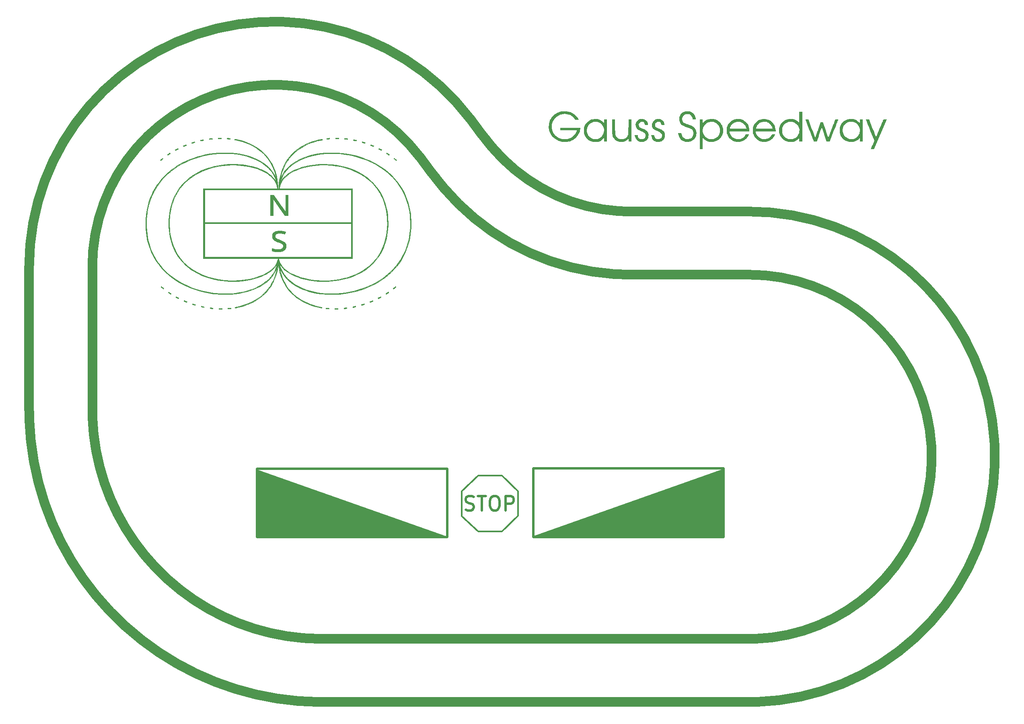
<source format=gbr>
%TF.GenerationSoftware,KiCad,Pcbnew,6.0.9-8da3e8f707~117~ubuntu22.04.1*%
%TF.CreationDate,2022-12-16T10:19:31-08:00*%
%TF.ProjectId,GaussSpeedway,47617573-7353-4706-9565-647761792e6b,rev?*%
%TF.SameCoordinates,Original*%
%TF.FileFunction,Legend,Top*%
%TF.FilePolarity,Positive*%
%FSLAX46Y46*%
G04 Gerber Fmt 4.6, Leading zero omitted, Abs format (unit mm)*
G04 Created by KiCad (PCBNEW 6.0.9-8da3e8f707~117~ubuntu22.04.1) date 2022-12-16 10:19:31*
%MOMM*%
%LPD*%
G01*
G04 APERTURE LIST*
%ADD10C,2.000000*%
%ADD11C,0.500000*%
%ADD12C,0.100000*%
%ADD13C,0.300000*%
%ADD14C,0.010000*%
G04 APERTURE END LIST*
D10*
X210179107Y-192220000D02*
X214178259Y-192220000D01*
D11*
X145050000Y-170800000D02*
X185050000Y-170800000D01*
D10*
X260006931Y-190514803D02*
G75*
G03*
X263214643Y-189366527I-11308131J36643803D01*
G01*
X153651632Y-205313080D02*
G75*
G03*
X158128672Y-205517367I5046868J61444180D01*
G01*
X110348478Y-125777491D02*
X110348478Y-129776644D01*
X273678463Y-124771503D02*
G75*
G03*
X270997303Y-122669282I-24979863J-29098297D01*
G01*
X97261574Y-109183058D02*
G75*
G03*
X97048581Y-113766740I51436826J-4686942D01*
G01*
X285955489Y-144779469D02*
G75*
G03*
X285001644Y-141508669I-37257589J-9090731D01*
G01*
X162189280Y-192220000D02*
X166188432Y-192220000D01*
X248627669Y-115520000D02*
X244628517Y-115520000D01*
X274661315Y-182095049D02*
G75*
G03*
X277063919Y-179679382I-25962515J28224749D01*
G01*
X277063917Y-179679380D02*
G75*
G03*
X279242642Y-177060008I-28364917J25808980D01*
G01*
X127945279Y-66572776D02*
G75*
G03*
X123829404Y-68601339I20753021J-47296824D01*
G01*
X291478152Y-124928310D02*
G75*
G03*
X288740667Y-121245692I-42777452J-28939990D01*
G01*
X287034195Y-154916481D02*
G75*
G03*
X286975788Y-151509937I-38336395J1046481D01*
G01*
X281180290Y-174257602D02*
G75*
G03*
X282861568Y-171294284I-32481990J20387702D01*
G01*
X166188432Y-205520000D02*
X170187585Y-205520000D01*
X168160425Y-66026975D02*
G75*
G03*
X163837404Y-64488471I-19461925J-47842925D01*
G01*
X119243765Y-171817237D02*
G75*
G03*
X121378322Y-174609690I39455135J27947537D01*
G01*
X132224956Y-64917521D02*
G75*
G03*
X127945280Y-66572777I16473444J-48952379D01*
G01*
X101871079Y-167773340D02*
G75*
G03*
X103757765Y-171838564I56826221J23902840D01*
G01*
X248698477Y-115520000D02*
X248627669Y-115520000D01*
X282861567Y-171294283D02*
G75*
G03*
X284273208Y-168193441I-34164367J17424883D01*
G01*
X242172324Y-205520000D02*
X246171476Y-205520000D01*
X139741114Y-76580747D02*
G75*
G03*
X136466927Y-77522900I8957686J-37290253D01*
G01*
X174186737Y-205520000D02*
X178185889Y-205520000D01*
X232631060Y-102220000D02*
X228631908Y-102220000D01*
X170187585Y-205520000D02*
X174186737Y-205520000D01*
X230174868Y-192220000D02*
X234174020Y-192220000D01*
X221096329Y-102128049D02*
G75*
G03*
X223750460Y-102220000I2654071J38257349D01*
G01*
X131760763Y-184020745D02*
G75*
G03*
X134748807Y-185871617I26938037J40151345D01*
G01*
X238173172Y-205520000D02*
X242172324Y-205520000D01*
X128915083Y-181957684D02*
G75*
G03*
X131760765Y-184020743I29784017J38088484D01*
G01*
X105934792Y-175755983D02*
G75*
G03*
X108390658Y-179504896I52764008J31886183D01*
G01*
X111884514Y-155960305D02*
G75*
G03*
X112886548Y-159329289I46814886J12090605D01*
G01*
X272414793Y-199753100D02*
G75*
G03*
X276393468Y-197467132I-23716493J45883400D01*
G01*
X280153553Y-194837062D02*
G75*
G03*
X283665378Y-191883660I-31455253J40967362D01*
G01*
X248698477Y-192220000D02*
G75*
G03*
X249952853Y-192199480I-77J38354800D01*
G01*
X123829405Y-68601341D02*
G75*
G03*
X119909811Y-70987193I24868995J-45268559D01*
G01*
X141088132Y-188898859D02*
G75*
G03*
X144405911Y-190059231I17610368J45028859D01*
G01*
X97048478Y-121778339D02*
X97048478Y-125777491D01*
X112886550Y-159329288D02*
G75*
G03*
X114130682Y-162616577I45812550J15459488D01*
G01*
X117317712Y-168877093D02*
G75*
G03*
X119243764Y-171817238I41380788J25007093D01*
G01*
X136466928Y-77522902D02*
G75*
G03*
X133289279Y-78751927I12231572J-36347198D01*
G01*
X145704134Y-62306872D02*
G75*
G03*
X141139562Y-62776113I2994266J-51562628D01*
G01*
X162189280Y-205520000D02*
X166188432Y-205520000D01*
X198181650Y-205520000D02*
X202180802Y-205520000D01*
X248627669Y-102220000D02*
X244628517Y-102220000D01*
X266598560Y-105420956D02*
G75*
G03*
X262227916Y-104023468I-17900360J-48450044D01*
G01*
X292445167Y-181328138D02*
G75*
G03*
X294709525Y-177337125I-43747167J27458438D01*
G01*
X285001642Y-141508670D02*
G75*
G03*
X283761273Y-138335431I-36303242J-12361330D01*
G01*
X114105669Y-97315244D02*
G75*
G03*
X112772896Y-100450794I34593231J-16554956D01*
G01*
X230174868Y-205520000D02*
X234174020Y-205520000D01*
X97880542Y-104636369D02*
G75*
G03*
X97261574Y-109183058I50817258J-9233531D01*
G01*
X194182498Y-205520000D02*
X198181650Y-205520000D01*
X194460864Y-88625647D02*
G75*
G03*
X196773592Y-91127495I29288936J24755047D01*
G01*
X263214643Y-189366527D02*
G75*
G03*
X266307784Y-187938091I-14516443J35497127D01*
G01*
X270827922Y-107200843D02*
G75*
G03*
X266598559Y-105420959I-22129522J-46669357D01*
G01*
X97048479Y-143870000D02*
G75*
G03*
X97085386Y-146002947I61646321J-100D01*
G01*
X110348478Y-133775796D02*
X110348478Y-137774948D01*
X181623827Y-93804181D02*
X179199673Y-90623505D01*
X202017873Y-95467739D02*
G75*
G03*
X204908035Y-97271879I21732527J31597639D01*
G01*
X103757765Y-171838564D02*
G75*
G03*
X105934791Y-175755983I54941435J27968964D01*
G01*
X136243919Y-201285292D02*
G75*
G03*
X140474347Y-202764852I22454481J57415192D01*
G01*
X258744052Y-116859070D02*
G75*
G03*
X255419574Y-116113552I-10045652J-37011330D01*
G01*
X178185889Y-205520000D02*
X182185041Y-205520000D01*
X248698477Y-205520001D02*
G75*
G03*
X250387877Y-205492364I23J51647201D01*
G01*
X123710107Y-177239691D02*
G75*
G03*
X126226792Y-179693347I34988993J33370291D01*
G01*
X248698477Y-102220000D02*
X248627669Y-102220000D01*
X286901219Y-188630225D02*
G75*
G03*
X289835534Y-185102435I-38202919J34760325D01*
G01*
D11*
X145050000Y-170800000D02*
X145050000Y-156400000D01*
D10*
X97048478Y-141774100D02*
X97048478Y-143870000D01*
X242172324Y-192220000D02*
X246171476Y-192220000D01*
X222176563Y-205520000D02*
X226175715Y-205520000D01*
X286790032Y-158314766D02*
G75*
G03*
X287034196Y-154916481I-38093032J4444866D01*
G01*
X272053794Y-184287943D02*
G75*
G03*
X274661316Y-182095050I-23355494J30418243D01*
G01*
X163837404Y-64488472D02*
G75*
G03*
X159394896Y-63339721I-15138904J-49381428D01*
G01*
X266307786Y-187938094D02*
G75*
G03*
X269261941Y-186240765I-17609486J34068294D01*
G01*
X169201999Y-81461234D02*
G75*
G03*
X166244706Y-79769379I-20503399J-32408566D01*
G01*
X224632756Y-102220000D02*
X223750460Y-102220000D01*
X110348478Y-129776644D02*
X110348478Y-133775796D01*
X276393469Y-197467134D02*
G75*
G03*
X280153556Y-194837066I-27695569J43597934D01*
G01*
X130233247Y-80258124D02*
G75*
G03*
X127322962Y-82029619I18465353J-33611976D01*
G01*
X110348478Y-137774948D02*
X110348478Y-141774100D01*
X110348477Y-143870000D02*
G75*
G03*
X110377424Y-145542798I48343323J-100D01*
G01*
X183594965Y-75791696D02*
G75*
G03*
X180077686Y-72844791I-34896465J-38078204D01*
G01*
X106784733Y-83687871D02*
G75*
G03*
X104271385Y-87526957I41913667J-30182029D01*
G01*
X110377423Y-145542798D02*
G75*
G03*
X110626629Y-149048796I48320977J1672798D01*
G01*
X269261943Y-186240768D02*
G75*
G03*
X272053797Y-184287947I-20564343J32371968D01*
G01*
X186836819Y-79039138D02*
G75*
G03*
X183594968Y-75791693I-38138319J-34830762D01*
G01*
X97048478Y-125777491D02*
X97048478Y-129776644D01*
X144801084Y-203933172D02*
G75*
G03*
X149201263Y-204784082I13897416J60063172D01*
G01*
X256709962Y-191373846D02*
G75*
G03*
X260006930Y-190514800I-8011562J37504246D01*
G01*
X268248933Y-201676926D02*
G75*
G03*
X272414793Y-199753100I-19551433J47809026D01*
G01*
X100313701Y-95796937D02*
G75*
G03*
X98900601Y-100162558I48384999J-18073163D01*
G01*
X163148927Y-78346665D02*
G75*
G03*
X159939093Y-77204334I-14450227J-35522835D01*
G01*
X244628517Y-115520000D02*
X240629364Y-115520000D01*
X236630212Y-115520000D02*
X232631060Y-115520000D01*
X117577627Y-91459845D02*
G75*
G03*
X115711469Y-94310354I31120373J-22409855D01*
G01*
D11*
X185050000Y-156400000D02*
X145050000Y-156400000D01*
D10*
X171997467Y-83408878D02*
G75*
G03*
X169201999Y-81461234I-23299067J-30461322D01*
G01*
X257750490Y-103019396D02*
G75*
G03*
X253201617Y-102416679I-9051990J-50850704D01*
G01*
X151250135Y-191642843D02*
G75*
G03*
X154740408Y-192057718I7448365J47772843D01*
G01*
X158698478Y-192220000D02*
X162189280Y-192220000D01*
X288740666Y-121245693D02*
G75*
G03*
X285687138Y-117820569I-40042566J-32624607D01*
G01*
D11*
X243250000Y-156300000D02*
X243250000Y-170750000D01*
D10*
X234174020Y-205520000D02*
X238173172Y-205520000D01*
X202466154Y-110930608D02*
G75*
G03*
X206726924Y-112633939I21284346J47060708D01*
G01*
X282341670Y-114679972D02*
G75*
G03*
X278730664Y-111848693I-33643170J-39190028D01*
G01*
X220175861Y-115396159D02*
G75*
G03*
X223750460Y-115520000I3574539J51525759D01*
G01*
X170187585Y-192220000D02*
X174186737Y-192220000D01*
X228631908Y-115520000D02*
X224632756Y-115520000D01*
X159394896Y-63339722D02*
G75*
G03*
X154867964Y-62589790I-10696496J-50530678D01*
G01*
X298133782Y-168832403D02*
G75*
G03*
X299266649Y-164385818I-49435882J14962503D01*
G01*
X286975790Y-151509937D02*
G75*
G03*
X286615270Y-148122020I-38277090J-2360063D01*
G01*
X214178259Y-205520000D02*
X218177411Y-205520000D01*
X136634651Y-63648624D02*
G75*
G03*
X132224955Y-64917517I12064049J-50222176D01*
G01*
X182185041Y-205520000D02*
X186184193Y-205520000D01*
X279242643Y-177060009D02*
G75*
G03*
X281180290Y-174257602I-30544643J23190309D01*
G01*
X115610347Y-165804792D02*
G75*
G03*
X117317712Y-168877093I43088053J21934692D01*
G01*
X255419573Y-116113556D02*
G75*
G03*
X252042048Y-115666034I-6721173J-37756744D01*
G01*
X110966280Y-107014050D02*
G75*
G03*
X110506701Y-110389957I37732520J-6855950D01*
G01*
X182671277Y-95178511D02*
G75*
G03*
X184303064Y-97211047I41079523J31308711D01*
G01*
X300329244Y-155279407D02*
G75*
G03*
X300250580Y-150691453I-51630144J1409407D01*
G01*
X285687135Y-117820572D02*
G75*
G03*
X282341668Y-114679974I-36988435J-36049128D01*
G01*
X196773592Y-91127495D02*
G75*
G03*
X199299239Y-93414209I26976708J27257295D01*
G01*
X158128672Y-205517367D02*
G75*
G03*
X158698478Y-205520000I570128J61724367D01*
G01*
X253349763Y-191936892D02*
G75*
G03*
X256709962Y-191373848I-4651363J38067192D01*
G01*
X119689409Y-88786208D02*
G75*
G03*
X117577626Y-91459844I29009491J-25084092D01*
G01*
X140474347Y-202764850D02*
G75*
G03*
X144801083Y-203933175I18224353J58895550D01*
G01*
D11*
X203200000Y-170750000D02*
X203200000Y-156300000D01*
D10*
X114130682Y-162616577D02*
G75*
G03*
X115610343Y-165804794I44566718J18746077D01*
G01*
X174186737Y-192220000D02*
X178185889Y-192220000D01*
X232631060Y-115520000D02*
X228631908Y-115520000D01*
X154867964Y-62589791D02*
G75*
G03*
X150292339Y-62244598I-6169564J-51281109D01*
G01*
X238173172Y-192220000D02*
X242172324Y-192220000D01*
X268140142Y-120813322D02*
G75*
G03*
X265129536Y-119218265I-19441842J-33056978D01*
G01*
X190183346Y-205520000D02*
X194182498Y-205520000D01*
X300250583Y-150691453D02*
G75*
G03*
X299765031Y-146128587I-51552683J-3178647D01*
G01*
X126226792Y-179693347D02*
G75*
G03*
X128915081Y-181957686I32472608J35824447D01*
G01*
X276162469Y-127103384D02*
G75*
G03*
X273678465Y-124771501I-27463869J-26766516D01*
G01*
X97048581Y-113766740D02*
G75*
G03*
X97048478Y-113870000I50295419J-101760D01*
G01*
X246171476Y-205520000D02*
X248698477Y-205520000D01*
X124350806Y-195065311D02*
G75*
G03*
X128160791Y-197425319I34347994J51195811D01*
G01*
X180077688Y-72844789D02*
G75*
G03*
X176312738Y-70221688I-31379388J-41025511D01*
G01*
X186184193Y-205520000D02*
X190183346Y-205520000D01*
X111112385Y-183065489D02*
G75*
G03*
X114085590Y-186418946I47586315J39195689D01*
G01*
X104271386Y-87526957D02*
G75*
G03*
X102108682Y-91573959I44426314J-26342643D01*
G01*
X214373901Y-101056056D02*
G75*
G03*
X217711282Y-101741504I9376599J37186356D01*
G01*
X187417860Y-100580550D02*
G75*
G03*
X190819415Y-103660310I36332440J36710350D01*
G01*
X182671275Y-95178513D02*
X181623827Y-93804181D01*
X234174020Y-192220000D02*
X238173172Y-192220000D01*
X199299241Y-93414207D02*
G75*
G03*
X202017873Y-95467740I24451259J29544207D01*
G01*
X97048478Y-133775796D02*
X97048478Y-137774948D01*
X102108683Y-91573960D02*
G75*
G03*
X100313698Y-95796936I46589517J-22295940D01*
G01*
X154740408Y-192057720D02*
G75*
G03*
X158251598Y-192217935I3957992J48186420D01*
G01*
X132132158Y-199502303D02*
G75*
G03*
X136243920Y-201285289I26566342J55632303D01*
G01*
X127322959Y-82029614D02*
G75*
G03*
X124581384Y-84052416I21375741J-31840586D01*
G01*
X147799223Y-190975506D02*
G75*
G03*
X151250135Y-191642845I10899477J47106606D01*
G01*
X280462284Y-132380864D02*
G75*
G03*
X278429706Y-129646530I-31764484J-21489636D01*
G01*
X134748807Y-185871617D02*
G75*
G03*
X137863416Y-187500525I23950193J42002617D01*
G01*
X193249264Y-87116496D02*
G75*
G03*
X194460864Y-88625647I30501436J23246696D01*
G01*
X158251598Y-192217935D02*
G75*
G03*
X158698478Y-192220000I447202J48423135D01*
G01*
X253201617Y-102416678D02*
G75*
G03*
X248698477Y-102220000I-4503117J-51453122D01*
G01*
X166244707Y-79769377D02*
G75*
G03*
X163148926Y-78346669I-17546207J-34100623D01*
G01*
X117294560Y-189547545D02*
G75*
G03*
X120722337Y-192434753I41404340J45678045D01*
G01*
X211122057Y-113952388D02*
G75*
G03*
X215616861Y-114875559I12628443J50082388D01*
G01*
X114085591Y-186418945D02*
G75*
G03*
X117294560Y-189547545I44612809J42548845D01*
G01*
X296610731Y-173160893D02*
G75*
G03*
X298133778Y-168832402I-47912331J19290893D01*
G01*
X252042048Y-115666031D02*
G75*
G03*
X248698477Y-115520000I-3343548J-38204069D01*
G01*
X116217438Y-73711507D02*
G75*
G03*
X112781428Y-76752780I32480962J-40158393D01*
G01*
X97048478Y-137774948D02*
X97048478Y-141774100D01*
X110348478Y-141774100D02*
X110348478Y-143870000D01*
X300000402Y-159856236D02*
G75*
G03*
X300329243Y-155279407I-51299202J5986036D01*
G01*
X184303067Y-97211045D02*
G75*
G03*
X187417859Y-100580551I39447333J33340945D01*
G01*
X278429707Y-129646529D02*
G75*
G03*
X276162468Y-127103385I-29732107J-24224271D01*
G01*
X158698478Y-205520000D02*
X162189280Y-205520000D01*
X214178259Y-192220000D02*
X218177411Y-192220000D01*
X128160790Y-197425320D02*
G75*
G03*
X132132158Y-199502303I30537510J53555020D01*
G01*
X206179954Y-192220000D02*
X210179107Y-192220000D01*
X178185889Y-192220000D02*
X182185041Y-192220000D01*
X166188432Y-192220000D02*
X170187585Y-192220000D01*
X222176563Y-192220000D02*
X226175715Y-192220000D01*
X244628517Y-102220000D02*
X240629364Y-102220000D01*
X198181650Y-192220000D02*
X202180802Y-192220000D01*
X159939094Y-77204332D02*
G75*
G03*
X156640542Y-76351390I-11240794J-36666468D01*
G01*
X109628899Y-80087006D02*
G75*
G03*
X106784736Y-83687873I39069101J-33782594D01*
G01*
X286615269Y-148122020D02*
G75*
G03*
X285955486Y-144779470I-37916369J-5747880D01*
G01*
X226175715Y-192220000D02*
X230174868Y-192220000D01*
X224632756Y-115520000D02*
X223750460Y-115520000D01*
X206179954Y-205520000D02*
X210179107Y-205520000D01*
X240629364Y-102220000D02*
X236630212Y-102220000D01*
X262227917Y-104023466D02*
G75*
G03*
X257750489Y-103019400I-13528917J-49844334D01*
G01*
X156640542Y-76351391D02*
G75*
G03*
X153279306Y-75794568I-7941942J-37517809D01*
G01*
X246171476Y-192220000D02*
X248698477Y-192220000D01*
X190819413Y-103660313D02*
G75*
G03*
X194480887Y-106426017I32930687J39789913D01*
G01*
X299266645Y-164385817D02*
G75*
G03*
X300000401Y-159856236I-50565445J10515417D01*
G01*
X194480886Y-106426019D02*
G75*
G03*
X198373373Y-108855842I29269614J42556119D01*
G01*
X110506701Y-110389957D02*
G75*
G03*
X110348554Y-113793330I38191699J-3480043D01*
G01*
X240629364Y-115520000D02*
X236630212Y-115520000D01*
X97048478Y-117779187D02*
X97048478Y-121778339D01*
X99007043Y-159286076D02*
G75*
G03*
X100284714Y-163581793I59692357J15416376D01*
G01*
X110626632Y-149048796D02*
G75*
G03*
X111129880Y-152527426I48072068J5178796D01*
G01*
X112772895Y-100450794D02*
G75*
G03*
X111723674Y-103692258I35926205J-13419406D01*
G01*
X133289280Y-78751929D02*
G75*
G03*
X130233250Y-80258129I15408920J-35117571D01*
G01*
X153279306Y-75794566D02*
G75*
G03*
X149881916Y-75538264I-4580806J-38075434D01*
G01*
X278730666Y-111848690D02*
G75*
G03*
X274882625Y-109349074I-30032266J-42021510D01*
G01*
X149881916Y-75538263D02*
G75*
G03*
X146475185Y-75584501I-1183416J-38332037D01*
G01*
X176312739Y-70221686D02*
G75*
G03*
X172329839Y-67943088I-27613939J-43647814D01*
G01*
X112781430Y-76752782D02*
G75*
G03*
X109628900Y-80087007I35916570J-37116818D01*
G01*
X295921256Y-132947952D02*
G75*
G03*
X293877997Y-128839351I-47225256J-20923348D01*
G01*
X250387877Y-205492363D02*
G75*
G03*
X254962856Y-205138705I-1689477J51623563D01*
G01*
X111129880Y-152527426D02*
G75*
G03*
X111884515Y-155960305I47569120J8657526D01*
G01*
X299765036Y-146128586D02*
G75*
G03*
X298876431Y-141626822I-51066836J-7741514D01*
G01*
X218177411Y-192220000D02*
X222176563Y-192220000D01*
X207946913Y-98812389D02*
G75*
G03*
X211110526Y-100077107I15803687J34942789D01*
G01*
X177016103Y-88008170D02*
G75*
G03*
X174609037Y-85596949I-28317403J-25861530D01*
G01*
X204908033Y-97271883D02*
G75*
G03*
X207946914Y-98812387I18842367J33401883D01*
G01*
X198373373Y-108855843D02*
G75*
G03*
X202466154Y-110930608I25377227J44986143D01*
G01*
X186184193Y-192220000D02*
X190183346Y-192220000D01*
X146475185Y-75584497D02*
G75*
G03*
X143086001Y-75932913I2223215J-38284303D01*
G01*
X215616860Y-114875563D02*
G75*
G03*
X220175861Y-115396156I8133640J51006263D01*
G01*
X141139562Y-62776113D02*
G75*
G03*
X136634651Y-63648624I7558838J-51093487D01*
G01*
X254962856Y-205138701D02*
G75*
G03*
X259488392Y-204380397I-6264056J51267001D01*
G01*
X261989243Y-117896708D02*
G75*
G03*
X258744052Y-116859071I-13291443J-35975292D01*
G01*
X190183346Y-192220000D02*
X194182498Y-192220000D01*
X172329839Y-67943087D02*
G75*
G03*
X168160425Y-66026974I-23631639J-45927513D01*
G01*
X211110526Y-100077107D02*
G75*
G03*
X214373901Y-101056054I12640074J36207607D01*
G01*
X217711281Y-101741508D02*
G75*
G03*
X221096329Y-102128046I6039119J37871408D01*
G01*
D12*
G36*
X184850000Y-170600000D02*
G01*
X145150000Y-170750000D01*
X145150000Y-156650000D01*
X184850000Y-170600000D01*
G37*
X184850000Y-170600000D02*
X145150000Y-170750000D01*
X145150000Y-156650000D01*
X184850000Y-170600000D01*
D11*
X185050000Y-156400000D02*
X185050000Y-170800000D01*
D10*
X283665381Y-191883663D02*
G75*
G03*
X286901217Y-188630223I-34967281J38013963D01*
G01*
X119909809Y-70987190D02*
G75*
G03*
X116217438Y-73711507I28788491J-42882510D01*
G01*
X121378325Y-174609687D02*
G75*
G03*
X123710106Y-177239692I37320675J30740087D01*
G01*
X218177411Y-205520000D02*
X222176563Y-205520000D01*
X182185041Y-192220000D02*
X186184193Y-192220000D01*
X143086001Y-75932912D02*
G75*
G03*
X139741115Y-76580750I5612499J-37937188D01*
G01*
X150292339Y-62244597D02*
G75*
G03*
X145704134Y-62306870I-1593839J-51626103D01*
G01*
X111723678Y-103692259D02*
G75*
G03*
X110966283Y-107014051I36975422J-10177941D01*
G01*
X144405910Y-190059233D02*
G75*
G03*
X147799223Y-190975507I14292590J46189433D01*
G01*
X286245224Y-161677969D02*
G75*
G03*
X286790031Y-158314766I-37547524J7808069D01*
G01*
X110348478Y-117779187D02*
X110348478Y-121778339D01*
X259488392Y-204380397D02*
G75*
G03*
X263928766Y-203223427I-10790492J50512597D01*
G01*
X289835531Y-185102433D02*
G75*
G03*
X292445169Y-181328139I-41137431J31232733D01*
G01*
X285404069Y-164979547D02*
G75*
G03*
X286245222Y-161677969I-36704069J11109147D01*
G01*
X110348478Y-113870000D02*
X110348478Y-117779187D01*
X283761273Y-138335431D02*
G75*
G03*
X282244161Y-135284804I-35063173J-15534769D01*
G01*
X226175715Y-205520000D02*
X230174868Y-205520000D01*
X293877999Y-128839350D02*
G75*
G03*
X291478155Y-124928308I-45180299J-25031150D01*
G01*
X274882624Y-109349076D02*
G75*
G03*
X270827922Y-107200844I-26184324J-44521224D01*
G01*
X210179107Y-205520000D02*
X214178259Y-205520000D01*
X115711467Y-94310353D02*
G75*
G03*
X114105667Y-97315243I32987033J-19559647D01*
G01*
X108390661Y-179504894D02*
G75*
G03*
X111112385Y-183065489I50308039J35634994D01*
G01*
D12*
G36*
X243050000Y-170550000D02*
G01*
X203350000Y-170550000D01*
X243100000Y-156500000D01*
X243050000Y-170550000D01*
G37*
X243050000Y-170550000D02*
X203350000Y-170550000D01*
X243100000Y-156500000D01*
X243050000Y-170550000D01*
D10*
X137863416Y-187500525D02*
G75*
G03*
X141088131Y-188898860I20835184J43630825D01*
G01*
X189777661Y-82561488D02*
G75*
G03*
X186836822Y-79039135I-41078861J-31308212D01*
G01*
X236630212Y-102220000D02*
X232631060Y-102220000D01*
X282244162Y-135284803D02*
G75*
G03*
X280462285Y-132380863I-33546162J-18585497D01*
G01*
X179199676Y-90623503D02*
G75*
G03*
X177016106Y-88008167I-30501276J-23246597D01*
G01*
X98044825Y-154908890D02*
G75*
G03*
X99007045Y-159286076I60653575J11038890D01*
G01*
X206726925Y-112633937D02*
G75*
G03*
X211122056Y-113952391I17023675J48764337D01*
G01*
X97048478Y-113870000D02*
X97048478Y-117779187D01*
X192201816Y-85742163D02*
X189777663Y-82561487D01*
X124581385Y-84052417D02*
G75*
G03*
X122030155Y-86310554I24116815J-29817283D01*
G01*
X97085383Y-146002947D02*
G75*
G03*
X97403143Y-150473367I61612417J2132947D01*
G01*
X284273204Y-168193439D02*
G75*
G03*
X285404068Y-164979547I-35576004J14323939D01*
G01*
X110348554Y-113793330D02*
G75*
G03*
X110348478Y-113870000I38672946J-76670D01*
G01*
X298876433Y-141626821D02*
G75*
G03*
X297591791Y-137221688I-50178533J-12243379D01*
G01*
D11*
X243250000Y-170750000D02*
X203200000Y-170750000D01*
D10*
X98900598Y-100162557D02*
G75*
G03*
X97880542Y-104636369I49798002J-13707443D01*
G01*
X202180802Y-192220000D02*
X206179954Y-192220000D01*
X202180802Y-205520000D02*
X206179954Y-205520000D01*
X97403142Y-150473367D02*
G75*
G03*
X98044826Y-154908890I61295958J6603467D01*
G01*
X174609039Y-85596947D02*
G75*
G03*
X171997464Y-83408882I-25910939J-28273553D01*
G01*
X122030155Y-86310554D02*
G75*
G03*
X119689411Y-88786209I26668545J-27559646D01*
G01*
X249952853Y-192199477D02*
G75*
G03*
X253349763Y-191936889I-1254353J38329577D01*
G01*
X149201262Y-204784086D02*
G75*
G03*
X153651632Y-205313078I9497138J60913786D01*
G01*
X263928765Y-203223423D02*
G75*
G03*
X268248933Y-201676926I-15230265J49353523D01*
G01*
X97048478Y-129776644D02*
X97048478Y-133775796D01*
X294709521Y-177337123D02*
G75*
G03*
X296610730Y-173160892I-46010921J23467123D01*
G01*
X194182498Y-192220000D02*
X198181650Y-192220000D01*
X297591791Y-137221688D02*
G75*
G03*
X295921252Y-132947954I-48894591J-16648812D01*
G01*
X100284711Y-163581794D02*
G75*
G03*
X101871082Y-167773339I58413889J19711894D01*
G01*
X270997304Y-122669280D02*
G75*
G03*
X268140143Y-120813320I-22298604J-31200420D01*
G01*
X265129536Y-119218264D02*
G75*
G03*
X261989244Y-117896705I-16430036J-34649336D01*
G01*
D11*
X203200000Y-156300000D02*
X243250000Y-156300000D01*
D10*
X110348478Y-121778339D02*
X110348478Y-125777491D01*
X228631908Y-102220000D02*
X224632756Y-102220000D01*
X193249264Y-87116496D02*
X192201816Y-85742163D01*
X120722337Y-192434752D02*
G75*
G03*
X124350805Y-195065312I37976163J48564752D01*
G01*
D11*
%TO.C,T2*%
X188928571Y-165014285D02*
X189357142Y-165157142D01*
X190071428Y-165157142D01*
X190357142Y-165014285D01*
X190500000Y-164871428D01*
X190642857Y-164585714D01*
X190642857Y-164300000D01*
X190500000Y-164014285D01*
X190357142Y-163871428D01*
X190071428Y-163728571D01*
X189500000Y-163585714D01*
X189214285Y-163442857D01*
X189071428Y-163300000D01*
X188928571Y-163014285D01*
X188928571Y-162728571D01*
X189071428Y-162442857D01*
X189214285Y-162300000D01*
X189500000Y-162157142D01*
X190214285Y-162157142D01*
X190642857Y-162300000D01*
X191500000Y-162157142D02*
X193214285Y-162157142D01*
X192357142Y-165157142D02*
X192357142Y-162157142D01*
X194785714Y-162157142D02*
X195357142Y-162157142D01*
X195642857Y-162300000D01*
X195928571Y-162585714D01*
X196071428Y-163157142D01*
X196071428Y-164157142D01*
X195928571Y-164728571D01*
X195642857Y-165014285D01*
X195357142Y-165157142D01*
X194785714Y-165157142D01*
X194500000Y-165014285D01*
X194214285Y-164728571D01*
X194071428Y-164157142D01*
X194071428Y-163157142D01*
X194214285Y-162585714D01*
X194500000Y-162300000D01*
X194785714Y-162157142D01*
X197357142Y-165157142D02*
X197357142Y-162157142D01*
X198500000Y-162157142D01*
X198785714Y-162300000D01*
X198928571Y-162442857D01*
X199071428Y-162728571D01*
X199071428Y-163157142D01*
X198928571Y-163442857D01*
X198785714Y-163585714D01*
X198500000Y-163728571D01*
X197357142Y-163728571D01*
%TO.C,G\u002A\u002A\u002A*%
G36*
X210112286Y-81106061D02*
G01*
X210603747Y-81180332D01*
X211066327Y-81319607D01*
X211500093Y-81523904D01*
X211888555Y-81780529D01*
X212155541Y-82013498D01*
X212388906Y-82275087D01*
X212575500Y-82549125D01*
X212674020Y-82746302D01*
X212723364Y-82864398D01*
X212019667Y-82864398D01*
X211842141Y-82621087D01*
X211592649Y-82337937D01*
X211295991Y-82101841D01*
X210960160Y-81914916D01*
X210593150Y-81779275D01*
X210202954Y-81697034D01*
X209797565Y-81670307D01*
X209384977Y-81701211D01*
X208973183Y-81791860D01*
X208853313Y-81830223D01*
X208598116Y-81929289D01*
X208377009Y-82043302D01*
X208169992Y-82185169D01*
X207957065Y-82367797D01*
X207829621Y-82490860D01*
X207675120Y-82650044D01*
X207560457Y-82783474D01*
X207470758Y-82910884D01*
X207391153Y-83052005D01*
X207360413Y-83113418D01*
X207238039Y-83390440D01*
X207155144Y-83649086D01*
X207103596Y-83920164D01*
X207078482Y-84181373D01*
X207085620Y-84598387D01*
X207158844Y-85012429D01*
X207264513Y-85332623D01*
X207441872Y-85680053D01*
X207678217Y-86005192D01*
X207962107Y-86295866D01*
X208282103Y-86539900D01*
X208532230Y-86681747D01*
X208793064Y-86800016D01*
X209026551Y-86882686D01*
X209256586Y-86935102D01*
X209507064Y-86962611D01*
X209801880Y-86970556D01*
X209823109Y-86970523D01*
X210109462Y-86962911D01*
X210348937Y-86938477D01*
X210564849Y-86892030D01*
X210780512Y-86818377D01*
X211019241Y-86712328D01*
X211050420Y-86697240D01*
X211195565Y-86621413D01*
X211321221Y-86541610D01*
X211445510Y-86444107D01*
X211586552Y-86315184D01*
X211693663Y-86210164D01*
X211855472Y-86043589D01*
X211975393Y-85905640D01*
X212066379Y-85779612D01*
X212141379Y-85648801D01*
X212163919Y-85603614D01*
X212227674Y-85466092D01*
X212280386Y-85341329D01*
X212312568Y-85252064D01*
X212316060Y-85238978D01*
X212338806Y-85141149D01*
X208844818Y-85141149D01*
X208844818Y-84571961D01*
X210979272Y-84571961D01*
X211361648Y-84572393D01*
X211722057Y-84573637D01*
X212054352Y-84575617D01*
X212352385Y-84578256D01*
X212610009Y-84581476D01*
X212821075Y-84585202D01*
X212979437Y-84589356D01*
X213078947Y-84593861D01*
X213113457Y-84598641D01*
X213113457Y-84598642D01*
X213103998Y-84695795D01*
X213080168Y-84838117D01*
X213046770Y-85002258D01*
X213008607Y-85164871D01*
X212970481Y-85302606D01*
X212965276Y-85319020D01*
X212806565Y-85712760D01*
X212593940Y-86092674D01*
X212337762Y-86444310D01*
X212048394Y-86753216D01*
X211776631Y-86976731D01*
X211552441Y-87118289D01*
X211289022Y-87255710D01*
X211015720Y-87375121D01*
X210761882Y-87462649D01*
X210730252Y-87471387D01*
X210566686Y-87502687D01*
X210351188Y-87526375D01*
X210102608Y-87542076D01*
X209839793Y-87549411D01*
X209581592Y-87548005D01*
X209346854Y-87537482D01*
X209154427Y-87517464D01*
X209082345Y-87504310D01*
X208602379Y-87364222D01*
X208159656Y-87168064D01*
X207758055Y-86919699D01*
X207401455Y-86622995D01*
X207093737Y-86281816D01*
X206838780Y-85900028D01*
X206640465Y-85481497D01*
X206502671Y-85030088D01*
X206477468Y-84909040D01*
X206441737Y-84624953D01*
X206431728Y-84308210D01*
X206446435Y-83985199D01*
X206484855Y-83682309D01*
X206532178Y-83471553D01*
X206693415Y-83021298D01*
X206909610Y-82614230D01*
X207184435Y-82244216D01*
X207408989Y-82008434D01*
X207776474Y-81700165D01*
X208167733Y-81457011D01*
X208587127Y-81277149D01*
X209039016Y-81158760D01*
X209527761Y-81100021D01*
X209591877Y-81096772D01*
X210112286Y-81106061D01*
G37*
G36*
X277245532Y-82836307D02*
G01*
X277568580Y-82846611D01*
X276234280Y-85968250D01*
X274899980Y-89089888D01*
X274565116Y-89089888D01*
X274420617Y-89088385D01*
X274307449Y-89084346D01*
X274241137Y-89078479D01*
X274230252Y-89074625D01*
X274243605Y-89039145D01*
X274281247Y-88946903D01*
X274339552Y-88806582D01*
X274414895Y-88626864D01*
X274503650Y-88416431D01*
X274601009Y-88186751D01*
X274971766Y-87314139D01*
X274085183Y-85098646D01*
X273934575Y-84721877D01*
X273792025Y-84364462D01*
X273659700Y-84031888D01*
X273539769Y-83729644D01*
X273434401Y-83463219D01*
X273345764Y-83238102D01*
X273276027Y-83059779D01*
X273227358Y-82933741D01*
X273201925Y-82865476D01*
X273198600Y-82854700D01*
X273231575Y-82843521D01*
X273320272Y-82836597D01*
X273449345Y-82834750D01*
X273540127Y-82836429D01*
X273881654Y-82846611D01*
X274597597Y-84652003D01*
X274732328Y-84990791D01*
X274859563Y-85308869D01*
X274976850Y-85600236D01*
X275081739Y-85858893D01*
X275171780Y-86078839D01*
X275244521Y-86254074D01*
X275297511Y-86378599D01*
X275328301Y-86446412D01*
X275335025Y-86457395D01*
X275352525Y-86425597D01*
X275395032Y-86334166D01*
X275459959Y-86189048D01*
X275544715Y-85996188D01*
X275646712Y-85761531D01*
X275763359Y-85491023D01*
X275892068Y-85190608D01*
X276030250Y-84866233D01*
X276113574Y-84669790D01*
X276256356Y-84333240D01*
X276391284Y-84016343D01*
X276515741Y-83725166D01*
X276627112Y-83465778D01*
X276722780Y-83244244D01*
X276800127Y-83066634D01*
X276856538Y-82939014D01*
X276889396Y-82867452D01*
X276896562Y-82854094D01*
X276941489Y-82842747D01*
X277039963Y-82835997D01*
X277174480Y-82834737D01*
X277245532Y-82836307D01*
G37*
G36*
X238869468Y-82828824D02*
G01*
X238869468Y-83583296D01*
X239110957Y-83339463D01*
X239389227Y-83100182D01*
X239692708Y-82921505D01*
X240027880Y-82800919D01*
X240401220Y-82735910D01*
X240701541Y-82722101D01*
X241128991Y-82754771D01*
X241528600Y-82850759D01*
X241895944Y-83007034D01*
X242226604Y-83220564D01*
X242516157Y-83488320D01*
X242760182Y-83807269D01*
X242954258Y-84174379D01*
X243005014Y-84301327D01*
X243053075Y-84440213D01*
X243085866Y-84564688D01*
X243107157Y-84697070D01*
X243120716Y-84859676D01*
X243128830Y-85034426D01*
X243130778Y-85345362D01*
X243108164Y-85609150D01*
X243057063Y-85846731D01*
X242973551Y-86079046D01*
X242905490Y-86226163D01*
X242695435Y-86572041D01*
X242431596Y-86875951D01*
X242121511Y-87132003D01*
X241772718Y-87334308D01*
X241392757Y-87476974D01*
X241262624Y-87509783D01*
X241039736Y-87543447D01*
X240781547Y-87557110D01*
X240510802Y-87551695D01*
X240250249Y-87528127D01*
X240022636Y-87487331D01*
X239910982Y-87454841D01*
X239615979Y-87319820D01*
X239328495Y-87131215D01*
X239072268Y-86904717D01*
X239061032Y-86893024D01*
X238869468Y-86692058D01*
X238869468Y-89089888D01*
X238264706Y-89089888D01*
X238264706Y-85003745D01*
X238854483Y-85003745D01*
X238860335Y-85347148D01*
X238926207Y-85681474D01*
X239050352Y-85996588D01*
X239231021Y-86282358D01*
X239398399Y-86467381D01*
X239616370Y-86653191D01*
X239832918Y-86787922D01*
X240073710Y-86886284D01*
X240189267Y-86920566D01*
X240464820Y-86969124D01*
X240764866Y-86977927D01*
X241060259Y-86947867D01*
X241303431Y-86886453D01*
X241613152Y-86743213D01*
X241879820Y-86550129D01*
X242101643Y-86315318D01*
X242276833Y-86046897D01*
X242403598Y-85752983D01*
X242480149Y-85441692D01*
X242504696Y-85121141D01*
X242475448Y-84799447D01*
X242390616Y-84484726D01*
X242248410Y-84185096D01*
X242047039Y-83908672D01*
X241976752Y-83833435D01*
X241712350Y-83612687D01*
X241420817Y-83451823D01*
X241110623Y-83349415D01*
X240790235Y-83304035D01*
X240468124Y-83314257D01*
X240152758Y-83378652D01*
X239852605Y-83495792D01*
X239576136Y-83664251D01*
X239331817Y-83882599D01*
X239128119Y-84149410D01*
X239029828Y-84330237D01*
X238910398Y-84661396D01*
X238854483Y-85003745D01*
X238264706Y-85003745D01*
X238264706Y-82828824D01*
X238869468Y-82828824D01*
G37*
G36*
X249438976Y-84542241D02*
G01*
X249449248Y-84501420D01*
X249589799Y-84112772D01*
X249789489Y-83761557D01*
X250051462Y-83442601D01*
X250153428Y-83342316D01*
X250461071Y-83101300D01*
X250800188Y-82918969D01*
X251162322Y-82795124D01*
X251539013Y-82729565D01*
X251921804Y-82722094D01*
X252302234Y-82772510D01*
X252671846Y-82880614D01*
X253022181Y-83046207D01*
X253344779Y-83269089D01*
X253512822Y-83421504D01*
X253763841Y-83721779D01*
X253962178Y-84063786D01*
X254103666Y-84437217D01*
X254184139Y-84831764D01*
X254201961Y-85126491D01*
X254201961Y-85354594D01*
X249998549Y-85354594D01*
X250021623Y-85470210D01*
X250126481Y-85834935D01*
X250285221Y-86155568D01*
X250495075Y-86429165D01*
X250753275Y-86652779D01*
X251057054Y-86823465D01*
X251400125Y-86937449D01*
X251735337Y-86982637D01*
X252068609Y-86963988D01*
X252390004Y-86885631D01*
X252689585Y-86751696D01*
X252957414Y-86566311D01*
X253183554Y-86333604D01*
X253312900Y-86142720D01*
X253437115Y-85925898D01*
X254093477Y-85923782D01*
X254060788Y-86009761D01*
X253886903Y-86370989D01*
X253656400Y-86698130D01*
X253377296Y-86983967D01*
X253057610Y-87221283D01*
X252705359Y-87402860D01*
X252400327Y-87504465D01*
X252186981Y-87541040D01*
X251932021Y-87557294D01*
X251661920Y-87553550D01*
X251403154Y-87530128D01*
X251191409Y-87489804D01*
X250806133Y-87353072D01*
X250453734Y-87156474D01*
X250140220Y-86906026D01*
X249871599Y-86607742D01*
X249653878Y-86267637D01*
X249493065Y-85891726D01*
X249449494Y-85745911D01*
X249410319Y-85534592D01*
X249389675Y-85282681D01*
X249387566Y-85016063D01*
X249402404Y-84785406D01*
X250030883Y-84785406D01*
X251796254Y-84785406D01*
X252228619Y-84784714D01*
X252604604Y-84782666D01*
X252921883Y-84779309D01*
X253178128Y-84774688D01*
X253371015Y-84768850D01*
X253498216Y-84761840D01*
X253557406Y-84753705D01*
X253561625Y-84750644D01*
X253545784Y-84675649D01*
X253503816Y-84557414D01*
X253444046Y-84414950D01*
X253374805Y-84267266D01*
X253304421Y-84133371D01*
X253256686Y-84054628D01*
X253075120Y-83825975D01*
X252858132Y-83641158D01*
X252588796Y-83485813D01*
X252583334Y-83483183D01*
X252253412Y-83360986D01*
X251918324Y-83304129D01*
X251586297Y-83309895D01*
X251265560Y-83375567D01*
X250964343Y-83498424D01*
X250690873Y-83675750D01*
X250453380Y-83904825D01*
X250260091Y-84182933D01*
X250217166Y-84264819D01*
X250149995Y-84409375D01*
X250094202Y-84543766D01*
X250058890Y-84645542D01*
X250052960Y-84669790D01*
X250030883Y-84785406D01*
X249402404Y-84785406D01*
X249403998Y-84760622D01*
X249438976Y-84542241D01*
G37*
G36*
X220406443Y-84230876D02*
G01*
X220407207Y-84638690D01*
X220409937Y-84982647D01*
X220415288Y-85270025D01*
X220423918Y-85508104D01*
X220436482Y-85704162D01*
X220453635Y-85865480D01*
X220476036Y-85999335D01*
X220504338Y-86113006D01*
X220539199Y-86213774D01*
X220581275Y-86308917D01*
X220596527Y-86339673D01*
X220738914Y-86548837D01*
X220932752Y-86729374D01*
X221159360Y-86864642D01*
X221209751Y-86885892D01*
X221412200Y-86941200D01*
X221652066Y-86970131D01*
X221901940Y-86972085D01*
X222134413Y-86946462D01*
X222279408Y-86909295D01*
X222562562Y-86775452D01*
X222798648Y-86588371D01*
X222986721Y-86348989D01*
X223118621Y-86077828D01*
X223137556Y-86024846D01*
X223153228Y-85971410D01*
X223166012Y-85910336D01*
X223176281Y-85834442D01*
X223184412Y-85736545D01*
X223190777Y-85609462D01*
X223195751Y-85446011D01*
X223199709Y-85239009D01*
X223203026Y-84981273D01*
X223206074Y-84665622D01*
X223208709Y-84349622D01*
X223220980Y-82828824D01*
X223857143Y-82828824D01*
X223857143Y-87453474D01*
X223216807Y-87453474D01*
X223216807Y-86806749D01*
X223071333Y-86990786D01*
X222843899Y-87223660D01*
X222574645Y-87404844D01*
X222440425Y-87467887D01*
X222309601Y-87503757D01*
X222127386Y-87530103D01*
X221912974Y-87546365D01*
X221685554Y-87551986D01*
X221464319Y-87546405D01*
X221268460Y-87529064D01*
X221140484Y-87505736D01*
X220824419Y-87392262D01*
X220534486Y-87221507D01*
X220282593Y-87002622D01*
X220080649Y-86744753D01*
X220024909Y-86648744D01*
X219972572Y-86547884D01*
X219928642Y-86454147D01*
X219892314Y-86360286D01*
X219862784Y-86259058D01*
X219839248Y-86143216D01*
X219820901Y-86005516D01*
X219806939Y-85838712D01*
X219796557Y-85635559D01*
X219788951Y-85388812D01*
X219783316Y-85091226D01*
X219778848Y-84735555D01*
X219775561Y-84402983D01*
X219760884Y-82828824D01*
X220406443Y-82828824D01*
X220406443Y-84230876D01*
G37*
G36*
X235840567Y-81094854D02*
G01*
X236155728Y-81155221D01*
X236455547Y-81268929D01*
X236730304Y-81436770D01*
X236901717Y-81586086D01*
X237076797Y-81801886D01*
X237219536Y-82056680D01*
X237320766Y-82329107D01*
X237371321Y-82597810D01*
X237375350Y-82689613D01*
X237375350Y-82795919D01*
X237049327Y-82785691D01*
X236723303Y-82775462D01*
X236677345Y-82549756D01*
X236601121Y-82310773D01*
X236479847Y-82095578D01*
X236325230Y-81923139D01*
X236258979Y-81871954D01*
X236018438Y-81747591D01*
X235757009Y-81682414D01*
X235489398Y-81676848D01*
X235230310Y-81731319D01*
X235010643Y-81835758D01*
X234821441Y-81992681D01*
X234679184Y-82186239D01*
X234584263Y-82404984D01*
X234537068Y-82637470D01*
X234537990Y-82872252D01*
X234587420Y-83097883D01*
X234685748Y-83302918D01*
X234833366Y-83475909D01*
X234951680Y-83563187D01*
X235049079Y-83612335D01*
X235198312Y-83675457D01*
X235383031Y-83746185D01*
X235586890Y-83818153D01*
X235713213Y-83859799D01*
X236066963Y-83978337D01*
X236359000Y-84088545D01*
X236597682Y-84194447D01*
X236791364Y-84300066D01*
X236948401Y-84409427D01*
X237058741Y-84507759D01*
X237259531Y-84756776D01*
X237404859Y-85039799D01*
X237495043Y-85346670D01*
X237530406Y-85667235D01*
X237511268Y-85991335D01*
X237437950Y-86308816D01*
X237310772Y-86609521D01*
X237130054Y-86883292D01*
X236978560Y-87047181D01*
X236722388Y-87257223D01*
X236455952Y-87407984D01*
X236166100Y-87504391D01*
X235839675Y-87551373D01*
X235615196Y-87557855D01*
X235437287Y-87551517D01*
X235262429Y-87536536D01*
X235118334Y-87515610D01*
X235070347Y-87504821D01*
X234728343Y-87377885D01*
X234426648Y-87194563D01*
X234169461Y-86959771D01*
X233960983Y-86678428D01*
X233805411Y-86355449D01*
X233706947Y-85995754D01*
X233690111Y-85888593D01*
X233666464Y-85710336D01*
X234343821Y-85710336D01*
X234401558Y-85966005D01*
X234482179Y-86229949D01*
X234597835Y-86445389D01*
X234758554Y-86630431D01*
X234781087Y-86651221D01*
X235015140Y-86818818D01*
X235274223Y-86928398D01*
X235547076Y-86980410D01*
X235822438Y-86975304D01*
X236089050Y-86913528D01*
X236335650Y-86795532D01*
X236550979Y-86621765D01*
X236590464Y-86579037D01*
X236723143Y-86397382D01*
X236809747Y-86199599D01*
X236857359Y-85966341D01*
X236869437Y-85817059D01*
X236860965Y-85533566D01*
X236803305Y-85294515D01*
X236693159Y-85089972D01*
X236586605Y-84965536D01*
X236496857Y-84885658D01*
X236389478Y-84811113D01*
X236255448Y-84737722D01*
X236085750Y-84661302D01*
X235871364Y-84577673D01*
X235603273Y-84482654D01*
X235390171Y-84410888D01*
X235077948Y-84301864D01*
X234825699Y-84200621D01*
X234623454Y-84101907D01*
X234461242Y-84000471D01*
X234329091Y-83891060D01*
X234253930Y-83812424D01*
X234079994Y-83561633D01*
X233961193Y-83276939D01*
X233898005Y-82969987D01*
X233890907Y-82652422D01*
X233940377Y-82335888D01*
X234046891Y-82032031D01*
X234171771Y-81808475D01*
X234374853Y-81565424D01*
X234620916Y-81370962D01*
X234900239Y-81225882D01*
X235203102Y-81130977D01*
X235519785Y-81087037D01*
X235840567Y-81094854D01*
G37*
G36*
X243934635Y-84500813D02*
G01*
X244046850Y-84169174D01*
X244198598Y-83876399D01*
X244401442Y-83602727D01*
X244560426Y-83431476D01*
X244869111Y-83161266D01*
X245192705Y-82958549D01*
X245539083Y-82820058D01*
X245916119Y-82742523D01*
X246268908Y-82722101D01*
X246683200Y-82755160D01*
X247072461Y-82851018D01*
X247431670Y-83004695D01*
X247755809Y-83211213D01*
X248039860Y-83465594D01*
X248278803Y-83762858D01*
X248467619Y-84098026D01*
X248601290Y-84466120D01*
X248674796Y-84862161D01*
X248687955Y-85121862D01*
X248687955Y-85354594D01*
X244486972Y-85354594D01*
X244509367Y-85487997D01*
X244588024Y-85801351D01*
X244716925Y-86079985D01*
X244905038Y-86341883D01*
X244973635Y-86419096D01*
X245203962Y-86621243D01*
X245481173Y-86788080D01*
X245785526Y-86909262D01*
X246010497Y-86962455D01*
X246338970Y-86983568D01*
X246665644Y-86941842D01*
X246979407Y-86842370D01*
X247269143Y-86690247D01*
X247523741Y-86490567D01*
X247732085Y-86248424D01*
X247798894Y-86142720D01*
X247923109Y-85925898D01*
X248251291Y-85924840D01*
X248579472Y-85923782D01*
X248542658Y-86020608D01*
X248374813Y-86367970D01*
X248150540Y-86686358D01*
X247879164Y-86967480D01*
X247570008Y-87203046D01*
X247232395Y-87384764D01*
X246875650Y-87504342D01*
X246873670Y-87504808D01*
X246637255Y-87542137D01*
X246362943Y-87556740D01*
X246079933Y-87548982D01*
X245817423Y-87519231D01*
X245677403Y-87489804D01*
X245287536Y-87352091D01*
X244933386Y-87155214D01*
X244619967Y-86904191D01*
X244352292Y-86604039D01*
X244135374Y-86259776D01*
X243974226Y-85876421D01*
X243935148Y-85745911D01*
X243895508Y-85535191D01*
X243874774Y-85282291D01*
X243872959Y-85013624D01*
X243890072Y-84755605D01*
X243893698Y-84733380D01*
X244525771Y-84733380D01*
X244533342Y-84745326D01*
X244559767Y-84755334D01*
X244610609Y-84763569D01*
X244691433Y-84770195D01*
X244807803Y-84775377D01*
X244965284Y-84779279D01*
X245169441Y-84782065D01*
X245425838Y-84783900D01*
X245740039Y-84784948D01*
X246117609Y-84785374D01*
X246286695Y-84785406D01*
X246707226Y-84784725D01*
X247076167Y-84782718D01*
X247390480Y-84779447D01*
X247647131Y-84774970D01*
X247843085Y-84769345D01*
X247975305Y-84762632D01*
X248040755Y-84754890D01*
X248047619Y-84751167D01*
X248030951Y-84671338D01*
X247986429Y-84548657D01*
X247922276Y-84401593D01*
X247846713Y-84248617D01*
X247767963Y-84108200D01*
X247744987Y-84071348D01*
X247539786Y-83813268D01*
X247295442Y-83607741D01*
X247020709Y-83454707D01*
X246724339Y-83354105D01*
X246415084Y-83305874D01*
X246101697Y-83309954D01*
X245792931Y-83366286D01*
X245497539Y-83474808D01*
X245224273Y-83635460D01*
X244981886Y-83848182D01*
X244792479Y-84091709D01*
X244722292Y-84214958D01*
X244652010Y-84360642D01*
X244590171Y-84508220D01*
X244545312Y-84637150D01*
X244525973Y-84726888D01*
X244525771Y-84733380D01*
X243893698Y-84733380D01*
X243926125Y-84534645D01*
X243934635Y-84500813D01*
G37*
G36*
X254921658Y-84758752D02*
G01*
X254959820Y-84541655D01*
X254961167Y-84536387D01*
X255097743Y-84143711D01*
X255292643Y-83788974D01*
X255541498Y-83476477D01*
X255839939Y-83210521D01*
X256183595Y-82995406D01*
X256568097Y-82835432D01*
X256739633Y-82785995D01*
X256984905Y-82743456D01*
X257267581Y-82725691D01*
X257562266Y-82732012D01*
X257843566Y-82761735D01*
X258086087Y-82814172D01*
X258115126Y-82823166D01*
X258434405Y-82958036D01*
X258742608Y-83147475D01*
X258985862Y-83348387D01*
X259182353Y-83535686D01*
X259182353Y-81192409D01*
X259822689Y-81192409D01*
X259822689Y-87453474D01*
X259182353Y-87453474D01*
X259182353Y-86663633D01*
X258937282Y-86925150D01*
X258696249Y-87155780D01*
X258454116Y-87328367D01*
X258196987Y-87448650D01*
X257910962Y-87522370D01*
X257582145Y-87555266D01*
X257404412Y-87558238D01*
X257105854Y-87547189D01*
X256857315Y-87515890D01*
X256727731Y-87487436D01*
X256328719Y-87349703D01*
X255968388Y-87154566D01*
X255651206Y-86906426D01*
X255381639Y-86609687D01*
X255164155Y-86268752D01*
X255003221Y-85888025D01*
X254961007Y-85745911D01*
X254922363Y-85534894D01*
X254902925Y-85282166D01*
X254902713Y-85039138D01*
X255552771Y-85039138D01*
X255553653Y-85298127D01*
X255579775Y-85531768D01*
X255591891Y-85589057D01*
X255705842Y-85918465D01*
X255876531Y-86212760D01*
X256096278Y-86467031D01*
X256357399Y-86676366D01*
X256652213Y-86835852D01*
X256973036Y-86940576D01*
X257312188Y-86985627D01*
X257661986Y-86966092D01*
X257727848Y-86954894D01*
X257939364Y-86894815D01*
X258169946Y-86796599D01*
X258390573Y-86674548D01*
X258572221Y-86542962D01*
X258582991Y-86533528D01*
X258817214Y-86279364D01*
X258996860Y-85987883D01*
X259120255Y-85669344D01*
X259185721Y-85334008D01*
X259191584Y-84992135D01*
X259136166Y-84653984D01*
X259017793Y-84329817D01*
X258960756Y-84220818D01*
X258762393Y-83942497D01*
X258511140Y-83705411D01*
X258216550Y-83516696D01*
X257888180Y-83383486D01*
X257810707Y-83361916D01*
X257530676Y-83306944D01*
X257276217Y-83296445D01*
X257017839Y-83329836D01*
X256949705Y-83344848D01*
X256613821Y-83458743D01*
X256310846Y-83630939D01*
X256048080Y-83854704D01*
X255832821Y-84123304D01*
X255672366Y-84430004D01*
X255622954Y-84568948D01*
X255576185Y-84785759D01*
X255552771Y-85039138D01*
X254902713Y-85039138D01*
X254902692Y-85014521D01*
X254921658Y-84758752D01*
G37*
G36*
X261811854Y-84740939D02*
G01*
X261944768Y-85091145D01*
X262070112Y-85421017D01*
X262185627Y-85724633D01*
X262289053Y-85996073D01*
X262378131Y-86229416D01*
X262450600Y-86418740D01*
X262504200Y-86558125D01*
X262536673Y-86641650D01*
X262545925Y-86664279D01*
X262558539Y-86633869D01*
X262591342Y-86542352D01*
X262642143Y-86396160D01*
X262708749Y-86201723D01*
X262788969Y-85965471D01*
X262880613Y-85693836D01*
X262981489Y-85393247D01*
X263089405Y-85070136D01*
X263100525Y-85036758D01*
X263646339Y-83398011D01*
X263913436Y-83399168D01*
X264180532Y-83400325D01*
X264713115Y-85017796D01*
X264820047Y-85341317D01*
X264920632Y-85643261D01*
X265012633Y-85917083D01*
X265093814Y-86156236D01*
X265161938Y-86354173D01*
X265214769Y-86504347D01*
X265250069Y-86600213D01*
X265265602Y-86635224D01*
X265265762Y-86635266D01*
X265282532Y-86603226D01*
X265322076Y-86511734D01*
X265381594Y-86367732D01*
X265458288Y-86178163D01*
X265549359Y-85949966D01*
X265652008Y-85690086D01*
X265763436Y-85405464D01*
X265814380Y-85274552D01*
X265938919Y-84954002D01*
X266064164Y-84631751D01*
X266185782Y-84318942D01*
X266299439Y-84026717D01*
X266400801Y-83766218D01*
X266485536Y-83548586D01*
X266549308Y-83384963D01*
X266554627Y-83371331D01*
X266766321Y-82828824D01*
X267069230Y-82828824D01*
X267215528Y-82829638D01*
X267303712Y-82834554D01*
X267346813Y-82847280D01*
X267357864Y-82871526D01*
X267350477Y-82908866D01*
X267334152Y-82954999D01*
X267294175Y-83061742D01*
X267232733Y-83223415D01*
X267152010Y-83434335D01*
X267054193Y-83688821D01*
X266941466Y-83981193D01*
X266816015Y-84305769D01*
X266680027Y-84656867D01*
X266535685Y-85028807D01*
X266464377Y-85212297D01*
X265599940Y-87435687D01*
X264899619Y-87435687D01*
X264411933Y-85949795D01*
X264309832Y-85639420D01*
X264214278Y-85350318D01*
X264127594Y-85089415D01*
X264052103Y-84863639D01*
X263990126Y-84679915D01*
X263943985Y-84545171D01*
X263916004Y-84466334D01*
X263908489Y-84448144D01*
X263892147Y-84473495D01*
X263859300Y-84554172D01*
X263814717Y-84677603D01*
X263763166Y-84831220D01*
X263763162Y-84831235D01*
X263719365Y-84966041D01*
X263657529Y-85156351D01*
X263581608Y-85390002D01*
X263495552Y-85654832D01*
X263403314Y-85938680D01*
X263308845Y-86229383D01*
X263272320Y-86341779D01*
X262911046Y-87453474D01*
X262558605Y-87453474D01*
X262410023Y-87452275D01*
X262292381Y-87449045D01*
X262220812Y-87444331D01*
X262206163Y-87440691D01*
X262193789Y-87406161D01*
X262158058Y-87310670D01*
X262101055Y-87159702D01*
X262024864Y-86958741D01*
X261931571Y-86713270D01*
X261823261Y-86428773D01*
X261702019Y-86110732D01*
X261569929Y-85764632D01*
X261429077Y-85395956D01*
X261357371Y-85208408D01*
X261212136Y-84828425D01*
X261074002Y-84466617D01*
X260945138Y-84128689D01*
X260827712Y-83820350D01*
X260723894Y-83547303D01*
X260635851Y-83315257D01*
X260565753Y-83129916D01*
X260515768Y-82996987D01*
X260488065Y-82922176D01*
X260483406Y-82908866D01*
X260474240Y-82870704D01*
X260484534Y-82847133D01*
X260526973Y-82834639D01*
X260614246Y-82829708D01*
X260759039Y-82828825D01*
X260772400Y-82828824D01*
X261086569Y-82828824D01*
X261811854Y-84740939D01*
G37*
G36*
X267697418Y-84623557D02*
G01*
X267774999Y-84340602D01*
X267872270Y-84103902D01*
X268078249Y-83740676D01*
X268331886Y-83428998D01*
X268629518Y-83171138D01*
X268967485Y-82969365D01*
X269342123Y-82825950D01*
X269749772Y-82743160D01*
X270101858Y-82722101D01*
X270475458Y-82742491D01*
X270802277Y-82806980D01*
X271094961Y-82920545D01*
X271366158Y-83088164D01*
X271628515Y-83314815D01*
X271642227Y-83328382D01*
X271917927Y-83602833D01*
X271917927Y-82828824D01*
X272558263Y-82828824D01*
X272558263Y-87453474D01*
X271917927Y-87453474D01*
X271917927Y-86662667D01*
X271760469Y-86853518D01*
X271497443Y-87119991D01*
X271198167Y-87327985D01*
X270868656Y-87473591D01*
X270755376Y-87507004D01*
X270595924Y-87534716D01*
X270387888Y-87551228D01*
X270152939Y-87556574D01*
X269912747Y-87550789D01*
X269688984Y-87533907D01*
X269503321Y-87505961D01*
X269498880Y-87505020D01*
X269207229Y-87415937D01*
X268907281Y-87277234D01*
X268623761Y-87102311D01*
X268381394Y-86904568D01*
X268369265Y-86892823D01*
X268101223Y-86588465D01*
X267898438Y-86261482D01*
X267758313Y-85905928D01*
X267678248Y-85515859D01*
X267658070Y-85265658D01*
X267658134Y-85253348D01*
X268296288Y-85253348D01*
X268342915Y-85559511D01*
X268455754Y-85892636D01*
X268624634Y-86190931D01*
X268841879Y-86449446D01*
X269099814Y-86663232D01*
X269390762Y-86827340D01*
X269707048Y-86936821D01*
X270040997Y-86986725D01*
X270384931Y-86972104D01*
X270502101Y-86951696D01*
X270821007Y-86849685D01*
X271117665Y-86684228D01*
X271362370Y-86479528D01*
X271557934Y-86256245D01*
X271701656Y-86024574D01*
X271807357Y-85759983D01*
X271847556Y-85618361D01*
X271906448Y-85258957D01*
X271900570Y-84909949D01*
X271834120Y-84578061D01*
X271711294Y-84270014D01*
X271536292Y-83992530D01*
X271313310Y-83752331D01*
X271046547Y-83556140D01*
X270740200Y-83410679D01*
X270415720Y-83325498D01*
X270065822Y-83299644D01*
X269731876Y-83338225D01*
X269419395Y-83435299D01*
X269133895Y-83584921D01*
X268880889Y-83781148D01*
X268665893Y-84018037D01*
X268494420Y-84289645D01*
X268371985Y-84590029D01*
X268304103Y-84913244D01*
X268296288Y-85253348D01*
X267658134Y-85253348D01*
X267659857Y-84924232D01*
X267697418Y-84623557D01*
G37*
G36*
X229674786Y-82741490D02*
G01*
X229802940Y-82748545D01*
X229900261Y-82764425D01*
X229986895Y-82792503D01*
X230082984Y-82836150D01*
X230089395Y-82839291D01*
X230317337Y-82986324D01*
X230511815Y-83180950D01*
X230658681Y-83406970D01*
X230722148Y-83563811D01*
X230759187Y-83695959D01*
X230785165Y-83812002D01*
X230794118Y-83882011D01*
X230791044Y-83922688D01*
X230772603Y-83947787D01*
X230724966Y-83961066D01*
X230634304Y-83966284D01*
X230486789Y-83967199D01*
X230167232Y-83967199D01*
X230121310Y-83788020D01*
X230038224Y-83593298D01*
X229906966Y-83442252D01*
X229739572Y-83340894D01*
X229548076Y-83295234D01*
X229344513Y-83311285D01*
X229237088Y-83346348D01*
X229052708Y-83457294D01*
X228917267Y-83609425D01*
X228836929Y-83790890D01*
X228817859Y-83989839D01*
X228838397Y-84112696D01*
X228874009Y-84216903D01*
X228925489Y-84308272D01*
X229000666Y-84392361D01*
X229107367Y-84474727D01*
X229253422Y-84560928D01*
X229446659Y-84656522D01*
X229694906Y-84767066D01*
X229857362Y-84836098D01*
X230119605Y-84952373D01*
X230323557Y-85057917D01*
X230479857Y-85159629D01*
X230599140Y-85264409D01*
X230689933Y-85376070D01*
X230797188Y-85557570D01*
X230864098Y-85741052D01*
X230897289Y-85950255D01*
X230904041Y-86142903D01*
X230873406Y-86477591D01*
X230783356Y-86775722D01*
X230635594Y-87034520D01*
X230431824Y-87251209D01*
X230173750Y-87423015D01*
X230094355Y-87461631D01*
X229958492Y-87503440D01*
X229774801Y-87533578D01*
X229565802Y-87551008D01*
X229354016Y-87554691D01*
X229161963Y-87543590D01*
X229012164Y-87516667D01*
X228997619Y-87512167D01*
X228702355Y-87384502D01*
X228460435Y-87212769D01*
X228269857Y-86994391D01*
X228128622Y-86726793D01*
X228034730Y-86407398D01*
X228005906Y-86235056D01*
X227988227Y-86101653D01*
X228618194Y-86101653D01*
X228656722Y-86281302D01*
X228735648Y-86533536D01*
X228853314Y-86727171D01*
X229012824Y-86865186D01*
X229217284Y-86950563D01*
X229384582Y-86980177D01*
X229629060Y-86974039D01*
X229843589Y-86907222D01*
X230021017Y-86786114D01*
X230154193Y-86617104D01*
X230235966Y-86406579D01*
X230259723Y-86198339D01*
X230255329Y-86060729D01*
X230236825Y-85943039D01*
X230197930Y-85839859D01*
X230132364Y-85745780D01*
X230033844Y-85655393D01*
X229896090Y-85563288D01*
X229712820Y-85464055D01*
X229477755Y-85352285D01*
X229184612Y-85222568D01*
X229068768Y-85172630D01*
X228771327Y-85024562D01*
X228539901Y-84861323D01*
X228369948Y-84676918D01*
X228256928Y-84465352D01*
X228196300Y-84220630D01*
X228182461Y-84002382D01*
X228186063Y-83838037D01*
X228200841Y-83714932D01*
X228232900Y-83603340D01*
X228288345Y-83473534D01*
X228293200Y-83463125D01*
X228451131Y-83203357D01*
X228656864Y-82991465D01*
X228903090Y-82834940D01*
X228908684Y-82832281D01*
X229005350Y-82790313D01*
X229094969Y-82763268D01*
X229197714Y-82747969D01*
X229333761Y-82741241D01*
X229495658Y-82739888D01*
X229674786Y-82741490D01*
G37*
G36*
X213831996Y-84722834D02*
G01*
X213860352Y-84557571D01*
X213874552Y-84501420D01*
X214014021Y-84120695D01*
X214210851Y-83771278D01*
X214458522Y-83461168D01*
X214750513Y-83198365D01*
X215080304Y-82990866D01*
X215123330Y-82969473D01*
X215404246Y-82850290D01*
X215675801Y-82773443D01*
X215964531Y-82733100D01*
X216244258Y-82723153D01*
X216634900Y-82746242D01*
X216980140Y-82818064D01*
X217289766Y-82942450D01*
X217573566Y-83123231D01*
X217816092Y-83338427D01*
X218058544Y-83583296D01*
X218058544Y-82828824D01*
X218698880Y-82828824D01*
X218698880Y-87453474D01*
X218058544Y-87453474D01*
X218058544Y-86710727D01*
X217782843Y-86984335D01*
X217547132Y-87194493D01*
X217311491Y-87351145D01*
X217061394Y-87459842D01*
X216782315Y-87526137D01*
X216459727Y-87555581D01*
X216281252Y-87558238D01*
X215986678Y-87547557D01*
X215741601Y-87517263D01*
X215603922Y-87487206D01*
X215226334Y-87359731D01*
X214891827Y-87181407D01*
X214587264Y-86944998D01*
X214540296Y-86901166D01*
X214285895Y-86624382D01*
X214090257Y-86331205D01*
X213941056Y-86002252D01*
X213907533Y-85905995D01*
X213865856Y-85769374D01*
X213838372Y-85646819D01*
X213822202Y-85516270D01*
X213814467Y-85355668D01*
X213812366Y-85176723D01*
X213814821Y-85027739D01*
X214446733Y-85027739D01*
X214457282Y-85366659D01*
X214532960Y-85707230D01*
X214572935Y-85818748D01*
X214733864Y-86135241D01*
X214945671Y-86408016D01*
X215200378Y-86633008D01*
X215490008Y-86806152D01*
X215806583Y-86923383D01*
X216142127Y-86980634D01*
X216488662Y-86973840D01*
X216745185Y-86925791D01*
X217057824Y-86809159D01*
X217336026Y-86636002D01*
X217575561Y-86414215D01*
X217772194Y-86151696D01*
X217921692Y-85856338D01*
X218019824Y-85536038D01*
X218062355Y-85198690D01*
X218045053Y-84852191D01*
X217992539Y-84599194D01*
X217868615Y-84278742D01*
X217689307Y-83995202D01*
X217462698Y-83753332D01*
X217196872Y-83557891D01*
X216899911Y-83413635D01*
X216579901Y-83325324D01*
X216244924Y-83297714D01*
X215903064Y-83335565D01*
X215861470Y-83344848D01*
X215527795Y-83457775D01*
X215231329Y-83625961D01*
X214976061Y-83841747D01*
X214765978Y-84097476D01*
X214605070Y-84385490D01*
X214497326Y-84698130D01*
X214446733Y-85027739D01*
X213814821Y-85027739D01*
X213816541Y-84923344D01*
X213831996Y-84722834D01*
G37*
G36*
X226283842Y-82742875D02*
G01*
X226493330Y-82783480D01*
X226605571Y-82822598D01*
X226832093Y-82959843D01*
X227029718Y-83151067D01*
X227187439Y-83381390D01*
X227294251Y-83635929D01*
X227330568Y-83802899D01*
X227353088Y-83967199D01*
X226710178Y-83967199D01*
X226667112Y-83787679D01*
X226587797Y-83594378D01*
X226459942Y-83444398D01*
X226295308Y-83343303D01*
X226105657Y-83296654D01*
X225902749Y-83310015D01*
X225758893Y-83358156D01*
X225583636Y-83471892D01*
X225456955Y-83624256D01*
X225382958Y-83802040D01*
X225365752Y-83992036D01*
X225409443Y-84181036D01*
X225468657Y-84291539D01*
X225543347Y-84382652D01*
X225644870Y-84468299D01*
X225783319Y-84554695D01*
X225968786Y-84648055D01*
X226211366Y-84754591D01*
X226240616Y-84766818D01*
X226482913Y-84869174D01*
X226669910Y-84952392D01*
X226812822Y-85022590D01*
X226922863Y-85085884D01*
X227011249Y-85148393D01*
X227089195Y-85216233D01*
X227120478Y-85246748D01*
X227262415Y-85411693D01*
X227358282Y-85584342D01*
X227415849Y-85784103D01*
X227442888Y-86030385D01*
X227444065Y-86054945D01*
X227430425Y-86397863D01*
X227358312Y-86703002D01*
X227228565Y-86968507D01*
X227042022Y-87192520D01*
X226867291Y-87330898D01*
X226733244Y-87409568D01*
X226590504Y-87477736D01*
X226506053Y-87509027D01*
X226363531Y-87536923D01*
X226178198Y-87552674D01*
X225974915Y-87556248D01*
X225778542Y-87547609D01*
X225613939Y-87526727D01*
X225546919Y-87510316D01*
X225253156Y-87386256D01*
X225011245Y-87215819D01*
X224819610Y-86997008D01*
X224676677Y-86727830D01*
X224580870Y-86406289D01*
X224553972Y-86252843D01*
X224532213Y-86101653D01*
X225167136Y-86101653D01*
X225192313Y-86252843D01*
X225236496Y-86416526D01*
X225309085Y-86585729D01*
X225394907Y-86726661D01*
X225417660Y-86754668D01*
X225550383Y-86858864D01*
X225728829Y-86934618D01*
X225931503Y-86976810D01*
X226136911Y-86980324D01*
X226269313Y-86957437D01*
X226441007Y-86879144D01*
X226598521Y-86750419D01*
X226719689Y-86591528D01*
X226758607Y-86510041D01*
X226796925Y-86352927D01*
X226807368Y-86174381D01*
X226791396Y-85999277D01*
X226750473Y-85852492D01*
X226716344Y-85790762D01*
X226621958Y-85691083D01*
X226480836Y-85587945D01*
X226286999Y-85477862D01*
X226034470Y-85357352D01*
X225800590Y-85257048D01*
X225498606Y-85120986D01*
X225259156Y-84986594D01*
X225074079Y-84847532D01*
X224935212Y-84697462D01*
X224834393Y-84530047D01*
X224818178Y-84494161D01*
X224736471Y-84219882D01*
X224719651Y-83941658D01*
X224763027Y-83669471D01*
X224861910Y-83413301D01*
X225011613Y-83183127D01*
X225207445Y-82988931D01*
X225444718Y-82840694D01*
X225627689Y-82771135D01*
X225823852Y-82735273D01*
X226051626Y-82726329D01*
X226283842Y-82742875D01*
G37*
D13*
%TO.C,T2*%
X191600000Y-157800000D02*
X196600000Y-157800000D01*
X196600000Y-169600000D02*
X191600000Y-169600000D01*
X196600000Y-157800000D02*
X200000000Y-161100000D01*
X188100000Y-166400000D02*
X188100000Y-161100000D01*
X191600000Y-169600000D02*
X188100000Y-166400000D01*
X200000000Y-161100000D02*
X200000000Y-166300000D01*
X188100000Y-161100000D02*
X191600000Y-157800000D01*
X200000000Y-166300000D02*
X196600000Y-169600000D01*
%TO.C,G1*%
G36*
X135171792Y-122446870D02*
G01*
X135230331Y-122454262D01*
X135317802Y-122464575D01*
X135421039Y-122476282D01*
X135499875Y-122484948D01*
X135608136Y-122497443D01*
X135680059Y-122509881D01*
X135721433Y-122526395D01*
X135738045Y-122551114D01*
X135735684Y-122588170D01*
X135720137Y-122641696D01*
X135720015Y-122642075D01*
X135712738Y-122659694D01*
X135699552Y-122670786D01*
X135673238Y-122675764D01*
X135626578Y-122675040D01*
X135552352Y-122669025D01*
X135443342Y-122658133D01*
X135441667Y-122657961D01*
X135310924Y-122644517D01*
X135216389Y-122633604D01*
X135152202Y-122623004D01*
X135112504Y-122610499D01*
X135091438Y-122593871D01*
X135083143Y-122570901D01*
X135081761Y-122539371D01*
X135081834Y-122521720D01*
X135081834Y-122434579D01*
X135171792Y-122446870D01*
G37*
D14*
X135171792Y-122446870D02*
X135230331Y-122454262D01*
X135317802Y-122464575D01*
X135421039Y-122476282D01*
X135499875Y-122484948D01*
X135608136Y-122497443D01*
X135680059Y-122509881D01*
X135721433Y-122526395D01*
X135738045Y-122551114D01*
X135735684Y-122588170D01*
X135720137Y-122641696D01*
X135720015Y-122642075D01*
X135712738Y-122659694D01*
X135699552Y-122670786D01*
X135673238Y-122675764D01*
X135626578Y-122675040D01*
X135552352Y-122669025D01*
X135443342Y-122658133D01*
X135441667Y-122657961D01*
X135310924Y-122644517D01*
X135216389Y-122633604D01*
X135152202Y-122623004D01*
X135112504Y-122610499D01*
X135091438Y-122593871D01*
X135083143Y-122570901D01*
X135081761Y-122539371D01*
X135081834Y-122521720D01*
X135081834Y-122434579D01*
X135171792Y-122446870D01*
G36*
X138792299Y-86734374D02*
G01*
X138862432Y-86740240D01*
X138952104Y-86748632D01*
X139050055Y-86758419D01*
X139145022Y-86768468D01*
X139225746Y-86777646D01*
X139280965Y-86784821D01*
X139288709Y-86786041D01*
X139333195Y-86797263D01*
X139352725Y-86820038D01*
X139357442Y-86868412D01*
X139357500Y-86881293D01*
X139357712Y-86913811D01*
X139354574Y-86937293D01*
X139342428Y-86952505D01*
X139315615Y-86960214D01*
X139268477Y-86961185D01*
X139195355Y-86956186D01*
X139090590Y-86945983D01*
X138970970Y-86933640D01*
X138872605Y-86922614D01*
X138790296Y-86911645D01*
X138732831Y-86902021D01*
X138709137Y-86895193D01*
X138701935Y-86864858D01*
X138708422Y-86816664D01*
X138723922Y-86768007D01*
X138743757Y-86736283D01*
X138752967Y-86732167D01*
X138792299Y-86734374D01*
G37*
X138792299Y-86734374D02*
X138862432Y-86740240D01*
X138952104Y-86748632D01*
X139050055Y-86758419D01*
X139145022Y-86768468D01*
X139225746Y-86777646D01*
X139280965Y-86784821D01*
X139288709Y-86786041D01*
X139333195Y-86797263D01*
X139352725Y-86820038D01*
X139357442Y-86868412D01*
X139357500Y-86881293D01*
X139357712Y-86913811D01*
X139354574Y-86937293D01*
X139342428Y-86952505D01*
X139315615Y-86960214D01*
X139268477Y-86961185D01*
X139195355Y-86956186D01*
X139090590Y-86945983D01*
X138970970Y-86933640D01*
X138872605Y-86922614D01*
X138790296Y-86911645D01*
X138732831Y-86902021D01*
X138709137Y-86895193D01*
X138701935Y-86864858D01*
X138708422Y-86816664D01*
X138723922Y-86768007D01*
X138743757Y-86736283D01*
X138752967Y-86732167D01*
X138792299Y-86734374D01*
G36*
X174167592Y-118029645D02*
G01*
X174198724Y-118074748D01*
X174211744Y-118107939D01*
X174211410Y-118111750D01*
X174194319Y-118131284D01*
X174151812Y-118171397D01*
X174090918Y-118226064D01*
X174018664Y-118289263D01*
X173942078Y-118354969D01*
X173868188Y-118417158D01*
X173804023Y-118469807D01*
X173756609Y-118506891D01*
X173732976Y-118522388D01*
X173732167Y-118522518D01*
X173713428Y-118507335D01*
X173680862Y-118470393D01*
X173673959Y-118461773D01*
X173642627Y-118419468D01*
X173626801Y-118393048D01*
X173626334Y-118391004D01*
X173641695Y-118374524D01*
X173684032Y-118335979D01*
X173747725Y-118280316D01*
X173827157Y-118212481D01*
X173872070Y-118174663D01*
X174117806Y-117968707D01*
X174167592Y-118029645D01*
G37*
X174167592Y-118029645D02*
X174198724Y-118074748D01*
X174211744Y-118107939D01*
X174211410Y-118111750D01*
X174194319Y-118131284D01*
X174151812Y-118171397D01*
X174090918Y-118226064D01*
X174018664Y-118289263D01*
X173942078Y-118354969D01*
X173868188Y-118417158D01*
X173804023Y-118469807D01*
X173756609Y-118506891D01*
X173732976Y-118522388D01*
X173732167Y-118522518D01*
X173713428Y-118507335D01*
X173680862Y-118470393D01*
X173673959Y-118461773D01*
X173642627Y-118419468D01*
X173626801Y-118393048D01*
X173626334Y-118391004D01*
X173641695Y-118374524D01*
X173684032Y-118335979D01*
X173747725Y-118280316D01*
X173827157Y-118212481D01*
X173872070Y-118174663D01*
X174117806Y-117968707D01*
X174167592Y-118029645D01*
G36*
X173903437Y-90956974D02*
G01*
X173949143Y-90991015D01*
X174012581Y-91040632D01*
X174086628Y-91100003D01*
X174164162Y-91163305D01*
X174238061Y-91224714D01*
X174301201Y-91278408D01*
X174346462Y-91318563D01*
X174366721Y-91339357D01*
X174367167Y-91340522D01*
X174355415Y-91365906D01*
X174327780Y-91405933D01*
X174295695Y-91445762D01*
X174270591Y-91470549D01*
X174265184Y-91472934D01*
X174244556Y-91459926D01*
X174197710Y-91424567D01*
X174130857Y-91371714D01*
X174050209Y-91306225D01*
X174017917Y-91279598D01*
X173933973Y-91209192D01*
X173862389Y-91147433D01*
X173809251Y-91099706D01*
X173780646Y-91071395D01*
X173777524Y-91066985D01*
X173785782Y-91040509D01*
X173813795Y-91001516D01*
X173848933Y-90964750D01*
X173878565Y-90944958D01*
X173882584Y-90944334D01*
X173903437Y-90956974D01*
G37*
X173903437Y-90956974D02*
X173949143Y-90991015D01*
X174012581Y-91040632D01*
X174086628Y-91100003D01*
X174164162Y-91163305D01*
X174238061Y-91224714D01*
X174301201Y-91278408D01*
X174346462Y-91318563D01*
X174366721Y-91339357D01*
X174367167Y-91340522D01*
X174355415Y-91365906D01*
X174327780Y-91405933D01*
X174295695Y-91445762D01*
X174270591Y-91470549D01*
X174265184Y-91472934D01*
X174244556Y-91459926D01*
X174197710Y-91424567D01*
X174130857Y-91371714D01*
X174050209Y-91306225D01*
X174017917Y-91279598D01*
X173933973Y-91209192D01*
X173862389Y-91147433D01*
X173809251Y-91099706D01*
X173780646Y-91071395D01*
X173777524Y-91066985D01*
X173785782Y-91040509D01*
X173813795Y-91001516D01*
X173848933Y-90964750D01*
X173878565Y-90944958D01*
X173882584Y-90944334D01*
X173903437Y-90956974D01*
G36*
X159593154Y-122494306D02*
G01*
X159677109Y-122500880D01*
X159779571Y-122510583D01*
X159816608Y-122514429D01*
X159924210Y-122525749D01*
X160016560Y-122535277D01*
X160085581Y-122542194D01*
X160123193Y-122545682D01*
X160127292Y-122545940D01*
X160137238Y-122564883D01*
X160142765Y-122611920D01*
X160143167Y-122630834D01*
X160143167Y-122715500D01*
X160042625Y-122712456D01*
X159977741Y-122708863D01*
X159885542Y-122701695D01*
X159780773Y-122692160D01*
X159719834Y-122685998D01*
X159497584Y-122662584D01*
X159500061Y-122582495D01*
X159503978Y-122528279D01*
X159510532Y-122495495D01*
X159512169Y-122492775D01*
X159535557Y-122491418D01*
X159593154Y-122494306D01*
G37*
X159593154Y-122494306D02*
X159677109Y-122500880D01*
X159779571Y-122510583D01*
X159816608Y-122514429D01*
X159924210Y-122525749D01*
X160016560Y-122535277D01*
X160085581Y-122542194D01*
X160123193Y-122545682D01*
X160127292Y-122545940D01*
X160137238Y-122564883D01*
X160142765Y-122611920D01*
X160143167Y-122630834D01*
X160143167Y-122715500D01*
X160042625Y-122712456D01*
X159977741Y-122708863D01*
X159885542Y-122701695D01*
X159780773Y-122692160D01*
X159719834Y-122685998D01*
X159497584Y-122662584D01*
X159500061Y-122582495D01*
X159503978Y-122528279D01*
X159510532Y-122495495D01*
X159512169Y-122492775D01*
X159535557Y-122491418D01*
X159593154Y-122494306D01*
G36*
X167573773Y-121628639D02*
G01*
X167591481Y-121661938D01*
X167605842Y-121711919D01*
X167618645Y-121775932D01*
X167335005Y-121864716D01*
X167230804Y-121896833D01*
X167140350Y-121923775D01*
X167071657Y-121943224D01*
X167032739Y-121952865D01*
X167027907Y-121953500D01*
X167006737Y-121935400D01*
X166984027Y-121890619D01*
X166979532Y-121877999D01*
X166965204Y-121827699D01*
X166961111Y-121798245D01*
X166962016Y-121795981D01*
X166990877Y-121782293D01*
X167050110Y-121761742D01*
X167130886Y-121736742D01*
X167224380Y-121709708D01*
X167321763Y-121683053D01*
X167414208Y-121659193D01*
X167492889Y-121640543D01*
X167548978Y-121629516D01*
X167573648Y-121628528D01*
X167573773Y-121628639D01*
G37*
X167573773Y-121628639D02*
X167591481Y-121661938D01*
X167605842Y-121711919D01*
X167618645Y-121775932D01*
X167335005Y-121864716D01*
X167230804Y-121896833D01*
X167140350Y-121923775D01*
X167071657Y-121943224D01*
X167032739Y-121952865D01*
X167027907Y-121953500D01*
X167006737Y-121935400D01*
X166984027Y-121890619D01*
X166979532Y-121877999D01*
X166965204Y-121827699D01*
X166961111Y-121798245D01*
X166962016Y-121795981D01*
X166990877Y-121782293D01*
X167050110Y-121761742D01*
X167130886Y-121736742D01*
X167224380Y-121709708D01*
X167321763Y-121683053D01*
X167414208Y-121659193D01*
X167492889Y-121640543D01*
X167548978Y-121629516D01*
X167573648Y-121628528D01*
X167573773Y-121628639D01*
G36*
X131483797Y-121621339D02*
G01*
X131549357Y-121638866D01*
X131633062Y-121664433D01*
X131726280Y-121695056D01*
X131820382Y-121727754D01*
X131906735Y-121759543D01*
X131976708Y-121787441D01*
X132021671Y-121808465D01*
X132033834Y-121818312D01*
X132024751Y-121868712D01*
X132003018Y-121917570D01*
X131976904Y-121948632D01*
X131965566Y-121952465D01*
X131936280Y-121946068D01*
X131874939Y-121929266D01*
X131789847Y-121904436D01*
X131689307Y-121873957D01*
X131663417Y-121865947D01*
X131562373Y-121834208D01*
X131476896Y-121806698D01*
X131414598Y-121785918D01*
X131383093Y-121774367D01*
X131380849Y-121773150D01*
X131380335Y-121747903D01*
X131393839Y-121702865D01*
X131414490Y-121654995D01*
X131435412Y-121621250D01*
X131445013Y-121614834D01*
X131483797Y-121621339D01*
G37*
X131483797Y-121621339D02*
X131549357Y-121638866D01*
X131633062Y-121664433D01*
X131726280Y-121695056D01*
X131820382Y-121727754D01*
X131906735Y-121759543D01*
X131976708Y-121787441D01*
X132021671Y-121808465D01*
X132033834Y-121818312D01*
X132024751Y-121868712D01*
X132003018Y-121917570D01*
X131976904Y-121948632D01*
X131965566Y-121952465D01*
X131936280Y-121946068D01*
X131874939Y-121929266D01*
X131789847Y-121904436D01*
X131689307Y-121873957D01*
X131663417Y-121865947D01*
X131562373Y-121834208D01*
X131476896Y-121806698D01*
X131414598Y-121785918D01*
X131383093Y-121774367D01*
X131380849Y-121773150D01*
X131380335Y-121747903D01*
X131393839Y-121702865D01*
X131414490Y-121654995D01*
X131435412Y-121621250D01*
X131445013Y-121614834D01*
X131483797Y-121621339D01*
G36*
X162027000Y-122670397D02*
G01*
X162023953Y-122724116D01*
X162006728Y-122750063D01*
X161963203Y-122762751D01*
X161947625Y-122765414D01*
X161893643Y-122770841D01*
X161809974Y-122775221D01*
X161709258Y-122778022D01*
X161630125Y-122778767D01*
X161392000Y-122779000D01*
X161392000Y-122588500D01*
X162027000Y-122588500D01*
X162027000Y-122670397D01*
G37*
X162027000Y-122670397D02*
X162023953Y-122724116D01*
X162006728Y-122750063D01*
X161963203Y-122762751D01*
X161947625Y-122765414D01*
X161893643Y-122770841D01*
X161809974Y-122775221D01*
X161709258Y-122778022D01*
X161630125Y-122778767D01*
X161392000Y-122779000D01*
X161392000Y-122588500D01*
X162027000Y-122588500D01*
X162027000Y-122670397D01*
G36*
X170694680Y-88900818D02*
G01*
X170744984Y-88922941D01*
X170817505Y-88957748D01*
X170904730Y-89001517D01*
X170999145Y-89050526D01*
X171093238Y-89101056D01*
X171122419Y-89117143D01*
X171253754Y-89190074D01*
X171219040Y-89262871D01*
X171191303Y-89309517D01*
X171166264Y-89333488D01*
X171161788Y-89334386D01*
X171135716Y-89324386D01*
X171080021Y-89297877D01*
X171002255Y-89258608D01*
X170909969Y-89210324D01*
X170885250Y-89197144D01*
X170790791Y-89146822D01*
X170709405Y-89103916D01*
X170648530Y-89072314D01*
X170615601Y-89055902D01*
X170612577Y-89054617D01*
X170611352Y-89034874D01*
X170624074Y-88992918D01*
X170644880Y-88943947D01*
X170667908Y-88903160D01*
X170674106Y-88895100D01*
X170694680Y-88900818D01*
G37*
X170694680Y-88900818D02*
X170744984Y-88922941D01*
X170817505Y-88957748D01*
X170904730Y-89001517D01*
X170999145Y-89050526D01*
X171093238Y-89101056D01*
X171122419Y-89117143D01*
X171253754Y-89190074D01*
X171219040Y-89262871D01*
X171191303Y-89309517D01*
X171166264Y-89333488D01*
X171161788Y-89334386D01*
X171135716Y-89324386D01*
X171080021Y-89297877D01*
X171002255Y-89258608D01*
X170909969Y-89210324D01*
X170885250Y-89197144D01*
X170790791Y-89146822D01*
X170709405Y-89103916D01*
X170648530Y-89072314D01*
X170615601Y-89055902D01*
X170612577Y-89054617D01*
X170611352Y-89034874D01*
X170624074Y-88992918D01*
X170644880Y-88943947D01*
X170667908Y-88903160D01*
X170674106Y-88895100D01*
X170694680Y-88900818D01*
G36*
X149919667Y-106257951D02*
G01*
X150156988Y-106279313D01*
X150393142Y-106314393D01*
X150617447Y-106361029D01*
X150819227Y-106417061D01*
X150960655Y-106468615D01*
X151038560Y-106501173D01*
X150952044Y-106718462D01*
X150915762Y-106807872D01*
X150884127Y-106882687D01*
X150860939Y-106934107D01*
X150850874Y-106952665D01*
X150826148Y-106953359D01*
X150769423Y-106942901D01*
X150688991Y-106923133D01*
X150593142Y-106895895D01*
X150587557Y-106894207D01*
X150363457Y-106832126D01*
X150162011Y-106789868D01*
X149969718Y-106765233D01*
X149773078Y-106756023D01*
X149738019Y-106755834D01*
X149544454Y-106762094D01*
X149384045Y-106782268D01*
X149249303Y-106818443D01*
X149132735Y-106872708D01*
X149026852Y-106947152D01*
X149014514Y-106957536D01*
X148921081Y-107061786D01*
X148863664Y-107185234D01*
X148840746Y-107331395D01*
X148840167Y-107361689D01*
X148846617Y-107491602D01*
X148869460Y-107594093D01*
X148913930Y-107682575D01*
X148985265Y-107770465D01*
X149009510Y-107795531D01*
X149073747Y-107854271D01*
X149147819Y-107909277D01*
X149236796Y-107963104D01*
X149345752Y-108018305D01*
X149479757Y-108077434D01*
X149643885Y-108143046D01*
X149843206Y-108217694D01*
X149860290Y-108223937D01*
X150133047Y-108329073D01*
X150366466Y-108431880D01*
X150563295Y-108534612D01*
X150726279Y-108639523D01*
X150858166Y-108748866D01*
X150961702Y-108864895D01*
X151039634Y-108989863D01*
X151094709Y-109126025D01*
X151127666Y-109263775D01*
X151147077Y-109486400D01*
X151126972Y-109696761D01*
X151068961Y-109892620D01*
X150974658Y-110071743D01*
X150845674Y-110231891D01*
X150683620Y-110370830D01*
X150490108Y-110486323D01*
X150266751Y-110576134D01*
X150159625Y-110606889D01*
X149919238Y-110654317D01*
X149650527Y-110682541D01*
X149363142Y-110691069D01*
X149066733Y-110679409D01*
X148946000Y-110668797D01*
X148727250Y-110639407D01*
X148514750Y-110597733D01*
X148324782Y-110547070D01*
X148291339Y-110536287D01*
X148152250Y-110489906D01*
X148146326Y-110220953D01*
X148145317Y-110119865D01*
X148146798Y-110036123D01*
X148150458Y-109977667D01*
X148155985Y-109952439D01*
X148156909Y-109952011D01*
X148184484Y-109959017D01*
X148237855Y-109977028D01*
X148282306Y-109993408D01*
X148374828Y-110024428D01*
X148496751Y-110059383D01*
X148635737Y-110095161D01*
X148779444Y-110128650D01*
X148915532Y-110156737D01*
X148967167Y-110166126D01*
X149076135Y-110179891D01*
X149209625Y-110188983D01*
X149357512Y-110193489D01*
X149509670Y-110193495D01*
X149655975Y-110189088D01*
X149786300Y-110180353D01*
X149890520Y-110167376D01*
X149935217Y-110157887D01*
X150119478Y-110092237D01*
X150271888Y-110004325D01*
X150390805Y-109896547D01*
X150474592Y-109771297D01*
X150521607Y-109630970D01*
X150530213Y-109477961D01*
X150502966Y-109328633D01*
X150465018Y-109234198D01*
X150406407Y-109146684D01*
X150324005Y-109064021D01*
X150214681Y-108984140D01*
X150075309Y-108904974D01*
X149902758Y-108824454D01*
X149693899Y-108740510D01*
X149514445Y-108675083D01*
X149315017Y-108602714D01*
X149149004Y-108537483D01*
X149008831Y-108475952D01*
X148886922Y-108414686D01*
X148775702Y-108350246D01*
X148720255Y-108314790D01*
X148548334Y-108183716D01*
X148415000Y-108040369D01*
X148317257Y-107879671D01*
X148252110Y-107696545D01*
X148216563Y-107485912D01*
X148213989Y-107456602D01*
X148216370Y-107248545D01*
X148256592Y-107056382D01*
X148332739Y-106881458D01*
X148442898Y-106725118D01*
X148585153Y-106588708D01*
X148757590Y-106473574D01*
X148958294Y-106381061D01*
X149185351Y-106312515D01*
X149436845Y-106269281D01*
X149710863Y-106252704D01*
X149919667Y-106257951D01*
G37*
X149919667Y-106257951D02*
X150156988Y-106279313D01*
X150393142Y-106314393D01*
X150617447Y-106361029D01*
X150819227Y-106417061D01*
X150960655Y-106468615D01*
X151038560Y-106501173D01*
X150952044Y-106718462D01*
X150915762Y-106807872D01*
X150884127Y-106882687D01*
X150860939Y-106934107D01*
X150850874Y-106952665D01*
X150826148Y-106953359D01*
X150769423Y-106942901D01*
X150688991Y-106923133D01*
X150593142Y-106895895D01*
X150587557Y-106894207D01*
X150363457Y-106832126D01*
X150162011Y-106789868D01*
X149969718Y-106765233D01*
X149773078Y-106756023D01*
X149738019Y-106755834D01*
X149544454Y-106762094D01*
X149384045Y-106782268D01*
X149249303Y-106818443D01*
X149132735Y-106872708D01*
X149026852Y-106947152D01*
X149014514Y-106957536D01*
X148921081Y-107061786D01*
X148863664Y-107185234D01*
X148840746Y-107331395D01*
X148840167Y-107361689D01*
X148846617Y-107491602D01*
X148869460Y-107594093D01*
X148913930Y-107682575D01*
X148985265Y-107770465D01*
X149009510Y-107795531D01*
X149073747Y-107854271D01*
X149147819Y-107909277D01*
X149236796Y-107963104D01*
X149345752Y-108018305D01*
X149479757Y-108077434D01*
X149643885Y-108143046D01*
X149843206Y-108217694D01*
X149860290Y-108223937D01*
X150133047Y-108329073D01*
X150366466Y-108431880D01*
X150563295Y-108534612D01*
X150726279Y-108639523D01*
X150858166Y-108748866D01*
X150961702Y-108864895D01*
X151039634Y-108989863D01*
X151094709Y-109126025D01*
X151127666Y-109263775D01*
X151147077Y-109486400D01*
X151126972Y-109696761D01*
X151068961Y-109892620D01*
X150974658Y-110071743D01*
X150845674Y-110231891D01*
X150683620Y-110370830D01*
X150490108Y-110486323D01*
X150266751Y-110576134D01*
X150159625Y-110606889D01*
X149919238Y-110654317D01*
X149650527Y-110682541D01*
X149363142Y-110691069D01*
X149066733Y-110679409D01*
X148946000Y-110668797D01*
X148727250Y-110639407D01*
X148514750Y-110597733D01*
X148324782Y-110547070D01*
X148291339Y-110536287D01*
X148152250Y-110489906D01*
X148146326Y-110220953D01*
X148145317Y-110119865D01*
X148146798Y-110036123D01*
X148150458Y-109977667D01*
X148155985Y-109952439D01*
X148156909Y-109952011D01*
X148184484Y-109959017D01*
X148237855Y-109977028D01*
X148282306Y-109993408D01*
X148374828Y-110024428D01*
X148496751Y-110059383D01*
X148635737Y-110095161D01*
X148779444Y-110128650D01*
X148915532Y-110156737D01*
X148967167Y-110166126D01*
X149076135Y-110179891D01*
X149209625Y-110188983D01*
X149357512Y-110193489D01*
X149509670Y-110193495D01*
X149655975Y-110189088D01*
X149786300Y-110180353D01*
X149890520Y-110167376D01*
X149935217Y-110157887D01*
X150119478Y-110092237D01*
X150271888Y-110004325D01*
X150390805Y-109896547D01*
X150474592Y-109771297D01*
X150521607Y-109630970D01*
X150530213Y-109477961D01*
X150502966Y-109328633D01*
X150465018Y-109234198D01*
X150406407Y-109146684D01*
X150324005Y-109064021D01*
X150214681Y-108984140D01*
X150075309Y-108904974D01*
X149902758Y-108824454D01*
X149693899Y-108740510D01*
X149514445Y-108675083D01*
X149315017Y-108602714D01*
X149149004Y-108537483D01*
X149008831Y-108475952D01*
X148886922Y-108414686D01*
X148775702Y-108350246D01*
X148720255Y-108314790D01*
X148548334Y-108183716D01*
X148415000Y-108040369D01*
X148317257Y-107879671D01*
X148252110Y-107696545D01*
X148216563Y-107485912D01*
X148213989Y-107456602D01*
X148216370Y-107248545D01*
X148256592Y-107056382D01*
X148332739Y-106881458D01*
X148442898Y-106725118D01*
X148585153Y-106588708D01*
X148757590Y-106473574D01*
X148958294Y-106381061D01*
X149185351Y-106312515D01*
X149436845Y-106269281D01*
X149710863Y-106252704D01*
X149919667Y-106257951D01*
G36*
X148177685Y-98738447D02*
G01*
X148531203Y-98744250D01*
X149781060Y-100514547D01*
X149953550Y-100758709D01*
X150119125Y-100992785D01*
X150276162Y-101214497D01*
X150423037Y-101421563D01*
X150558125Y-101611706D01*
X150679803Y-101782646D01*
X150786447Y-101932103D01*
X150876433Y-102057798D01*
X150948137Y-102157450D01*
X150999935Y-102228782D01*
X151030203Y-102269513D01*
X151037805Y-102278603D01*
X151038818Y-102256565D01*
X151037650Y-102198684D01*
X151034538Y-102111382D01*
X151029717Y-102001081D01*
X151023423Y-101874202D01*
X151021930Y-101845938D01*
X151017818Y-101746785D01*
X151013944Y-101610530D01*
X151010376Y-101442404D01*
X151007182Y-101247639D01*
X151004429Y-101031466D01*
X151002184Y-100799115D01*
X151000514Y-100555819D01*
X150999486Y-100306808D01*
X150999167Y-100076590D01*
X150999167Y-98733667D01*
X151570667Y-98733667D01*
X151570667Y-103051667D01*
X151216125Y-103051403D01*
X150861584Y-103051138D01*
X149614174Y-101282845D01*
X149441636Y-101038389D01*
X149275838Y-100803740D01*
X149118425Y-100581206D01*
X148971037Y-100373098D01*
X148835317Y-100181728D01*
X148712908Y-100009404D01*
X148605451Y-99858438D01*
X148514590Y-99731140D01*
X148441965Y-99629820D01*
X148389221Y-99556788D01*
X148357998Y-99514356D01*
X148349721Y-99504018D01*
X148341617Y-99515956D01*
X148340838Y-99558310D01*
X148343158Y-99584534D01*
X148355794Y-99722916D01*
X148366700Y-99903430D01*
X148375874Y-100125909D01*
X148383312Y-100390186D01*
X148389009Y-100696094D01*
X148392961Y-101043467D01*
X148395164Y-101432138D01*
X148395667Y-101753651D01*
X148395667Y-103051667D01*
X147824167Y-103051667D01*
X147824167Y-98732643D01*
X148177685Y-98738447D01*
G37*
X148177685Y-98738447D02*
X148531203Y-98744250D01*
X149781060Y-100514547D01*
X149953550Y-100758709D01*
X150119125Y-100992785D01*
X150276162Y-101214497D01*
X150423037Y-101421563D01*
X150558125Y-101611706D01*
X150679803Y-101782646D01*
X150786447Y-101932103D01*
X150876433Y-102057798D01*
X150948137Y-102157450D01*
X150999935Y-102228782D01*
X151030203Y-102269513D01*
X151037805Y-102278603D01*
X151038818Y-102256565D01*
X151037650Y-102198684D01*
X151034538Y-102111382D01*
X151029717Y-102001081D01*
X151023423Y-101874202D01*
X151021930Y-101845938D01*
X151017818Y-101746785D01*
X151013944Y-101610530D01*
X151010376Y-101442404D01*
X151007182Y-101247639D01*
X151004429Y-101031466D01*
X151002184Y-100799115D01*
X151000514Y-100555819D01*
X150999486Y-100306808D01*
X150999167Y-100076590D01*
X150999167Y-98733667D01*
X151570667Y-98733667D01*
X151570667Y-103051667D01*
X151216125Y-103051403D01*
X150861584Y-103051138D01*
X149614174Y-101282845D01*
X149441636Y-101038389D01*
X149275838Y-100803740D01*
X149118425Y-100581206D01*
X148971037Y-100373098D01*
X148835317Y-100181728D01*
X148712908Y-100009404D01*
X148605451Y-99858438D01*
X148514590Y-99731140D01*
X148441965Y-99629820D01*
X148389221Y-99556788D01*
X148357998Y-99514356D01*
X148349721Y-99504018D01*
X148341617Y-99515956D01*
X148340838Y-99558310D01*
X148343158Y-99584534D01*
X148355794Y-99722916D01*
X148366700Y-99903430D01*
X148375874Y-100125909D01*
X148383312Y-100390186D01*
X148389009Y-100696094D01*
X148392961Y-101043467D01*
X148395164Y-101432138D01*
X148395667Y-101753651D01*
X148395667Y-103051667D01*
X147824167Y-103051667D01*
X147824167Y-98732643D01*
X148177685Y-98738447D01*
G36*
X137621834Y-122779000D02*
G01*
X137351959Y-122775829D01*
X137243836Y-122773931D01*
X137146390Y-122771076D01*
X137070005Y-122767643D01*
X137025067Y-122764013D01*
X137023875Y-122763839D01*
X136985965Y-122753248D01*
X136969407Y-122728057D01*
X136965670Y-122674771D01*
X136965667Y-122671761D01*
X136965667Y-122588500D01*
X137621834Y-122588500D01*
X137621834Y-122779000D01*
G37*
X137621834Y-122779000D02*
X137351959Y-122775829D01*
X137243836Y-122773931D01*
X137146390Y-122771076D01*
X137070005Y-122767643D01*
X137025067Y-122764013D01*
X137023875Y-122763839D01*
X136985965Y-122753248D01*
X136969407Y-122728057D01*
X136965670Y-122674771D01*
X136965667Y-122671761D01*
X136965667Y-122588500D01*
X137621834Y-122588500D01*
X137621834Y-122779000D01*
G36*
X128345821Y-88924278D02*
G01*
X128368012Y-88967482D01*
X128385928Y-89012774D01*
X128392318Y-89043455D01*
X128390724Y-89047476D01*
X128366940Y-89061699D01*
X128314548Y-89090286D01*
X128241743Y-89128988D01*
X128156721Y-89173554D01*
X128067678Y-89219737D01*
X127982807Y-89263286D01*
X127910305Y-89299952D01*
X127858366Y-89325486D01*
X127835186Y-89335639D01*
X127834917Y-89335667D01*
X127817806Y-89318477D01*
X127792681Y-89275793D01*
X127785781Y-89261849D01*
X127765436Y-89212996D01*
X127758571Y-89183214D01*
X127759665Y-89180302D01*
X127790973Y-89160044D01*
X127849260Y-89127649D01*
X127926362Y-89087157D01*
X128014115Y-89042605D01*
X128104356Y-88998032D01*
X128188919Y-88957477D01*
X128259642Y-88924977D01*
X128308361Y-88904571D01*
X128326609Y-88899860D01*
X128345821Y-88924278D01*
G37*
X128345821Y-88924278D02*
X128368012Y-88967482D01*
X128385928Y-89012774D01*
X128392318Y-89043455D01*
X128390724Y-89047476D01*
X128366940Y-89061699D01*
X128314548Y-89090286D01*
X128241743Y-89128988D01*
X128156721Y-89173554D01*
X128067678Y-89219737D01*
X127982807Y-89263286D01*
X127910305Y-89299952D01*
X127858366Y-89325486D01*
X127835186Y-89335639D01*
X127834917Y-89335667D01*
X127817806Y-89318477D01*
X127792681Y-89275793D01*
X127785781Y-89261849D01*
X127765436Y-89212996D01*
X127758571Y-89183214D01*
X127759665Y-89180302D01*
X127790973Y-89160044D01*
X127849260Y-89127649D01*
X127926362Y-89087157D01*
X128014115Y-89042605D01*
X128104356Y-88998032D01*
X128188919Y-88957477D01*
X128259642Y-88924977D01*
X128308361Y-88904571D01*
X128326609Y-88899860D01*
X128345821Y-88924278D01*
G36*
X172361120Y-89854858D02*
G01*
X172412180Y-89884950D01*
X172482176Y-89928724D01*
X172563184Y-89980959D01*
X172647277Y-90036436D01*
X172726530Y-90089933D01*
X172793016Y-90136231D01*
X172838811Y-90170109D01*
X172855555Y-90185253D01*
X172851523Y-90211909D01*
X172829496Y-90254478D01*
X172799622Y-90297382D01*
X172772050Y-90325047D01*
X172762351Y-90328305D01*
X172740399Y-90316224D01*
X172690473Y-90284696D01*
X172619511Y-90238215D01*
X172534454Y-90181276D01*
X172515084Y-90168161D01*
X172426100Y-90108016D01*
X172348076Y-90055685D01*
X172288570Y-90016209D01*
X172255141Y-89994629D01*
X172252495Y-89993045D01*
X172237124Y-89975463D01*
X172246017Y-89946059D01*
X172269812Y-89909772D01*
X172304976Y-89867085D01*
X172332754Y-89844661D01*
X172336924Y-89843667D01*
X172361120Y-89854858D01*
G37*
X172361120Y-89854858D02*
X172412180Y-89884950D01*
X172482176Y-89928724D01*
X172563184Y-89980959D01*
X172647277Y-90036436D01*
X172726530Y-90089933D01*
X172793016Y-90136231D01*
X172838811Y-90170109D01*
X172855555Y-90185253D01*
X172851523Y-90211909D01*
X172829496Y-90254478D01*
X172799622Y-90297382D01*
X172772050Y-90325047D01*
X172762351Y-90328305D01*
X172740399Y-90316224D01*
X172690473Y-90284696D01*
X172619511Y-90238215D01*
X172534454Y-90181276D01*
X172515084Y-90168161D01*
X172426100Y-90108016D01*
X172348076Y-90055685D01*
X172288570Y-90016209D01*
X172255141Y-89994629D01*
X172252495Y-89993045D01*
X172237124Y-89975463D01*
X172246017Y-89946059D01*
X172269812Y-89909772D01*
X172304976Y-89867085D01*
X172332754Y-89844661D01*
X172336924Y-89843667D01*
X172361120Y-89854858D01*
G36*
X135530142Y-86778691D02*
G01*
X135556666Y-86785186D01*
X135570209Y-86797437D01*
X135585733Y-86841156D01*
X135588595Y-86891302D01*
X135579573Y-86931170D01*
X135563375Y-86944494D01*
X135532975Y-86947177D01*
X135469809Y-86953992D01*
X135383128Y-86963907D01*
X135282917Y-86975801D01*
X135161256Y-86990279D01*
X135074930Y-86999786D01*
X135017273Y-87004670D01*
X134981623Y-87005276D01*
X134961315Y-87001950D01*
X134949685Y-86995040D01*
X134947778Y-86993222D01*
X134937940Y-86964045D01*
X134933672Y-86913060D01*
X134933667Y-86911202D01*
X134934284Y-86882917D01*
X134940012Y-86861836D01*
X134956665Y-86846101D01*
X134990060Y-86833854D01*
X135046010Y-86823239D01*
X135130332Y-86812397D01*
X135248840Y-86799471D01*
X135300658Y-86793985D01*
X135409415Y-86783184D01*
X135483484Y-86778055D01*
X135530142Y-86778691D01*
G37*
X135530142Y-86778691D02*
X135556666Y-86785186D01*
X135570209Y-86797437D01*
X135585733Y-86841156D01*
X135588595Y-86891302D01*
X135579573Y-86931170D01*
X135563375Y-86944494D01*
X135532975Y-86947177D01*
X135469809Y-86953992D01*
X135383128Y-86963907D01*
X135282917Y-86975801D01*
X135161256Y-86990279D01*
X135074930Y-86999786D01*
X135017273Y-87004670D01*
X134981623Y-87005276D01*
X134961315Y-87001950D01*
X134949685Y-86995040D01*
X134947778Y-86993222D01*
X134937940Y-86964045D01*
X134933672Y-86913060D01*
X134933667Y-86911202D01*
X134934284Y-86882917D01*
X134940012Y-86861836D01*
X134956665Y-86846101D01*
X134990060Y-86833854D01*
X135046010Y-86823239D01*
X135130332Y-86812397D01*
X135248840Y-86799471D01*
X135300658Y-86793985D01*
X135409415Y-86783184D01*
X135483484Y-86778055D01*
X135530142Y-86778691D01*
G36*
X137400080Y-86682031D02*
G01*
X137440960Y-86691524D01*
X137462949Y-86708673D01*
X137471899Y-86734942D01*
X137473661Y-86771797D01*
X137473667Y-86776969D01*
X137473667Y-86859167D01*
X136817500Y-86859167D01*
X136817500Y-86695837D01*
X137105585Y-86684844D01*
X137238244Y-86680156D01*
X137334458Y-86678730D01*
X137400080Y-86682031D01*
G37*
X137400080Y-86682031D02*
X137440960Y-86691524D01*
X137462949Y-86708673D01*
X137471899Y-86734942D01*
X137473661Y-86771797D01*
X137473667Y-86776969D01*
X137473667Y-86859167D01*
X136817500Y-86859167D01*
X136817500Y-86695837D01*
X137105585Y-86684844D01*
X137238244Y-86680156D01*
X137334458Y-86678730D01*
X137400080Y-86682031D01*
G36*
X172667781Y-119177539D02*
G01*
X172699802Y-119221267D01*
X172715192Y-119252919D01*
X172715406Y-119254811D01*
X172699170Y-119270964D01*
X172655016Y-119305314D01*
X172590347Y-119352724D01*
X172512567Y-119408057D01*
X172429079Y-119466176D01*
X172347286Y-119521944D01*
X172274592Y-119570224D01*
X172218401Y-119605878D01*
X172186115Y-119623770D01*
X172182026Y-119624905D01*
X172168221Y-119608805D01*
X172140407Y-119568806D01*
X172128950Y-119551359D01*
X172081482Y-119478075D01*
X172351200Y-119299784D01*
X172620917Y-119121494D01*
X172667781Y-119177539D01*
G37*
X172667781Y-119177539D02*
X172699802Y-119221267D01*
X172715192Y-119252919D01*
X172715406Y-119254811D01*
X172699170Y-119270964D01*
X172655016Y-119305314D01*
X172590347Y-119352724D01*
X172512567Y-119408057D01*
X172429079Y-119466176D01*
X172347286Y-119521944D01*
X172274592Y-119570224D01*
X172218401Y-119605878D01*
X172186115Y-119623770D01*
X172182026Y-119624905D01*
X172168221Y-119608805D01*
X172140407Y-119568806D01*
X172128950Y-119551359D01*
X172081482Y-119478075D01*
X172351200Y-119299784D01*
X172620917Y-119121494D01*
X172667781Y-119177539D01*
G36*
X163523616Y-86776846D02*
G01*
X163590028Y-86783144D01*
X163675531Y-86792287D01*
X163770808Y-86803166D01*
X163866541Y-86814674D01*
X163953414Y-86825703D01*
X164022109Y-86835145D01*
X164063310Y-86841892D01*
X164070917Y-86844101D01*
X164070663Y-86865779D01*
X164065961Y-86913864D01*
X164064264Y-86927959D01*
X164054825Y-86979764D01*
X164035060Y-87001428D01*
X163991284Y-87005009D01*
X163977309Y-87004576D01*
X163925020Y-87000804D01*
X163842883Y-86992718D01*
X163743016Y-86981582D01*
X163656898Y-86971126D01*
X163560831Y-86958677D01*
X163481805Y-86947805D01*
X163428301Y-86939720D01*
X163408842Y-86935730D01*
X163408831Y-86914017D01*
X163414739Y-86866198D01*
X163416839Y-86852764D01*
X163429696Y-86800482D01*
X163452156Y-86778454D01*
X163485610Y-86774500D01*
X163523616Y-86776846D01*
G37*
X163523616Y-86776846D02*
X163590028Y-86783144D01*
X163675531Y-86792287D01*
X163770808Y-86803166D01*
X163866541Y-86814674D01*
X163953414Y-86825703D01*
X164022109Y-86835145D01*
X164063310Y-86841892D01*
X164070917Y-86844101D01*
X164070663Y-86865779D01*
X164065961Y-86913864D01*
X164064264Y-86927959D01*
X164054825Y-86979764D01*
X164035060Y-87001428D01*
X163991284Y-87005009D01*
X163977309Y-87004576D01*
X163925020Y-87000804D01*
X163842883Y-86992718D01*
X163743016Y-86981582D01*
X163656898Y-86971126D01*
X163560831Y-86958677D01*
X163481805Y-86947805D01*
X163428301Y-86939720D01*
X163408842Y-86935730D01*
X163408831Y-86914017D01*
X163414739Y-86866198D01*
X163416839Y-86852764D01*
X163429696Y-86800482D01*
X163452156Y-86778454D01*
X163485610Y-86774500D01*
X163523616Y-86776846D01*
G36*
X133691441Y-87050262D02*
G01*
X133700763Y-87075823D01*
X133712154Y-87125827D01*
X133714097Y-87136228D01*
X133727810Y-87212205D01*
X133457309Y-87269197D01*
X133351592Y-87291646D01*
X133257598Y-87311930D01*
X133184860Y-87327968D01*
X133142911Y-87337683D01*
X133140447Y-87338312D01*
X133105197Y-87339420D01*
X133086385Y-87311590D01*
X133080775Y-87290010D01*
X133068363Y-87236970D01*
X133059535Y-87203702D01*
X133072600Y-87181710D01*
X133117666Y-87161037D01*
X133130094Y-87157519D01*
X133207552Y-87138813D01*
X133300425Y-87118378D01*
X133399871Y-87097905D01*
X133497045Y-87079084D01*
X133583103Y-87063604D01*
X133649203Y-87053155D01*
X133686500Y-87049427D01*
X133691441Y-87050262D01*
G37*
X133691441Y-87050262D02*
X133700763Y-87075823D01*
X133712154Y-87125827D01*
X133714097Y-87136228D01*
X133727810Y-87212205D01*
X133457309Y-87269197D01*
X133351592Y-87291646D01*
X133257598Y-87311930D01*
X133184860Y-87327968D01*
X133142911Y-87337683D01*
X133140447Y-87338312D01*
X133105197Y-87339420D01*
X133086385Y-87311590D01*
X133080775Y-87290010D01*
X133068363Y-87236970D01*
X133059535Y-87203702D01*
X133072600Y-87181710D01*
X133117666Y-87161037D01*
X133130094Y-87157519D01*
X133207552Y-87138813D01*
X133300425Y-87118378D01*
X133399871Y-87097905D01*
X133497045Y-87079084D01*
X133583103Y-87063604D01*
X133649203Y-87053155D01*
X133686500Y-87049427D01*
X133691441Y-87050262D01*
G36*
X127994240Y-120127645D02*
G01*
X128045727Y-120150092D01*
X128117933Y-120184603D01*
X128202692Y-120226971D01*
X128291839Y-120272992D01*
X128377207Y-120318460D01*
X128450629Y-120359168D01*
X128503940Y-120390911D01*
X128527260Y-120407622D01*
X128530637Y-120436124D01*
X128515112Y-120480672D01*
X128489103Y-120524974D01*
X128461027Y-120552738D01*
X128450832Y-120555556D01*
X128423501Y-120545571D01*
X128366802Y-120518883D01*
X128288405Y-120479284D01*
X128195982Y-120430568D01*
X128172747Y-120418039D01*
X128079573Y-120367256D01*
X128000420Y-120323511D01*
X127942438Y-120290798D01*
X127912776Y-120273116D01*
X127910606Y-120271495D01*
X127911010Y-120247085D01*
X127925276Y-120203052D01*
X127946401Y-120156606D01*
X127967385Y-120124959D01*
X127971640Y-120121467D01*
X127994240Y-120127645D01*
G37*
X127994240Y-120127645D02*
X128045727Y-120150092D01*
X128117933Y-120184603D01*
X128202692Y-120226971D01*
X128291839Y-120272992D01*
X128377207Y-120318460D01*
X128450629Y-120359168D01*
X128503940Y-120390911D01*
X128527260Y-120407622D01*
X128530637Y-120436124D01*
X128515112Y-120480672D01*
X128489103Y-120524974D01*
X128461027Y-120552738D01*
X128450832Y-120555556D01*
X128423501Y-120545571D01*
X128366802Y-120518883D01*
X128288405Y-120479284D01*
X128195982Y-120430568D01*
X128172747Y-120418039D01*
X128079573Y-120367256D01*
X128000420Y-120323511D01*
X127942438Y-120290798D01*
X127912776Y-120273116D01*
X127910606Y-120271495D01*
X127911010Y-120247085D01*
X127925276Y-120203052D01*
X127946401Y-120156606D01*
X127967385Y-120124959D01*
X127971640Y-120121467D01*
X127994240Y-120127645D01*
G36*
X165392310Y-87065460D02*
G01*
X165472493Y-87077167D01*
X165566511Y-87093222D01*
X165665222Y-87111916D01*
X165759485Y-87131540D01*
X165840159Y-87150384D01*
X165898101Y-87166740D01*
X165920788Y-87176124D01*
X165933881Y-87205658D01*
X165929757Y-87253679D01*
X165913101Y-87302449D01*
X165888599Y-87334226D01*
X165877996Y-87338176D01*
X165847117Y-87334775D01*
X165783420Y-87323491D01*
X165695339Y-87305954D01*
X165591306Y-87283789D01*
X165557795Y-87276380D01*
X165268006Y-87211761D01*
X165280136Y-87146589D01*
X165294090Y-87094342D01*
X165310014Y-87061927D01*
X165335103Y-87059810D01*
X165392310Y-87065460D01*
G37*
X165392310Y-87065460D02*
X165472493Y-87077167D01*
X165566511Y-87093222D01*
X165665222Y-87111916D01*
X165759485Y-87131540D01*
X165840159Y-87150384D01*
X165898101Y-87166740D01*
X165920788Y-87176124D01*
X165933881Y-87205658D01*
X165929757Y-87253679D01*
X165913101Y-87302449D01*
X165888599Y-87334226D01*
X165877996Y-87338176D01*
X165847117Y-87334775D01*
X165783420Y-87323491D01*
X165695339Y-87305954D01*
X165591306Y-87283789D01*
X165557795Y-87276380D01*
X165268006Y-87211761D01*
X165280136Y-87146589D01*
X165294090Y-87094342D01*
X165310014Y-87061927D01*
X165335103Y-87059810D01*
X165392310Y-87065460D01*
G36*
X149547564Y-113767275D02*
G01*
X149532940Y-113665445D01*
X149519495Y-113581623D01*
X149508523Y-113523176D01*
X149501312Y-113497475D01*
X149500233Y-113497045D01*
X149493894Y-113520301D01*
X149483132Y-113577317D01*
X149469369Y-113659925D01*
X149454024Y-113759957D01*
X149451522Y-113777003D01*
X149336594Y-114433025D01*
X149185850Y-115073057D01*
X149000114Y-115694384D01*
X148780213Y-116294289D01*
X148526969Y-116870057D01*
X148487114Y-116952226D01*
X148192199Y-117505463D01*
X147863025Y-118034368D01*
X147500345Y-118538403D01*
X147104914Y-119017030D01*
X146677484Y-119469713D01*
X146218810Y-119895912D01*
X145729645Y-120295092D01*
X145210744Y-120666713D01*
X144662861Y-121010239D01*
X144086748Y-121325131D01*
X143483160Y-121610852D01*
X142852851Y-121866865D01*
X142196574Y-122092632D01*
X141515084Y-122287615D01*
X140809134Y-122451276D01*
X140764014Y-122460494D01*
X140633784Y-122486829D01*
X140539079Y-122505357D01*
X140473911Y-122516571D01*
X140432293Y-122520963D01*
X140408238Y-122519024D01*
X140395759Y-122511246D01*
X140388868Y-122498122D01*
X140386348Y-122491519D01*
X140372081Y-122422058D01*
X140385544Y-122370166D01*
X140421125Y-122345651D01*
X140459238Y-122337511D01*
X140529365Y-122322999D01*
X140622012Y-122304063D01*
X140727684Y-122282654D01*
X140743917Y-122279381D01*
X141249526Y-122166767D01*
X141759038Y-122032659D01*
X142262187Y-121880258D01*
X142748706Y-121712766D01*
X143208327Y-121533384D01*
X143400334Y-121451099D01*
X144013514Y-121159320D01*
X144595577Y-120839349D01*
X145146205Y-120491548D01*
X145665085Y-120116275D01*
X146151900Y-119713891D01*
X146606335Y-119284757D01*
X147028075Y-118829232D01*
X147416803Y-118347676D01*
X147772205Y-117840451D01*
X148093966Y-117307915D01*
X148381768Y-116750429D01*
X148635299Y-116168353D01*
X148854240Y-115562048D01*
X149006881Y-115050224D01*
X149036410Y-114936900D01*
X149068126Y-114807534D01*
X149100468Y-114669358D01*
X149131872Y-114529603D01*
X149160776Y-114395503D01*
X149185619Y-114274289D01*
X149204838Y-114173195D01*
X149216870Y-114099451D01*
X149220263Y-114062431D01*
X149212782Y-114065858D01*
X149193175Y-114102439D01*
X149164537Y-114165827D01*
X149134520Y-114238250D01*
X148921975Y-114711829D01*
X148671142Y-115168203D01*
X148382683Y-115606757D01*
X148057259Y-116026872D01*
X147695530Y-116427931D01*
X147298157Y-116809318D01*
X146865802Y-117170415D01*
X146399125Y-117510605D01*
X145898788Y-117829270D01*
X145365451Y-118125794D01*
X144799776Y-118399558D01*
X144570190Y-118500174D01*
X143923225Y-118754581D01*
X143248817Y-118978855D01*
X142549560Y-119172692D01*
X141828049Y-119335787D01*
X141086881Y-119467837D01*
X140328649Y-119568536D01*
X139555950Y-119637580D01*
X138771379Y-119674666D01*
X137977532Y-119679490D01*
X137177002Y-119651746D01*
X136372386Y-119591130D01*
X135801500Y-119528153D01*
X134950263Y-119403892D01*
X134114317Y-119246089D01*
X133294906Y-119055449D01*
X132493277Y-118832679D01*
X131710676Y-118578484D01*
X130948349Y-118293569D01*
X130207541Y-117978642D01*
X129489499Y-117634407D01*
X128795469Y-117261571D01*
X128126696Y-116860840D01*
X127484427Y-116432920D01*
X126869907Y-115978515D01*
X126284382Y-115498333D01*
X125729099Y-114993079D01*
X125205303Y-114463460D01*
X124714240Y-113910180D01*
X124257156Y-113333946D01*
X123849324Y-112756584D01*
X123451266Y-112121261D01*
X123091376Y-111468611D01*
X122769505Y-110798216D01*
X122485503Y-110109661D01*
X122239223Y-109402531D01*
X122030516Y-108676409D01*
X121859232Y-107930880D01*
X121725224Y-107165529D01*
X121653572Y-106618250D01*
X121632179Y-106422512D01*
X121614495Y-106242799D01*
X121600194Y-106072085D01*
X121588950Y-105903342D01*
X121580436Y-105729543D01*
X121574327Y-105543660D01*
X121570296Y-105338665D01*
X121568018Y-105107532D01*
X121567167Y-104843234D01*
X121567141Y-104755584D01*
X121567448Y-104685554D01*
X121731198Y-104685554D01*
X121744827Y-105447326D01*
X121793099Y-106204331D01*
X121876063Y-106951649D01*
X121993767Y-107684362D01*
X122108561Y-108237500D01*
X122298298Y-108974307D01*
X122525323Y-109691111D01*
X122789487Y-110387667D01*
X123090638Y-111063732D01*
X123428627Y-111719063D01*
X123803303Y-112353417D01*
X124214517Y-112966548D01*
X124662117Y-113558215D01*
X125145953Y-114128172D01*
X125665876Y-114676178D01*
X126221734Y-115201987D01*
X126615167Y-115542558D01*
X127215237Y-116017188D01*
X127846857Y-116465167D01*
X128508051Y-116885694D01*
X129196844Y-117277968D01*
X129911262Y-117641188D01*
X130649330Y-117974552D01*
X131409072Y-118277260D01*
X132188514Y-118548510D01*
X132985680Y-118787502D01*
X133798595Y-118993434D01*
X134625285Y-119165505D01*
X135463774Y-119302915D01*
X136076667Y-119380267D01*
X136241532Y-119397739D01*
X136417713Y-119415135D01*
X136592116Y-119431249D01*
X136751649Y-119444875D01*
X136883218Y-119454806D01*
X136891584Y-119455367D01*
X137016417Y-119463689D01*
X137135023Y-119471657D01*
X137237078Y-119478574D01*
X137312256Y-119483741D01*
X137336084Y-119485418D01*
X137418032Y-119489141D01*
X137536557Y-119491542D01*
X137685923Y-119492711D01*
X137860398Y-119492737D01*
X138054247Y-119491711D01*
X138261736Y-119489724D01*
X138477131Y-119486864D01*
X138694699Y-119483224D01*
X138908705Y-119478892D01*
X139113416Y-119473959D01*
X139303098Y-119468515D01*
X139472016Y-119462651D01*
X139614438Y-119456456D01*
X139724628Y-119450021D01*
X139759667Y-119447290D01*
X140540681Y-119363852D01*
X141296093Y-119251395D01*
X142025160Y-119110181D01*
X142727134Y-118940475D01*
X143401272Y-118742538D01*
X144046828Y-118516634D01*
X144663057Y-118263024D01*
X145249214Y-117981972D01*
X145804553Y-117673740D01*
X146328330Y-117338590D01*
X146819799Y-116976786D01*
X146861084Y-116943995D01*
X146991453Y-116834948D01*
X147140670Y-116702073D01*
X147300082Y-116553728D01*
X147461034Y-116398270D01*
X147614873Y-116244054D01*
X147752945Y-116099438D01*
X147865621Y-115973917D01*
X148190578Y-115565796D01*
X148476173Y-115143495D01*
X148723732Y-114704519D01*
X148934582Y-114246375D01*
X149026571Y-113994834D01*
X149221167Y-113994834D01*
X149228911Y-114012256D01*
X149235278Y-114008945D01*
X149237811Y-113983825D01*
X149235278Y-113980722D01*
X149222694Y-113983628D01*
X149221167Y-113994834D01*
X149026571Y-113994834D01*
X149110049Y-113766567D01*
X149199211Y-113466092D01*
X149219767Y-113388166D01*
X149235000Y-113325742D01*
X149242126Y-113290342D01*
X149242334Y-113287599D01*
X149232422Y-113295926D01*
X149205628Y-113334240D01*
X149166365Y-113395936D01*
X149131209Y-113453883D01*
X148927975Y-113756607D01*
X148684733Y-114051200D01*
X148403193Y-114336731D01*
X148085064Y-114612269D01*
X147732053Y-114876886D01*
X147345870Y-115129651D01*
X146928223Y-115369634D01*
X146480822Y-115595905D01*
X146005375Y-115807534D01*
X145503590Y-116003591D01*
X144977178Y-116183146D01*
X144427846Y-116345270D01*
X143857303Y-116489031D01*
X143358000Y-116595888D01*
X142554586Y-116734269D01*
X141739459Y-116835587D01*
X140916562Y-116899930D01*
X140089840Y-116927384D01*
X139263237Y-116918037D01*
X138440695Y-116871976D01*
X137626158Y-116789286D01*
X136823571Y-116670057D01*
X136036876Y-116514374D01*
X135663917Y-116426187D01*
X135085649Y-116271849D01*
X134538773Y-116104418D01*
X134013430Y-115920309D01*
X133499760Y-115715940D01*
X132987904Y-115487728D01*
X132700584Y-115349267D01*
X132146529Y-115060632D01*
X131628394Y-114759377D01*
X131140671Y-114441601D01*
X130677855Y-114103402D01*
X130234438Y-113740877D01*
X129804914Y-113350125D01*
X129609944Y-113159288D01*
X129157427Y-112677974D01*
X128740217Y-112174690D01*
X128357553Y-111648241D01*
X128008672Y-111097433D01*
X127692815Y-110521069D01*
X127409220Y-109917956D01*
X127176966Y-109340630D01*
X126970931Y-108730972D01*
X126796298Y-108096846D01*
X126653119Y-107442232D01*
X126541447Y-106771110D01*
X126461331Y-106087459D01*
X126412825Y-105395258D01*
X126395979Y-104698488D01*
X126396939Y-104653420D01*
X126583576Y-104653420D01*
X126583619Y-104896198D01*
X126585618Y-105130218D01*
X126589608Y-105348360D01*
X126595624Y-105543504D01*
X126603701Y-105708532D01*
X126610689Y-105803334D01*
X126676812Y-106431772D01*
X126761045Y-107026220D01*
X126864674Y-107591536D01*
X126988984Y-108132574D01*
X127135259Y-108654192D01*
X127304785Y-109161247D01*
X127498847Y-109658593D01*
X127718729Y-110151089D01*
X127812101Y-110343584D01*
X128118519Y-110918419D01*
X128453744Y-111463903D01*
X128819546Y-111982270D01*
X129217696Y-112475751D01*
X129649965Y-112946580D01*
X130118124Y-113396990D01*
X130488667Y-113718425D01*
X131010581Y-114125447D01*
X131564189Y-114505708D01*
X132147869Y-114858569D01*
X132760001Y-115183390D01*
X133398963Y-115479530D01*
X134063134Y-115746350D01*
X134750894Y-115983209D01*
X135460621Y-116189469D01*
X136190694Y-116364487D01*
X136939493Y-116507625D01*
X137705396Y-116618243D01*
X137886417Y-116639309D01*
X138042427Y-116656020D01*
X138197222Y-116671193D01*
X138359196Y-116685528D01*
X138536742Y-116699722D01*
X138738256Y-116714475D01*
X138972129Y-116730485D01*
X139018834Y-116733589D01*
X139107164Y-116737363D01*
X139231786Y-116739725D01*
X139386687Y-116740772D01*
X139565854Y-116740606D01*
X139763271Y-116739324D01*
X139972926Y-116737026D01*
X140188805Y-116733812D01*
X140404893Y-116729779D01*
X140615178Y-116725028D01*
X140813644Y-116719658D01*
X140994279Y-116713767D01*
X141151069Y-116707456D01*
X141278000Y-116700822D01*
X141357750Y-116695020D01*
X142105713Y-116615089D01*
X142820407Y-116511691D01*
X143504106Y-116384356D01*
X144159081Y-116232616D01*
X144787606Y-116056002D01*
X145334276Y-115874775D01*
X145856789Y-115675219D01*
X146346917Y-115461113D01*
X146803860Y-115233149D01*
X147226814Y-114992017D01*
X147614977Y-114738406D01*
X147967547Y-114473009D01*
X148283722Y-114196515D01*
X148562700Y-113909614D01*
X148803678Y-113612998D01*
X149005854Y-113307357D01*
X149028001Y-113264584D01*
X149749103Y-113264584D01*
X149763195Y-113328084D01*
X149787474Y-113424059D01*
X149823331Y-113548647D01*
X149867247Y-113690911D01*
X149915700Y-113839914D01*
X149965169Y-113984718D01*
X150012133Y-114114389D01*
X150037323Y-114179571D01*
X150244186Y-114641013D01*
X150489406Y-115085865D01*
X150772124Y-115513482D01*
X151091482Y-115923220D01*
X151446622Y-116314433D01*
X151836685Y-116686477D01*
X152260812Y-117038706D01*
X152718144Y-117370475D01*
X153207824Y-117681140D01*
X153728992Y-117970056D01*
X154280790Y-118236577D01*
X154862359Y-118480058D01*
X155472842Y-118699856D01*
X156111378Y-118895324D01*
X156428417Y-118980530D01*
X157134040Y-119144255D01*
X157858784Y-119278454D01*
X158589518Y-119381025D01*
X159313111Y-119449864D01*
X159391750Y-119455289D01*
X159515461Y-119463507D01*
X159631864Y-119471261D01*
X159730993Y-119477885D01*
X159802881Y-119482716D01*
X159825667Y-119484262D01*
X159902714Y-119487756D01*
X160015688Y-119490470D01*
X160158190Y-119492429D01*
X160323823Y-119493658D01*
X160506187Y-119494179D01*
X160698885Y-119494019D01*
X160895518Y-119493200D01*
X161089686Y-119491747D01*
X161274992Y-119489685D01*
X161445038Y-119487037D01*
X161593424Y-119483829D01*
X161713752Y-119480083D01*
X161783584Y-119476830D01*
X162680396Y-119405554D01*
X163566466Y-119296921D01*
X164439955Y-119151429D01*
X165299029Y-118969572D01*
X166141852Y-118751847D01*
X166966588Y-118498750D01*
X167771400Y-118210776D01*
X168554454Y-117888422D01*
X169313912Y-117532182D01*
X169678750Y-117344413D01*
X170382295Y-116949662D01*
X171054540Y-116528394D01*
X171694994Y-116081167D01*
X172303163Y-115608540D01*
X172878557Y-115111074D01*
X173420683Y-114589328D01*
X173929050Y-114043862D01*
X174403166Y-113475234D01*
X174842537Y-112884005D01*
X175246674Y-112270733D01*
X175615083Y-111635980D01*
X175947273Y-110980303D01*
X176242751Y-110304263D01*
X176501026Y-109608419D01*
X176513924Y-109570234D01*
X176725466Y-108885180D01*
X176900183Y-108196635D01*
X177040060Y-107495924D01*
X177139317Y-106835913D01*
X177202987Y-106236211D01*
X177244363Y-105611705D01*
X177263318Y-104973657D01*
X177259725Y-104333327D01*
X177233457Y-103701978D01*
X177184386Y-103090872D01*
X177181888Y-103066432D01*
X177081442Y-102287046D01*
X176942904Y-101525940D01*
X176766572Y-100783558D01*
X176552746Y-100060343D01*
X176301726Y-99356738D01*
X176013809Y-98673185D01*
X175689295Y-98010127D01*
X175328483Y-97368008D01*
X174931673Y-96747269D01*
X174499163Y-96148355D01*
X174031253Y-95571707D01*
X173528242Y-95017769D01*
X172990428Y-94486983D01*
X172418112Y-93979792D01*
X171811591Y-93496640D01*
X171171165Y-93037969D01*
X170497134Y-92604221D01*
X169869250Y-92239521D01*
X169738205Y-92169191D01*
X169576701Y-92085932D01*
X169393069Y-91993769D01*
X169195640Y-91896728D01*
X168992746Y-91798834D01*
X168792718Y-91704113D01*
X168603886Y-91616590D01*
X168434582Y-91540292D01*
X168313500Y-91487797D01*
X167526680Y-91175899D01*
X166727266Y-90900140D01*
X165913062Y-90660004D01*
X165081873Y-90454972D01*
X164231503Y-90284526D01*
X163359756Y-90148148D01*
X162464437Y-90045319D01*
X162048167Y-90009459D01*
X161919856Y-90001708D01*
X161756008Y-89995241D01*
X161563159Y-89990061D01*
X161347846Y-89986168D01*
X161116605Y-89983566D01*
X160875971Y-89982255D01*
X160632482Y-89982239D01*
X160392674Y-89983518D01*
X160163082Y-89986096D01*
X159950243Y-89989974D01*
X159760694Y-89995153D01*
X159600971Y-90001637D01*
X159487000Y-90008676D01*
X158687917Y-90086679D01*
X157917469Y-90193825D01*
X157175956Y-90330012D01*
X156463677Y-90495137D01*
X155780932Y-90689096D01*
X155128021Y-90911787D01*
X154505244Y-91163106D01*
X153912901Y-91442950D01*
X153351291Y-91751217D01*
X152820715Y-92087804D01*
X152321472Y-92452607D01*
X152281750Y-92483915D01*
X152162209Y-92583450D01*
X152023975Y-92706467D01*
X151873712Y-92846360D01*
X151718080Y-92996523D01*
X151563743Y-93150351D01*
X151417363Y-93301239D01*
X151285603Y-93442580D01*
X151175124Y-93567770D01*
X151116039Y-93639685D01*
X150817234Y-94046701D01*
X150558082Y-94460078D01*
X150335922Y-94884888D01*
X150148092Y-95326198D01*
X149997287Y-95771147D01*
X149975892Y-95845995D01*
X149963054Y-95898260D01*
X149960386Y-95920889D01*
X149963618Y-95918500D01*
X149982667Y-95888084D01*
X150018475Y-95830689D01*
X150065448Y-95755288D01*
X150105132Y-95691524D01*
X150335606Y-95359311D01*
X150605152Y-95039587D01*
X150912174Y-94733083D01*
X151255077Y-94440530D01*
X151632265Y-94162659D01*
X152042143Y-93900200D01*
X152483116Y-93653883D01*
X152953587Y-93424441D01*
X153451961Y-93212602D01*
X153976643Y-93019098D01*
X154526037Y-92844660D01*
X155098548Y-92690019D01*
X155692579Y-92555904D01*
X156306537Y-92443047D01*
X156938824Y-92352178D01*
X157535925Y-92288575D01*
X158177406Y-92245333D01*
X158841712Y-92226964D01*
X159517658Y-92233140D01*
X160194053Y-92263534D01*
X160859710Y-92317818D01*
X161503441Y-92395664D01*
X161582500Y-92407138D01*
X162381145Y-92544200D01*
X163157503Y-92715650D01*
X163910956Y-92921258D01*
X164640886Y-93160794D01*
X165346676Y-93434025D01*
X166027709Y-93740723D01*
X166683366Y-94080655D01*
X167313030Y-94453592D01*
X167646750Y-94671818D01*
X168054333Y-94959356D01*
X168433690Y-95252396D01*
X168797184Y-95561139D01*
X169157178Y-95895787D01*
X169298684Y-96034914D01*
X169754564Y-96516953D01*
X170174570Y-97018344D01*
X170559782Y-97540844D01*
X170911277Y-98086215D01*
X171230131Y-98656215D01*
X171517424Y-99252603D01*
X171774233Y-99877139D01*
X171943433Y-100352917D01*
X172134227Y-100986028D01*
X172292855Y-101642709D01*
X172419140Y-102318802D01*
X172512907Y-103010149D01*
X172573979Y-103712594D01*
X172602180Y-104421978D01*
X172597333Y-105134145D01*
X172559262Y-105844936D01*
X172487792Y-106550196D01*
X172382744Y-107245766D01*
X172261392Y-107850985D01*
X172093580Y-108507939D01*
X171889441Y-109149542D01*
X171650105Y-109773298D01*
X171376703Y-110376710D01*
X171070364Y-110957284D01*
X170732220Y-111512522D01*
X170365656Y-112036917D01*
X170197956Y-112255519D01*
X170031319Y-112460484D01*
X169857835Y-112660844D01*
X169669592Y-112865627D01*
X169458682Y-113083863D01*
X169372688Y-113170456D01*
X169119226Y-113418440D01*
X168879827Y-113640205D01*
X168644557Y-113844408D01*
X168403482Y-114039705D01*
X168175917Y-114213096D01*
X167607827Y-114609038D01*
X167010719Y-114975343D01*
X166386214Y-115311588D01*
X165735935Y-115617346D01*
X165061505Y-115892191D01*
X164364546Y-116135697D01*
X163646681Y-116347439D01*
X162909532Y-116526991D01*
X162154723Y-116673927D01*
X161383875Y-116787821D01*
X160598611Y-116868248D01*
X159800554Y-116914782D01*
X158991326Y-116926996D01*
X158172550Y-116904465D01*
X157963000Y-116893143D01*
X157291571Y-116840373D01*
X156630926Y-116762900D01*
X155983558Y-116661518D01*
X155351961Y-116537022D01*
X154738630Y-116390207D01*
X154146056Y-116221867D01*
X153576735Y-116032798D01*
X153033159Y-115823793D01*
X152517823Y-115595648D01*
X152033220Y-115349158D01*
X151581844Y-115085116D01*
X151166187Y-114804318D01*
X150988584Y-114670459D01*
X150720222Y-114449588D01*
X150483947Y-114229255D01*
X150271220Y-113999931D01*
X150073502Y-113752089D01*
X149882254Y-113476203D01*
X149794976Y-113338667D01*
X149749103Y-113264584D01*
X149028001Y-113264584D01*
X149168426Y-112993381D01*
X149290591Y-112671760D01*
X149358315Y-112411241D01*
X149374463Y-112323674D01*
X149386015Y-112242185D01*
X149390499Y-112184236D01*
X149390500Y-112183700D01*
X149390500Y-112111000D01*
X149596699Y-112111000D01*
X149611414Y-112241061D01*
X149665026Y-112534155D01*
X149759078Y-112830160D01*
X149892058Y-113126292D01*
X150062460Y-113419765D01*
X150268772Y-113707794D01*
X150509485Y-113987594D01*
X150619104Y-114100615D01*
X150946610Y-114400255D01*
X151312160Y-114685273D01*
X151713829Y-114954989D01*
X152149689Y-115208723D01*
X152617815Y-115445794D01*
X153116279Y-115665524D01*
X153643155Y-115867230D01*
X154196517Y-116050235D01*
X154774437Y-116213857D01*
X155374989Y-116357417D01*
X155996247Y-116480234D01*
X156636284Y-116581628D01*
X157293172Y-116660920D01*
X157964987Y-116717429D01*
X158047667Y-116722718D01*
X158182250Y-116729199D01*
X158350962Y-116734432D01*
X158546017Y-116738409D01*
X158759631Y-116741120D01*
X158984017Y-116742556D01*
X159211391Y-116742708D01*
X159433967Y-116741566D01*
X159643960Y-116739122D01*
X159833584Y-116735366D01*
X159995055Y-116730289D01*
X160100834Y-116725144D01*
X160835900Y-116667849D01*
X161542002Y-116586355D01*
X162225614Y-116479614D01*
X162893212Y-116346581D01*
X163551270Y-116186209D01*
X163720334Y-116140257D01*
X164453754Y-115916997D01*
X165159218Y-115662038D01*
X165836968Y-115375258D01*
X166487243Y-115056535D01*
X167110285Y-114705746D01*
X167706334Y-114322770D01*
X168275630Y-113907484D01*
X168549915Y-113688022D01*
X168682442Y-113574309D01*
X168834911Y-113436109D01*
X169000408Y-113280278D01*
X169172026Y-113113673D01*
X169342852Y-112943151D01*
X169505976Y-112775567D01*
X169654488Y-112617778D01*
X169781477Y-112476641D01*
X169840696Y-112407334D01*
X170234253Y-111907388D01*
X170593394Y-111392719D01*
X170918800Y-110861575D01*
X171211154Y-110312207D01*
X171471140Y-109742863D01*
X171699439Y-109151793D01*
X171896733Y-108537247D01*
X172063706Y-107897473D01*
X172201040Y-107230720D01*
X172309418Y-106535240D01*
X172382324Y-105888000D01*
X172391395Y-105761434D01*
X172398683Y-105599136D01*
X172404218Y-105407669D01*
X172408027Y-105193597D01*
X172410139Y-104963483D01*
X172410585Y-104723889D01*
X172409393Y-104481379D01*
X172406592Y-104242515D01*
X172402211Y-104013861D01*
X172396279Y-103801980D01*
X172388825Y-103613435D01*
X172379879Y-103454788D01*
X172371087Y-103348000D01*
X172297374Y-102725689D01*
X172205027Y-102136260D01*
X172092890Y-101574039D01*
X171959809Y-101033353D01*
X171804629Y-100508526D01*
X171774229Y-100415206D01*
X171682963Y-100146872D01*
X171594128Y-99903778D01*
X171502281Y-99672540D01*
X171401976Y-99439777D01*
X171287768Y-99192106D01*
X171214593Y-99039607D01*
X171100864Y-98808962D01*
X170996761Y-98606731D01*
X170896106Y-98422058D01*
X170792725Y-98244084D01*
X170680439Y-98061951D01*
X170553074Y-97864800D01*
X170504794Y-97791750D01*
X170157809Y-97298445D01*
X169789645Y-96832996D01*
X169395993Y-96390789D01*
X168972544Y-95967212D01*
X168514989Y-95557650D01*
X168110061Y-95228048D01*
X167989341Y-95137022D01*
X167840284Y-95029896D01*
X167671007Y-94912095D01*
X167489627Y-94789043D01*
X167304258Y-94666166D01*
X167123018Y-94548888D01*
X166954023Y-94442634D01*
X166805388Y-94352828D01*
X166768334Y-94331259D01*
X166637786Y-94258628D01*
X166477228Y-94173379D01*
X166295438Y-94079845D01*
X166101198Y-93982362D01*
X165903285Y-93885264D01*
X165710481Y-93792885D01*
X165531565Y-93709559D01*
X165375317Y-93639621D01*
X165314937Y-93613755D01*
X164650167Y-93354538D01*
X163958082Y-93124049D01*
X163243565Y-92923530D01*
X162511499Y-92754226D01*
X161766767Y-92617380D01*
X161014253Y-92514236D01*
X160983734Y-92510793D01*
X160768244Y-92487361D01*
X160576185Y-92468220D01*
X160398432Y-92452815D01*
X160225864Y-92440592D01*
X160049359Y-92430997D01*
X159859794Y-92423474D01*
X159648047Y-92417469D01*
X159404995Y-92412429D01*
X159349417Y-92411446D01*
X158539368Y-92414523D01*
X157752041Y-92452301D01*
X156985590Y-92525006D01*
X156238171Y-92632863D01*
X155507940Y-92776096D01*
X154793051Y-92954931D01*
X154713917Y-92977170D01*
X154149947Y-93150789D01*
X153615287Y-93342477D01*
X153110875Y-93551507D01*
X152637650Y-93777152D01*
X152196550Y-94018683D01*
X151788513Y-94275375D01*
X151414479Y-94546499D01*
X151075385Y-94831328D01*
X150772170Y-95129135D01*
X150505773Y-95439191D01*
X150277132Y-95760771D01*
X150087186Y-96093146D01*
X149936873Y-96435588D01*
X149834332Y-96759150D01*
X149806876Y-96875674D01*
X149782623Y-96998364D01*
X149764871Y-97109514D01*
X149758429Y-97166609D01*
X149744247Y-97336667D01*
X165117334Y-97336667D01*
X165117334Y-112111000D01*
X149596699Y-112111000D01*
X149390500Y-112111000D01*
X133706000Y-112111000D01*
X133706000Y-111793500D01*
X134023500Y-111793500D01*
X164799834Y-111793500D01*
X164799834Y-104702667D01*
X134023500Y-104702667D01*
X134023500Y-111793500D01*
X133706000Y-111793500D01*
X133706000Y-104512167D01*
X134023500Y-104512167D01*
X164799834Y-104512167D01*
X164799834Y-97654167D01*
X134023500Y-97654167D01*
X134023500Y-104512167D01*
X133706000Y-104512167D01*
X133706000Y-97336667D01*
X149264958Y-97336667D01*
X149251577Y-97225542D01*
X149185272Y-96849811D01*
X149078332Y-96485509D01*
X148930942Y-96132856D01*
X148743289Y-95792067D01*
X148515558Y-95463361D01*
X148247935Y-95146956D01*
X147940606Y-94843070D01*
X147593758Y-94551920D01*
X147207576Y-94273724D01*
X146782246Y-94008700D01*
X146317954Y-93757066D01*
X146268022Y-93731965D01*
X145722595Y-93479301D01*
X145151232Y-93253143D01*
X144552660Y-93053168D01*
X143925605Y-92879050D01*
X143268793Y-92730465D01*
X142580953Y-92607089D01*
X141860810Y-92508597D01*
X141209584Y-92443116D01*
X141090239Y-92435345D01*
X140935048Y-92428868D01*
X140750478Y-92423688D01*
X140542996Y-92419803D01*
X140319070Y-92417213D01*
X140085167Y-92415919D01*
X139847754Y-92415921D01*
X139613299Y-92417218D01*
X139388268Y-92419810D01*
X139179129Y-92423698D01*
X138992349Y-92428882D01*
X138834396Y-92435360D01*
X138711917Y-92443120D01*
X137872366Y-92529414D01*
X137059113Y-92648820D01*
X136272012Y-92801395D01*
X135510918Y-92987193D01*
X134775684Y-93206268D01*
X134066166Y-93458674D01*
X133382217Y-93744468D01*
X132723693Y-94063703D01*
X132090447Y-94416433D01*
X131482334Y-94802715D01*
X130899209Y-95222601D01*
X130531000Y-95515649D01*
X130413182Y-95617190D01*
X130274134Y-95743702D01*
X130120137Y-95888917D01*
X129957476Y-96046567D01*
X129792433Y-96210384D01*
X129631290Y-96374100D01*
X129480332Y-96531446D01*
X129345840Y-96676156D01*
X129234098Y-96801960D01*
X129193654Y-96849834D01*
X128787995Y-97369402D01*
X128417933Y-97905084D01*
X128082925Y-98458268D01*
X127782424Y-99030345D01*
X127515888Y-99622705D01*
X127282769Y-100236739D01*
X127082525Y-100873837D01*
X126914610Y-101535388D01*
X126778479Y-102222784D01*
X126673587Y-102937415D01*
X126622433Y-103411500D01*
X126611475Y-103557324D01*
X126602263Y-103737106D01*
X126594832Y-103943725D01*
X126589217Y-104170064D01*
X126585453Y-104409002D01*
X126583576Y-104653420D01*
X126396939Y-104653420D01*
X126410845Y-104001128D01*
X126457476Y-103307158D01*
X126535922Y-102620557D01*
X126646235Y-101945304D01*
X126788467Y-101285379D01*
X126962670Y-100644763D01*
X127060130Y-100337872D01*
X127299100Y-99684345D01*
X127571660Y-99056564D01*
X127877992Y-98454277D01*
X128218275Y-97877234D01*
X128592691Y-97325182D01*
X129001420Y-96797870D01*
X129444644Y-96295046D01*
X129922542Y-95816458D01*
X130435296Y-95361854D01*
X130895793Y-94996288D01*
X131451565Y-94602435D01*
X132037223Y-94236818D01*
X132650663Y-93899947D01*
X133289780Y-93592331D01*
X133952471Y-93314480D01*
X134636632Y-93066902D01*
X135340159Y-92850108D01*
X136060947Y-92664607D01*
X136796893Y-92510908D01*
X137545893Y-92389522D01*
X138305842Y-92300956D01*
X139074638Y-92245721D01*
X139850175Y-92224327D01*
X140630350Y-92237282D01*
X141413058Y-92285096D01*
X141897500Y-92332338D01*
X142550135Y-92418851D01*
X143189098Y-92530792D01*
X143811484Y-92667203D01*
X144414388Y-92827124D01*
X144994904Y-93009596D01*
X145550128Y-93213660D01*
X146077153Y-93438357D01*
X146573076Y-93682727D01*
X147034989Y-93945812D01*
X147300330Y-94116092D01*
X147510019Y-94261504D01*
X147696045Y-94401151D01*
X147870260Y-94544847D01*
X148044516Y-94702409D01*
X148230666Y-94883653D01*
X148247534Y-94900583D01*
X148412106Y-95070121D01*
X148550421Y-95222436D01*
X148669575Y-95366377D01*
X148776662Y-95510794D01*
X148878778Y-95664536D01*
X148940709Y-95765094D01*
X148986656Y-95840010D01*
X149023349Y-95896994D01*
X149046312Y-95929270D01*
X149051834Y-95933296D01*
X149045069Y-95902212D01*
X149026574Y-95839310D01*
X148999044Y-95752573D01*
X148965176Y-95649980D01*
X148927666Y-95539514D01*
X148889213Y-95429156D01*
X148886317Y-95421084D01*
X149073000Y-95421084D01*
X149083584Y-95431667D01*
X149094167Y-95421084D01*
X149083584Y-95410500D01*
X149073000Y-95421084D01*
X148886317Y-95421084D01*
X148852511Y-95326886D01*
X148820257Y-95240687D01*
X148803685Y-95198834D01*
X148767594Y-95115619D01*
X148717399Y-95006598D01*
X148658633Y-94883467D01*
X148596831Y-94757922D01*
X148568314Y-94701417D01*
X148323033Y-94266007D01*
X148039261Y-93846620D01*
X147718025Y-93444106D01*
X147360356Y-93059316D01*
X146967283Y-92693102D01*
X146539835Y-92346314D01*
X146079041Y-92019804D01*
X145585931Y-91714423D01*
X145061535Y-91431021D01*
X144506881Y-91170451D01*
X144088250Y-90997015D01*
X143411009Y-90751727D01*
X142716337Y-90540580D01*
X142002694Y-90363288D01*
X141268538Y-90219568D01*
X140512330Y-90109135D01*
X139732529Y-90031705D01*
X138927595Y-89986994D01*
X138563750Y-89977591D01*
X137706583Y-89981684D01*
X136853822Y-90022826D01*
X136007296Y-90100378D01*
X135168833Y-90213702D01*
X134340260Y-90362161D01*
X133523407Y-90545116D01*
X132720102Y-90761930D01*
X131932171Y-91011965D01*
X131161445Y-91294583D01*
X130409751Y-91609147D01*
X129678917Y-91955017D01*
X128970771Y-92331557D01*
X128287142Y-92738129D01*
X127629857Y-93174095D01*
X127000746Y-93638816D01*
X126401636Y-94131655D01*
X126234167Y-94279389D01*
X126086943Y-94414965D01*
X125921847Y-94573235D01*
X125745576Y-94747309D01*
X125564830Y-94930294D01*
X125386306Y-95115298D01*
X125216703Y-95295431D01*
X125062719Y-95463799D01*
X124931052Y-95613512D01*
X124887912Y-95664500D01*
X124417463Y-96260083D01*
X123985253Y-96873806D01*
X123591144Y-97505939D01*
X123235000Y-98156752D01*
X122916682Y-98826514D01*
X122636053Y-99515497D01*
X122392976Y-100223969D01*
X122187312Y-100952201D01*
X122180970Y-100977334D01*
X122022123Y-101689163D01*
X121897673Y-102420818D01*
X121807670Y-103167381D01*
X121752162Y-103923932D01*
X121731198Y-104685554D01*
X121567448Y-104685554D01*
X121568646Y-104412748D01*
X121573346Y-104104355D01*
X121581779Y-103822599D01*
X121594484Y-103559671D01*
X121612000Y-103307765D01*
X121634866Y-103059075D01*
X121663620Y-102805792D01*
X121698801Y-102540110D01*
X121738761Y-102268500D01*
X121876098Y-101505408D01*
X122051886Y-100759735D01*
X122265711Y-100032117D01*
X122517160Y-99323190D01*
X122805819Y-98633590D01*
X123131274Y-97963952D01*
X123493113Y-97314913D01*
X123890922Y-96687107D01*
X124324288Y-96081172D01*
X124792796Y-95497741D01*
X125296034Y-94937452D01*
X125833588Y-94400940D01*
X126405044Y-93888840D01*
X127009990Y-93401789D01*
X127648011Y-92940422D01*
X127926576Y-92753916D01*
X128633617Y-92316348D01*
X129366238Y-91911829D01*
X130122967Y-91540847D01*
X130902332Y-91203890D01*
X131702859Y-90901446D01*
X132523075Y-90634003D01*
X133361508Y-90402049D01*
X134216685Y-90206072D01*
X135087134Y-90046560D01*
X135971381Y-89924001D01*
X136679917Y-89853530D01*
X136962108Y-89833944D01*
X137274750Y-89818712D01*
X137609090Y-89807867D01*
X137956374Y-89801443D01*
X138307847Y-89799473D01*
X138654756Y-89801990D01*
X138988348Y-89809026D01*
X139299867Y-89820617D01*
X139580561Y-89836794D01*
X139653834Y-89842260D01*
X140437520Y-89920436D01*
X141197908Y-90029178D01*
X141933998Y-90168183D01*
X142644794Y-90337149D01*
X143329300Y-90535773D01*
X143986517Y-90763754D01*
X144615449Y-91020789D01*
X145215098Y-91306576D01*
X145784467Y-91620813D01*
X146041753Y-91778516D01*
X146474745Y-92072099D01*
X146887378Y-92390354D01*
X147275670Y-92729470D01*
X147635637Y-93085634D01*
X147963299Y-93455033D01*
X148254672Y-93833857D01*
X148379182Y-94015954D01*
X148513512Y-94226202D01*
X148628768Y-94420164D01*
X148731616Y-94610512D01*
X148828727Y-94809918D01*
X148926768Y-95031057D01*
X148979364Y-95156500D01*
X149015384Y-95241294D01*
X149044928Y-95306205D01*
X149064867Y-95344680D01*
X149072067Y-95350636D01*
X149068101Y-95321324D01*
X149056537Y-95258228D01*
X149038859Y-95168911D01*
X149016550Y-95060937D01*
X148999325Y-94979942D01*
X148841757Y-94336323D01*
X148651426Y-93719234D01*
X148427918Y-93127898D01*
X148170823Y-92561541D01*
X147879727Y-92019387D01*
X147554217Y-91500660D01*
X147193882Y-91004585D01*
X146798308Y-90530386D01*
X146418061Y-90127906D01*
X145959814Y-89699415D01*
X145470396Y-89299121D01*
X144950536Y-88927392D01*
X144400965Y-88584597D01*
X143822412Y-88271104D01*
X143215606Y-87987280D01*
X142581277Y-87733495D01*
X141920155Y-87510115D01*
X141232969Y-87317509D01*
X140532250Y-87158423D01*
X140235917Y-87098595D01*
X140238394Y-87020500D01*
X140242549Y-86966786D01*
X140249616Y-86934478D01*
X140251149Y-86932129D01*
X140275686Y-86931824D01*
X140335355Y-86939974D01*
X140424082Y-86955340D01*
X140535791Y-86976685D01*
X140664405Y-87002769D01*
X140803849Y-87032354D01*
X140948048Y-87064203D01*
X141090926Y-87097077D01*
X141226406Y-87129737D01*
X141251917Y-87136094D01*
X141943350Y-87328151D01*
X142608725Y-87550908D01*
X143247367Y-87803885D01*
X143858602Y-88086604D01*
X144441756Y-88398588D01*
X144996155Y-88739359D01*
X145521124Y-89108438D01*
X146015990Y-89505347D01*
X146480079Y-89929608D01*
X146912715Y-90380743D01*
X147313226Y-90858274D01*
X147680937Y-91361723D01*
X148015174Y-91890612D01*
X148056600Y-91962028D01*
X148343157Y-92502290D01*
X148597972Y-93068787D01*
X148820352Y-93658974D01*
X149009602Y-94270308D01*
X149165029Y-94900246D01*
X149285940Y-95546243D01*
X149371639Y-96205757D01*
X149421434Y-96876245D01*
X149425938Y-96982125D01*
X149439497Y-97336667D01*
X149553735Y-97336667D01*
X149568592Y-97003292D01*
X149618757Y-96292678D01*
X149704806Y-95603178D01*
X149826479Y-94935231D01*
X149983513Y-94289278D01*
X150175648Y-93665756D01*
X150402622Y-93065106D01*
X150664172Y-92487767D01*
X150960039Y-91934178D01*
X151289958Y-91404780D01*
X151653671Y-90900010D01*
X152050913Y-90420310D01*
X152481425Y-89966117D01*
X152944944Y-89537872D01*
X153441209Y-89136014D01*
X153969959Y-88760983D01*
X154530931Y-88413217D01*
X154759055Y-88284707D01*
X155334658Y-87991094D01*
X155940554Y-87724308D01*
X156573187Y-87485752D01*
X157229002Y-87276832D01*
X157512232Y-87197797D01*
X157658578Y-87159799D01*
X157814435Y-87121369D01*
X157974319Y-87083658D01*
X158132744Y-87047820D01*
X158284227Y-87015008D01*
X158423284Y-86986375D01*
X158544429Y-86963075D01*
X158642178Y-86946261D01*
X158711048Y-86937086D01*
X158745553Y-86936703D01*
X158748023Y-86937949D01*
X158760769Y-86968751D01*
X158770395Y-87021252D01*
X158770842Y-87025493D01*
X158777917Y-87096570D01*
X158386334Y-87176702D01*
X157682932Y-87339013D01*
X157003901Y-87532868D01*
X156350030Y-87757797D01*
X155722111Y-88013332D01*
X155120933Y-88299002D01*
X154547287Y-88614337D01*
X154001964Y-88958868D01*
X153485754Y-89332125D01*
X152999448Y-89733639D01*
X152543835Y-90162940D01*
X152119706Y-90619557D01*
X151727853Y-91103022D01*
X151686942Y-91157568D01*
X151348121Y-91647204D01*
X151038358Y-92165735D01*
X150759212Y-92709874D01*
X150512242Y-93276330D01*
X150299007Y-93861813D01*
X150121748Y-94460437D01*
X150098240Y-94553387D01*
X150071303Y-94665710D01*
X150042532Y-94790088D01*
X150013521Y-94919201D01*
X149985861Y-95045730D01*
X149961148Y-95162358D01*
X149940974Y-95261765D01*
X149926934Y-95336633D01*
X149920620Y-95379643D01*
X149920451Y-95384920D01*
X149927837Y-95373350D01*
X149947053Y-95329995D01*
X149974765Y-95262595D01*
X149993579Y-95215120D01*
X150200162Y-94745363D01*
X150445487Y-94292030D01*
X150729047Y-93855681D01*
X151050333Y-93436878D01*
X151408839Y-93036181D01*
X151804057Y-92654153D01*
X152235480Y-92291355D01*
X152702600Y-91948348D01*
X153204910Y-91625693D01*
X153278087Y-91582133D01*
X153418294Y-91502867D01*
X153588722Y-91411988D01*
X153780388Y-91313857D01*
X153984312Y-91212836D01*
X154191511Y-91113290D01*
X154393003Y-91019578D01*
X154579807Y-90936065D01*
X154742939Y-90867113D01*
X154784650Y-90850419D01*
X155484473Y-90596604D01*
X156207735Y-90377025D01*
X156952448Y-90192070D01*
X157716626Y-90042125D01*
X158498284Y-89927579D01*
X159295435Y-89848818D01*
X160106092Y-89806230D01*
X160143167Y-89805162D01*
X161065675Y-89799342D01*
X161975850Y-89833649D01*
X162875370Y-89908264D01*
X163765912Y-90023366D01*
X164649151Y-90179134D01*
X165526766Y-90375749D01*
X165569981Y-90386518D01*
X166396692Y-90612426D01*
X167201915Y-90870529D01*
X167984568Y-91160164D01*
X168743565Y-91480667D01*
X169477822Y-91831377D01*
X170186253Y-92211629D01*
X170867774Y-92620762D01*
X171521301Y-93058112D01*
X172145748Y-93523016D01*
X172740031Y-94014811D01*
X173303065Y-94532834D01*
X173833766Y-95076423D01*
X174331049Y-95644914D01*
X174485907Y-95835700D01*
X174933845Y-96431750D01*
X175346065Y-97050243D01*
X175722275Y-97690448D01*
X176062185Y-98351633D01*
X176365502Y-99033066D01*
X176631935Y-99734017D01*
X176861193Y-100453753D01*
X177052985Y-101191543D01*
X177207018Y-101946656D01*
X177323001Y-102718359D01*
X177360751Y-103051667D01*
X177396608Y-103472044D01*
X177421858Y-103922014D01*
X177436428Y-104390169D01*
X177440242Y-104865100D01*
X177433226Y-105335398D01*
X177415304Y-105789653D01*
X177386402Y-106216458D01*
X177381863Y-106269000D01*
X177292154Y-107051418D01*
X177163497Y-107817573D01*
X176996309Y-108566759D01*
X176791011Y-109298272D01*
X176548020Y-110011406D01*
X176267757Y-110705456D01*
X175950640Y-111379716D01*
X175597088Y-112033482D01*
X175207520Y-112666048D01*
X174782355Y-113276708D01*
X174322013Y-113864758D01*
X173826912Y-114429491D01*
X173297470Y-114970204D01*
X172734109Y-115486190D01*
X172137245Y-115976744D01*
X171507299Y-116441161D01*
X171223917Y-116634271D01*
X170510501Y-117083512D01*
X169772936Y-117498136D01*
X169011680Y-117877977D01*
X168227190Y-118222864D01*
X167419924Y-118532629D01*
X166590341Y-118807104D01*
X165738898Y-119046120D01*
X164866053Y-119249507D01*
X163972264Y-119417098D01*
X163455750Y-119496241D01*
X162910744Y-119564629D01*
X162362055Y-119616041D01*
X161800108Y-119651110D01*
X161215326Y-119670466D01*
X160746417Y-119675060D01*
X160101843Y-119666525D01*
X159487185Y-119639633D01*
X158893837Y-119593584D01*
X158313194Y-119527577D01*
X157736651Y-119440810D01*
X157232750Y-119348024D01*
X156543861Y-119195280D01*
X155881253Y-119017009D01*
X155245774Y-118813797D01*
X154638270Y-118586231D01*
X154059591Y-118334897D01*
X153510583Y-118060380D01*
X152992095Y-117763269D01*
X152504974Y-117444148D01*
X152050069Y-117103604D01*
X151628227Y-116742223D01*
X151240295Y-116360592D01*
X150887123Y-115959297D01*
X150569556Y-115538924D01*
X150288444Y-115100060D01*
X150044634Y-114643291D01*
X149874603Y-114259417D01*
X149836818Y-114168450D01*
X149805264Y-114097429D01*
X149782782Y-114052373D01*
X149772212Y-114039299D01*
X149771764Y-114041535D01*
X149776248Y-114080529D01*
X149788910Y-114153143D01*
X149808138Y-114251813D01*
X149832317Y-114368975D01*
X149859834Y-114497063D01*
X149889074Y-114628513D01*
X149918425Y-114755761D01*
X149946272Y-114871241D01*
X149962050Y-114933519D01*
X150146190Y-115564687D01*
X150364328Y-116170645D01*
X150616525Y-116751486D01*
X150902838Y-117307303D01*
X151223329Y-117838189D01*
X151578057Y-118344237D01*
X151967081Y-118825542D01*
X152390462Y-119282195D01*
X152848258Y-119714292D01*
X153218937Y-120026077D01*
X153729952Y-120408414D01*
X154271264Y-120761545D01*
X154842268Y-121085204D01*
X155442360Y-121379120D01*
X156070938Y-121643027D01*
X156727396Y-121876656D01*
X157411133Y-122079738D01*
X158121543Y-122252006D01*
X158321127Y-122293865D01*
X158428740Y-122315980D01*
X158520272Y-122335331D01*
X158588349Y-122350316D01*
X158625595Y-122359334D01*
X158630331Y-122361016D01*
X158634141Y-122390538D01*
X158626365Y-122438398D01*
X158611616Y-122487335D01*
X158594508Y-122520087D01*
X158586502Y-122525000D01*
X158557445Y-122520920D01*
X158494230Y-122509603D01*
X158404141Y-122492433D01*
X158294466Y-122470793D01*
X158191942Y-122450054D01*
X157487875Y-122287714D01*
X156807414Y-122093693D01*
X156151434Y-121868537D01*
X155520808Y-121612792D01*
X154916409Y-121327004D01*
X154339111Y-121011716D01*
X153789787Y-120667476D01*
X153269311Y-120294828D01*
X152778557Y-119894317D01*
X152318397Y-119466490D01*
X151889706Y-119011891D01*
X151493357Y-118531067D01*
X151148853Y-118052387D01*
X150824600Y-117533209D01*
X150531238Y-116987329D01*
X150270580Y-116418810D01*
X150044442Y-115831719D01*
X149854636Y-115230118D01*
X149801035Y-115032000D01*
X149745827Y-114807008D01*
X149691135Y-114561475D01*
X149639756Y-114309352D01*
X149594485Y-114064589D01*
X149579688Y-113973667D01*
X149750334Y-113973667D01*
X149758078Y-113991089D01*
X149764445Y-113987778D01*
X149766978Y-113962658D01*
X149764445Y-113959556D01*
X149751861Y-113962461D01*
X149750334Y-113973667D01*
X149579688Y-113973667D01*
X149558118Y-113841135D01*
X149547564Y-113767275D01*
G37*
X149547564Y-113767275D02*
X149532940Y-113665445D01*
X149519495Y-113581623D01*
X149508523Y-113523176D01*
X149501312Y-113497475D01*
X149500233Y-113497045D01*
X149493894Y-113520301D01*
X149483132Y-113577317D01*
X149469369Y-113659925D01*
X149454024Y-113759957D01*
X149451522Y-113777003D01*
X149336594Y-114433025D01*
X149185850Y-115073057D01*
X149000114Y-115694384D01*
X148780213Y-116294289D01*
X148526969Y-116870057D01*
X148487114Y-116952226D01*
X148192199Y-117505463D01*
X147863025Y-118034368D01*
X147500345Y-118538403D01*
X147104914Y-119017030D01*
X146677484Y-119469713D01*
X146218810Y-119895912D01*
X145729645Y-120295092D01*
X145210744Y-120666713D01*
X144662861Y-121010239D01*
X144086748Y-121325131D01*
X143483160Y-121610852D01*
X142852851Y-121866865D01*
X142196574Y-122092632D01*
X141515084Y-122287615D01*
X140809134Y-122451276D01*
X140764014Y-122460494D01*
X140633784Y-122486829D01*
X140539079Y-122505357D01*
X140473911Y-122516571D01*
X140432293Y-122520963D01*
X140408238Y-122519024D01*
X140395759Y-122511246D01*
X140388868Y-122498122D01*
X140386348Y-122491519D01*
X140372081Y-122422058D01*
X140385544Y-122370166D01*
X140421125Y-122345651D01*
X140459238Y-122337511D01*
X140529365Y-122322999D01*
X140622012Y-122304063D01*
X140727684Y-122282654D01*
X140743917Y-122279381D01*
X141249526Y-122166767D01*
X141759038Y-122032659D01*
X142262187Y-121880258D01*
X142748706Y-121712766D01*
X143208327Y-121533384D01*
X143400334Y-121451099D01*
X144013514Y-121159320D01*
X144595577Y-120839349D01*
X145146205Y-120491548D01*
X145665085Y-120116275D01*
X146151900Y-119713891D01*
X146606335Y-119284757D01*
X147028075Y-118829232D01*
X147416803Y-118347676D01*
X147772205Y-117840451D01*
X148093966Y-117307915D01*
X148381768Y-116750429D01*
X148635299Y-116168353D01*
X148854240Y-115562048D01*
X149006881Y-115050224D01*
X149036410Y-114936900D01*
X149068126Y-114807534D01*
X149100468Y-114669358D01*
X149131872Y-114529603D01*
X149160776Y-114395503D01*
X149185619Y-114274289D01*
X149204838Y-114173195D01*
X149216870Y-114099451D01*
X149220263Y-114062431D01*
X149212782Y-114065858D01*
X149193175Y-114102439D01*
X149164537Y-114165827D01*
X149134520Y-114238250D01*
X148921975Y-114711829D01*
X148671142Y-115168203D01*
X148382683Y-115606757D01*
X148057259Y-116026872D01*
X147695530Y-116427931D01*
X147298157Y-116809318D01*
X146865802Y-117170415D01*
X146399125Y-117510605D01*
X145898788Y-117829270D01*
X145365451Y-118125794D01*
X144799776Y-118399558D01*
X144570190Y-118500174D01*
X143923225Y-118754581D01*
X143248817Y-118978855D01*
X142549560Y-119172692D01*
X141828049Y-119335787D01*
X141086881Y-119467837D01*
X140328649Y-119568536D01*
X139555950Y-119637580D01*
X138771379Y-119674666D01*
X137977532Y-119679490D01*
X137177002Y-119651746D01*
X136372386Y-119591130D01*
X135801500Y-119528153D01*
X134950263Y-119403892D01*
X134114317Y-119246089D01*
X133294906Y-119055449D01*
X132493277Y-118832679D01*
X131710676Y-118578484D01*
X130948349Y-118293569D01*
X130207541Y-117978642D01*
X129489499Y-117634407D01*
X128795469Y-117261571D01*
X128126696Y-116860840D01*
X127484427Y-116432920D01*
X126869907Y-115978515D01*
X126284382Y-115498333D01*
X125729099Y-114993079D01*
X125205303Y-114463460D01*
X124714240Y-113910180D01*
X124257156Y-113333946D01*
X123849324Y-112756584D01*
X123451266Y-112121261D01*
X123091376Y-111468611D01*
X122769505Y-110798216D01*
X122485503Y-110109661D01*
X122239223Y-109402531D01*
X122030516Y-108676409D01*
X121859232Y-107930880D01*
X121725224Y-107165529D01*
X121653572Y-106618250D01*
X121632179Y-106422512D01*
X121614495Y-106242799D01*
X121600194Y-106072085D01*
X121588950Y-105903342D01*
X121580436Y-105729543D01*
X121574327Y-105543660D01*
X121570296Y-105338665D01*
X121568018Y-105107532D01*
X121567167Y-104843234D01*
X121567141Y-104755584D01*
X121567448Y-104685554D01*
X121731198Y-104685554D01*
X121744827Y-105447326D01*
X121793099Y-106204331D01*
X121876063Y-106951649D01*
X121993767Y-107684362D01*
X122108561Y-108237500D01*
X122298298Y-108974307D01*
X122525323Y-109691111D01*
X122789487Y-110387667D01*
X123090638Y-111063732D01*
X123428627Y-111719063D01*
X123803303Y-112353417D01*
X124214517Y-112966548D01*
X124662117Y-113558215D01*
X125145953Y-114128172D01*
X125665876Y-114676178D01*
X126221734Y-115201987D01*
X126615167Y-115542558D01*
X127215237Y-116017188D01*
X127846857Y-116465167D01*
X128508051Y-116885694D01*
X129196844Y-117277968D01*
X129911262Y-117641188D01*
X130649330Y-117974552D01*
X131409072Y-118277260D01*
X132188514Y-118548510D01*
X132985680Y-118787502D01*
X133798595Y-118993434D01*
X134625285Y-119165505D01*
X135463774Y-119302915D01*
X136076667Y-119380267D01*
X136241532Y-119397739D01*
X136417713Y-119415135D01*
X136592116Y-119431249D01*
X136751649Y-119444875D01*
X136883218Y-119454806D01*
X136891584Y-119455367D01*
X137016417Y-119463689D01*
X137135023Y-119471657D01*
X137237078Y-119478574D01*
X137312256Y-119483741D01*
X137336084Y-119485418D01*
X137418032Y-119489141D01*
X137536557Y-119491542D01*
X137685923Y-119492711D01*
X137860398Y-119492737D01*
X138054247Y-119491711D01*
X138261736Y-119489724D01*
X138477131Y-119486864D01*
X138694699Y-119483224D01*
X138908705Y-119478892D01*
X139113416Y-119473959D01*
X139303098Y-119468515D01*
X139472016Y-119462651D01*
X139614438Y-119456456D01*
X139724628Y-119450021D01*
X139759667Y-119447290D01*
X140540681Y-119363852D01*
X141296093Y-119251395D01*
X142025160Y-119110181D01*
X142727134Y-118940475D01*
X143401272Y-118742538D01*
X144046828Y-118516634D01*
X144663057Y-118263024D01*
X145249214Y-117981972D01*
X145804553Y-117673740D01*
X146328330Y-117338590D01*
X146819799Y-116976786D01*
X146861084Y-116943995D01*
X146991453Y-116834948D01*
X147140670Y-116702073D01*
X147300082Y-116553728D01*
X147461034Y-116398270D01*
X147614873Y-116244054D01*
X147752945Y-116099438D01*
X147865621Y-115973917D01*
X148190578Y-115565796D01*
X148476173Y-115143495D01*
X148723732Y-114704519D01*
X148934582Y-114246375D01*
X149026571Y-113994834D01*
X149221167Y-113994834D01*
X149228911Y-114012256D01*
X149235278Y-114008945D01*
X149237811Y-113983825D01*
X149235278Y-113980722D01*
X149222694Y-113983628D01*
X149221167Y-113994834D01*
X149026571Y-113994834D01*
X149110049Y-113766567D01*
X149199211Y-113466092D01*
X149219767Y-113388166D01*
X149235000Y-113325742D01*
X149242126Y-113290342D01*
X149242334Y-113287599D01*
X149232422Y-113295926D01*
X149205628Y-113334240D01*
X149166365Y-113395936D01*
X149131209Y-113453883D01*
X148927975Y-113756607D01*
X148684733Y-114051200D01*
X148403193Y-114336731D01*
X148085064Y-114612269D01*
X147732053Y-114876886D01*
X147345870Y-115129651D01*
X146928223Y-115369634D01*
X146480822Y-115595905D01*
X146005375Y-115807534D01*
X145503590Y-116003591D01*
X144977178Y-116183146D01*
X144427846Y-116345270D01*
X143857303Y-116489031D01*
X143358000Y-116595888D01*
X142554586Y-116734269D01*
X141739459Y-116835587D01*
X140916562Y-116899930D01*
X140089840Y-116927384D01*
X139263237Y-116918037D01*
X138440695Y-116871976D01*
X137626158Y-116789286D01*
X136823571Y-116670057D01*
X136036876Y-116514374D01*
X135663917Y-116426187D01*
X135085649Y-116271849D01*
X134538773Y-116104418D01*
X134013430Y-115920309D01*
X133499760Y-115715940D01*
X132987904Y-115487728D01*
X132700584Y-115349267D01*
X132146529Y-115060632D01*
X131628394Y-114759377D01*
X131140671Y-114441601D01*
X130677855Y-114103402D01*
X130234438Y-113740877D01*
X129804914Y-113350125D01*
X129609944Y-113159288D01*
X129157427Y-112677974D01*
X128740217Y-112174690D01*
X128357553Y-111648241D01*
X128008672Y-111097433D01*
X127692815Y-110521069D01*
X127409220Y-109917956D01*
X127176966Y-109340630D01*
X126970931Y-108730972D01*
X126796298Y-108096846D01*
X126653119Y-107442232D01*
X126541447Y-106771110D01*
X126461331Y-106087459D01*
X126412825Y-105395258D01*
X126395979Y-104698488D01*
X126396939Y-104653420D01*
X126583576Y-104653420D01*
X126583619Y-104896198D01*
X126585618Y-105130218D01*
X126589608Y-105348360D01*
X126595624Y-105543504D01*
X126603701Y-105708532D01*
X126610689Y-105803334D01*
X126676812Y-106431772D01*
X126761045Y-107026220D01*
X126864674Y-107591536D01*
X126988984Y-108132574D01*
X127135259Y-108654192D01*
X127304785Y-109161247D01*
X127498847Y-109658593D01*
X127718729Y-110151089D01*
X127812101Y-110343584D01*
X128118519Y-110918419D01*
X128453744Y-111463903D01*
X128819546Y-111982270D01*
X129217696Y-112475751D01*
X129649965Y-112946580D01*
X130118124Y-113396990D01*
X130488667Y-113718425D01*
X131010581Y-114125447D01*
X131564189Y-114505708D01*
X132147869Y-114858569D01*
X132760001Y-115183390D01*
X133398963Y-115479530D01*
X134063134Y-115746350D01*
X134750894Y-115983209D01*
X135460621Y-116189469D01*
X136190694Y-116364487D01*
X136939493Y-116507625D01*
X137705396Y-116618243D01*
X137886417Y-116639309D01*
X138042427Y-116656020D01*
X138197222Y-116671193D01*
X138359196Y-116685528D01*
X138536742Y-116699722D01*
X138738256Y-116714475D01*
X138972129Y-116730485D01*
X139018834Y-116733589D01*
X139107164Y-116737363D01*
X139231786Y-116739725D01*
X139386687Y-116740772D01*
X139565854Y-116740606D01*
X139763271Y-116739324D01*
X139972926Y-116737026D01*
X140188805Y-116733812D01*
X140404893Y-116729779D01*
X140615178Y-116725028D01*
X140813644Y-116719658D01*
X140994279Y-116713767D01*
X141151069Y-116707456D01*
X141278000Y-116700822D01*
X141357750Y-116695020D01*
X142105713Y-116615089D01*
X142820407Y-116511691D01*
X143504106Y-116384356D01*
X144159081Y-116232616D01*
X144787606Y-116056002D01*
X145334276Y-115874775D01*
X145856789Y-115675219D01*
X146346917Y-115461113D01*
X146803860Y-115233149D01*
X147226814Y-114992017D01*
X147614977Y-114738406D01*
X147967547Y-114473009D01*
X148283722Y-114196515D01*
X148562700Y-113909614D01*
X148803678Y-113612998D01*
X149005854Y-113307357D01*
X149028001Y-113264584D01*
X149749103Y-113264584D01*
X149763195Y-113328084D01*
X149787474Y-113424059D01*
X149823331Y-113548647D01*
X149867247Y-113690911D01*
X149915700Y-113839914D01*
X149965169Y-113984718D01*
X150012133Y-114114389D01*
X150037323Y-114179571D01*
X150244186Y-114641013D01*
X150489406Y-115085865D01*
X150772124Y-115513482D01*
X151091482Y-115923220D01*
X151446622Y-116314433D01*
X151836685Y-116686477D01*
X152260812Y-117038706D01*
X152718144Y-117370475D01*
X153207824Y-117681140D01*
X153728992Y-117970056D01*
X154280790Y-118236577D01*
X154862359Y-118480058D01*
X155472842Y-118699856D01*
X156111378Y-118895324D01*
X156428417Y-118980530D01*
X157134040Y-119144255D01*
X157858784Y-119278454D01*
X158589518Y-119381025D01*
X159313111Y-119449864D01*
X159391750Y-119455289D01*
X159515461Y-119463507D01*
X159631864Y-119471261D01*
X159730993Y-119477885D01*
X159802881Y-119482716D01*
X159825667Y-119484262D01*
X159902714Y-119487756D01*
X160015688Y-119490470D01*
X160158190Y-119492429D01*
X160323823Y-119493658D01*
X160506187Y-119494179D01*
X160698885Y-119494019D01*
X160895518Y-119493200D01*
X161089686Y-119491747D01*
X161274992Y-119489685D01*
X161445038Y-119487037D01*
X161593424Y-119483829D01*
X161713752Y-119480083D01*
X161783584Y-119476830D01*
X162680396Y-119405554D01*
X163566466Y-119296921D01*
X164439955Y-119151429D01*
X165299029Y-118969572D01*
X166141852Y-118751847D01*
X166966588Y-118498750D01*
X167771400Y-118210776D01*
X168554454Y-117888422D01*
X169313912Y-117532182D01*
X169678750Y-117344413D01*
X170382295Y-116949662D01*
X171054540Y-116528394D01*
X171694994Y-116081167D01*
X172303163Y-115608540D01*
X172878557Y-115111074D01*
X173420683Y-114589328D01*
X173929050Y-114043862D01*
X174403166Y-113475234D01*
X174842537Y-112884005D01*
X175246674Y-112270733D01*
X175615083Y-111635980D01*
X175947273Y-110980303D01*
X176242751Y-110304263D01*
X176501026Y-109608419D01*
X176513924Y-109570234D01*
X176725466Y-108885180D01*
X176900183Y-108196635D01*
X177040060Y-107495924D01*
X177139317Y-106835913D01*
X177202987Y-106236211D01*
X177244363Y-105611705D01*
X177263318Y-104973657D01*
X177259725Y-104333327D01*
X177233457Y-103701978D01*
X177184386Y-103090872D01*
X177181888Y-103066432D01*
X177081442Y-102287046D01*
X176942904Y-101525940D01*
X176766572Y-100783558D01*
X176552746Y-100060343D01*
X176301726Y-99356738D01*
X176013809Y-98673185D01*
X175689295Y-98010127D01*
X175328483Y-97368008D01*
X174931673Y-96747269D01*
X174499163Y-96148355D01*
X174031253Y-95571707D01*
X173528242Y-95017769D01*
X172990428Y-94486983D01*
X172418112Y-93979792D01*
X171811591Y-93496640D01*
X171171165Y-93037969D01*
X170497134Y-92604221D01*
X169869250Y-92239521D01*
X169738205Y-92169191D01*
X169576701Y-92085932D01*
X169393069Y-91993769D01*
X169195640Y-91896728D01*
X168992746Y-91798834D01*
X168792718Y-91704113D01*
X168603886Y-91616590D01*
X168434582Y-91540292D01*
X168313500Y-91487797D01*
X167526680Y-91175899D01*
X166727266Y-90900140D01*
X165913062Y-90660004D01*
X165081873Y-90454972D01*
X164231503Y-90284526D01*
X163359756Y-90148148D01*
X162464437Y-90045319D01*
X162048167Y-90009459D01*
X161919856Y-90001708D01*
X161756008Y-89995241D01*
X161563159Y-89990061D01*
X161347846Y-89986168D01*
X161116605Y-89983566D01*
X160875971Y-89982255D01*
X160632482Y-89982239D01*
X160392674Y-89983518D01*
X160163082Y-89986096D01*
X159950243Y-89989974D01*
X159760694Y-89995153D01*
X159600971Y-90001637D01*
X159487000Y-90008676D01*
X158687917Y-90086679D01*
X157917469Y-90193825D01*
X157175956Y-90330012D01*
X156463677Y-90495137D01*
X155780932Y-90689096D01*
X155128021Y-90911787D01*
X154505244Y-91163106D01*
X153912901Y-91442950D01*
X153351291Y-91751217D01*
X152820715Y-92087804D01*
X152321472Y-92452607D01*
X152281750Y-92483915D01*
X152162209Y-92583450D01*
X152023975Y-92706467D01*
X151873712Y-92846360D01*
X151718080Y-92996523D01*
X151563743Y-93150351D01*
X151417363Y-93301239D01*
X151285603Y-93442580D01*
X151175124Y-93567770D01*
X151116039Y-93639685D01*
X150817234Y-94046701D01*
X150558082Y-94460078D01*
X150335922Y-94884888D01*
X150148092Y-95326198D01*
X149997287Y-95771147D01*
X149975892Y-95845995D01*
X149963054Y-95898260D01*
X149960386Y-95920889D01*
X149963618Y-95918500D01*
X149982667Y-95888084D01*
X150018475Y-95830689D01*
X150065448Y-95755288D01*
X150105132Y-95691524D01*
X150335606Y-95359311D01*
X150605152Y-95039587D01*
X150912174Y-94733083D01*
X151255077Y-94440530D01*
X151632265Y-94162659D01*
X152042143Y-93900200D01*
X152483116Y-93653883D01*
X152953587Y-93424441D01*
X153451961Y-93212602D01*
X153976643Y-93019098D01*
X154526037Y-92844660D01*
X155098548Y-92690019D01*
X155692579Y-92555904D01*
X156306537Y-92443047D01*
X156938824Y-92352178D01*
X157535925Y-92288575D01*
X158177406Y-92245333D01*
X158841712Y-92226964D01*
X159517658Y-92233140D01*
X160194053Y-92263534D01*
X160859710Y-92317818D01*
X161503441Y-92395664D01*
X161582500Y-92407138D01*
X162381145Y-92544200D01*
X163157503Y-92715650D01*
X163910956Y-92921258D01*
X164640886Y-93160794D01*
X165346676Y-93434025D01*
X166027709Y-93740723D01*
X166683366Y-94080655D01*
X167313030Y-94453592D01*
X167646750Y-94671818D01*
X168054333Y-94959356D01*
X168433690Y-95252396D01*
X168797184Y-95561139D01*
X169157178Y-95895787D01*
X169298684Y-96034914D01*
X169754564Y-96516953D01*
X170174570Y-97018344D01*
X170559782Y-97540844D01*
X170911277Y-98086215D01*
X171230131Y-98656215D01*
X171517424Y-99252603D01*
X171774233Y-99877139D01*
X171943433Y-100352917D01*
X172134227Y-100986028D01*
X172292855Y-101642709D01*
X172419140Y-102318802D01*
X172512907Y-103010149D01*
X172573979Y-103712594D01*
X172602180Y-104421978D01*
X172597333Y-105134145D01*
X172559262Y-105844936D01*
X172487792Y-106550196D01*
X172382744Y-107245766D01*
X172261392Y-107850985D01*
X172093580Y-108507939D01*
X171889441Y-109149542D01*
X171650105Y-109773298D01*
X171376703Y-110376710D01*
X171070364Y-110957284D01*
X170732220Y-111512522D01*
X170365656Y-112036917D01*
X170197956Y-112255519D01*
X170031319Y-112460484D01*
X169857835Y-112660844D01*
X169669592Y-112865627D01*
X169458682Y-113083863D01*
X169372688Y-113170456D01*
X169119226Y-113418440D01*
X168879827Y-113640205D01*
X168644557Y-113844408D01*
X168403482Y-114039705D01*
X168175917Y-114213096D01*
X167607827Y-114609038D01*
X167010719Y-114975343D01*
X166386214Y-115311588D01*
X165735935Y-115617346D01*
X165061505Y-115892191D01*
X164364546Y-116135697D01*
X163646681Y-116347439D01*
X162909532Y-116526991D01*
X162154723Y-116673927D01*
X161383875Y-116787821D01*
X160598611Y-116868248D01*
X159800554Y-116914782D01*
X158991326Y-116926996D01*
X158172550Y-116904465D01*
X157963000Y-116893143D01*
X157291571Y-116840373D01*
X156630926Y-116762900D01*
X155983558Y-116661518D01*
X155351961Y-116537022D01*
X154738630Y-116390207D01*
X154146056Y-116221867D01*
X153576735Y-116032798D01*
X153033159Y-115823793D01*
X152517823Y-115595648D01*
X152033220Y-115349158D01*
X151581844Y-115085116D01*
X151166187Y-114804318D01*
X150988584Y-114670459D01*
X150720222Y-114449588D01*
X150483947Y-114229255D01*
X150271220Y-113999931D01*
X150073502Y-113752089D01*
X149882254Y-113476203D01*
X149794976Y-113338667D01*
X149749103Y-113264584D01*
X149028001Y-113264584D01*
X149168426Y-112993381D01*
X149290591Y-112671760D01*
X149358315Y-112411241D01*
X149374463Y-112323674D01*
X149386015Y-112242185D01*
X149390499Y-112184236D01*
X149390500Y-112183700D01*
X149390500Y-112111000D01*
X149596699Y-112111000D01*
X149611414Y-112241061D01*
X149665026Y-112534155D01*
X149759078Y-112830160D01*
X149892058Y-113126292D01*
X150062460Y-113419765D01*
X150268772Y-113707794D01*
X150509485Y-113987594D01*
X150619104Y-114100615D01*
X150946610Y-114400255D01*
X151312160Y-114685273D01*
X151713829Y-114954989D01*
X152149689Y-115208723D01*
X152617815Y-115445794D01*
X153116279Y-115665524D01*
X153643155Y-115867230D01*
X154196517Y-116050235D01*
X154774437Y-116213857D01*
X155374989Y-116357417D01*
X155996247Y-116480234D01*
X156636284Y-116581628D01*
X157293172Y-116660920D01*
X157964987Y-116717429D01*
X158047667Y-116722718D01*
X158182250Y-116729199D01*
X158350962Y-116734432D01*
X158546017Y-116738409D01*
X158759631Y-116741120D01*
X158984017Y-116742556D01*
X159211391Y-116742708D01*
X159433967Y-116741566D01*
X159643960Y-116739122D01*
X159833584Y-116735366D01*
X159995055Y-116730289D01*
X160100834Y-116725144D01*
X160835900Y-116667849D01*
X161542002Y-116586355D01*
X162225614Y-116479614D01*
X162893212Y-116346581D01*
X163551270Y-116186209D01*
X163720334Y-116140257D01*
X164453754Y-115916997D01*
X165159218Y-115662038D01*
X165836968Y-115375258D01*
X166487243Y-115056535D01*
X167110285Y-114705746D01*
X167706334Y-114322770D01*
X168275630Y-113907484D01*
X168549915Y-113688022D01*
X168682442Y-113574309D01*
X168834911Y-113436109D01*
X169000408Y-113280278D01*
X169172026Y-113113673D01*
X169342852Y-112943151D01*
X169505976Y-112775567D01*
X169654488Y-112617778D01*
X169781477Y-112476641D01*
X169840696Y-112407334D01*
X170234253Y-111907388D01*
X170593394Y-111392719D01*
X170918800Y-110861575D01*
X171211154Y-110312207D01*
X171471140Y-109742863D01*
X171699439Y-109151793D01*
X171896733Y-108537247D01*
X172063706Y-107897473D01*
X172201040Y-107230720D01*
X172309418Y-106535240D01*
X172382324Y-105888000D01*
X172391395Y-105761434D01*
X172398683Y-105599136D01*
X172404218Y-105407669D01*
X172408027Y-105193597D01*
X172410139Y-104963483D01*
X172410585Y-104723889D01*
X172409393Y-104481379D01*
X172406592Y-104242515D01*
X172402211Y-104013861D01*
X172396279Y-103801980D01*
X172388825Y-103613435D01*
X172379879Y-103454788D01*
X172371087Y-103348000D01*
X172297374Y-102725689D01*
X172205027Y-102136260D01*
X172092890Y-101574039D01*
X171959809Y-101033353D01*
X171804629Y-100508526D01*
X171774229Y-100415206D01*
X171682963Y-100146872D01*
X171594128Y-99903778D01*
X171502281Y-99672540D01*
X171401976Y-99439777D01*
X171287768Y-99192106D01*
X171214593Y-99039607D01*
X171100864Y-98808962D01*
X170996761Y-98606731D01*
X170896106Y-98422058D01*
X170792725Y-98244084D01*
X170680439Y-98061951D01*
X170553074Y-97864800D01*
X170504794Y-97791750D01*
X170157809Y-97298445D01*
X169789645Y-96832996D01*
X169395993Y-96390789D01*
X168972544Y-95967212D01*
X168514989Y-95557650D01*
X168110061Y-95228048D01*
X167989341Y-95137022D01*
X167840284Y-95029896D01*
X167671007Y-94912095D01*
X167489627Y-94789043D01*
X167304258Y-94666166D01*
X167123018Y-94548888D01*
X166954023Y-94442634D01*
X166805388Y-94352828D01*
X166768334Y-94331259D01*
X166637786Y-94258628D01*
X166477228Y-94173379D01*
X166295438Y-94079845D01*
X166101198Y-93982362D01*
X165903285Y-93885264D01*
X165710481Y-93792885D01*
X165531565Y-93709559D01*
X165375317Y-93639621D01*
X165314937Y-93613755D01*
X164650167Y-93354538D01*
X163958082Y-93124049D01*
X163243565Y-92923530D01*
X162511499Y-92754226D01*
X161766767Y-92617380D01*
X161014253Y-92514236D01*
X160983734Y-92510793D01*
X160768244Y-92487361D01*
X160576185Y-92468220D01*
X160398432Y-92452815D01*
X160225864Y-92440592D01*
X160049359Y-92430997D01*
X159859794Y-92423474D01*
X159648047Y-92417469D01*
X159404995Y-92412429D01*
X159349417Y-92411446D01*
X158539368Y-92414523D01*
X157752041Y-92452301D01*
X156985590Y-92525006D01*
X156238171Y-92632863D01*
X155507940Y-92776096D01*
X154793051Y-92954931D01*
X154713917Y-92977170D01*
X154149947Y-93150789D01*
X153615287Y-93342477D01*
X153110875Y-93551507D01*
X152637650Y-93777152D01*
X152196550Y-94018683D01*
X151788513Y-94275375D01*
X151414479Y-94546499D01*
X151075385Y-94831328D01*
X150772170Y-95129135D01*
X150505773Y-95439191D01*
X150277132Y-95760771D01*
X150087186Y-96093146D01*
X149936873Y-96435588D01*
X149834332Y-96759150D01*
X149806876Y-96875674D01*
X149782623Y-96998364D01*
X149764871Y-97109514D01*
X149758429Y-97166609D01*
X149744247Y-97336667D01*
X165117334Y-97336667D01*
X165117334Y-112111000D01*
X149596699Y-112111000D01*
X149390500Y-112111000D01*
X133706000Y-112111000D01*
X133706000Y-111793500D01*
X134023500Y-111793500D01*
X164799834Y-111793500D01*
X164799834Y-104702667D01*
X134023500Y-104702667D01*
X134023500Y-111793500D01*
X133706000Y-111793500D01*
X133706000Y-104512167D01*
X134023500Y-104512167D01*
X164799834Y-104512167D01*
X164799834Y-97654167D01*
X134023500Y-97654167D01*
X134023500Y-104512167D01*
X133706000Y-104512167D01*
X133706000Y-97336667D01*
X149264958Y-97336667D01*
X149251577Y-97225542D01*
X149185272Y-96849811D01*
X149078332Y-96485509D01*
X148930942Y-96132856D01*
X148743289Y-95792067D01*
X148515558Y-95463361D01*
X148247935Y-95146956D01*
X147940606Y-94843070D01*
X147593758Y-94551920D01*
X147207576Y-94273724D01*
X146782246Y-94008700D01*
X146317954Y-93757066D01*
X146268022Y-93731965D01*
X145722595Y-93479301D01*
X145151232Y-93253143D01*
X144552660Y-93053168D01*
X143925605Y-92879050D01*
X143268793Y-92730465D01*
X142580953Y-92607089D01*
X141860810Y-92508597D01*
X141209584Y-92443116D01*
X141090239Y-92435345D01*
X140935048Y-92428868D01*
X140750478Y-92423688D01*
X140542996Y-92419803D01*
X140319070Y-92417213D01*
X140085167Y-92415919D01*
X139847754Y-92415921D01*
X139613299Y-92417218D01*
X139388268Y-92419810D01*
X139179129Y-92423698D01*
X138992349Y-92428882D01*
X138834396Y-92435360D01*
X138711917Y-92443120D01*
X137872366Y-92529414D01*
X137059113Y-92648820D01*
X136272012Y-92801395D01*
X135510918Y-92987193D01*
X134775684Y-93206268D01*
X134066166Y-93458674D01*
X133382217Y-93744468D01*
X132723693Y-94063703D01*
X132090447Y-94416433D01*
X131482334Y-94802715D01*
X130899209Y-95222601D01*
X130531000Y-95515649D01*
X130413182Y-95617190D01*
X130274134Y-95743702D01*
X130120137Y-95888917D01*
X129957476Y-96046567D01*
X129792433Y-96210384D01*
X129631290Y-96374100D01*
X129480332Y-96531446D01*
X129345840Y-96676156D01*
X129234098Y-96801960D01*
X129193654Y-96849834D01*
X128787995Y-97369402D01*
X128417933Y-97905084D01*
X128082925Y-98458268D01*
X127782424Y-99030345D01*
X127515888Y-99622705D01*
X127282769Y-100236739D01*
X127082525Y-100873837D01*
X126914610Y-101535388D01*
X126778479Y-102222784D01*
X126673587Y-102937415D01*
X126622433Y-103411500D01*
X126611475Y-103557324D01*
X126602263Y-103737106D01*
X126594832Y-103943725D01*
X126589217Y-104170064D01*
X126585453Y-104409002D01*
X126583576Y-104653420D01*
X126396939Y-104653420D01*
X126410845Y-104001128D01*
X126457476Y-103307158D01*
X126535922Y-102620557D01*
X126646235Y-101945304D01*
X126788467Y-101285379D01*
X126962670Y-100644763D01*
X127060130Y-100337872D01*
X127299100Y-99684345D01*
X127571660Y-99056564D01*
X127877992Y-98454277D01*
X128218275Y-97877234D01*
X128592691Y-97325182D01*
X129001420Y-96797870D01*
X129444644Y-96295046D01*
X129922542Y-95816458D01*
X130435296Y-95361854D01*
X130895793Y-94996288D01*
X131451565Y-94602435D01*
X132037223Y-94236818D01*
X132650663Y-93899947D01*
X133289780Y-93592331D01*
X133952471Y-93314480D01*
X134636632Y-93066902D01*
X135340159Y-92850108D01*
X136060947Y-92664607D01*
X136796893Y-92510908D01*
X137545893Y-92389522D01*
X138305842Y-92300956D01*
X139074638Y-92245721D01*
X139850175Y-92224327D01*
X140630350Y-92237282D01*
X141413058Y-92285096D01*
X141897500Y-92332338D01*
X142550135Y-92418851D01*
X143189098Y-92530792D01*
X143811484Y-92667203D01*
X144414388Y-92827124D01*
X144994904Y-93009596D01*
X145550128Y-93213660D01*
X146077153Y-93438357D01*
X146573076Y-93682727D01*
X147034989Y-93945812D01*
X147300330Y-94116092D01*
X147510019Y-94261504D01*
X147696045Y-94401151D01*
X147870260Y-94544847D01*
X148044516Y-94702409D01*
X148230666Y-94883653D01*
X148247534Y-94900583D01*
X148412106Y-95070121D01*
X148550421Y-95222436D01*
X148669575Y-95366377D01*
X148776662Y-95510794D01*
X148878778Y-95664536D01*
X148940709Y-95765094D01*
X148986656Y-95840010D01*
X149023349Y-95896994D01*
X149046312Y-95929270D01*
X149051834Y-95933296D01*
X149045069Y-95902212D01*
X149026574Y-95839310D01*
X148999044Y-95752573D01*
X148965176Y-95649980D01*
X148927666Y-95539514D01*
X148889213Y-95429156D01*
X148886317Y-95421084D01*
X149073000Y-95421084D01*
X149083584Y-95431667D01*
X149094167Y-95421084D01*
X149083584Y-95410500D01*
X149073000Y-95421084D01*
X148886317Y-95421084D01*
X148852511Y-95326886D01*
X148820257Y-95240687D01*
X148803685Y-95198834D01*
X148767594Y-95115619D01*
X148717399Y-95006598D01*
X148658633Y-94883467D01*
X148596831Y-94757922D01*
X148568314Y-94701417D01*
X148323033Y-94266007D01*
X148039261Y-93846620D01*
X147718025Y-93444106D01*
X147360356Y-93059316D01*
X146967283Y-92693102D01*
X146539835Y-92346314D01*
X146079041Y-92019804D01*
X145585931Y-91714423D01*
X145061535Y-91431021D01*
X144506881Y-91170451D01*
X144088250Y-90997015D01*
X143411009Y-90751727D01*
X142716337Y-90540580D01*
X142002694Y-90363288D01*
X141268538Y-90219568D01*
X140512330Y-90109135D01*
X139732529Y-90031705D01*
X138927595Y-89986994D01*
X138563750Y-89977591D01*
X137706583Y-89981684D01*
X136853822Y-90022826D01*
X136007296Y-90100378D01*
X135168833Y-90213702D01*
X134340260Y-90362161D01*
X133523407Y-90545116D01*
X132720102Y-90761930D01*
X131932171Y-91011965D01*
X131161445Y-91294583D01*
X130409751Y-91609147D01*
X129678917Y-91955017D01*
X128970771Y-92331557D01*
X128287142Y-92738129D01*
X127629857Y-93174095D01*
X127000746Y-93638816D01*
X126401636Y-94131655D01*
X126234167Y-94279389D01*
X126086943Y-94414965D01*
X125921847Y-94573235D01*
X125745576Y-94747309D01*
X125564830Y-94930294D01*
X125386306Y-95115298D01*
X125216703Y-95295431D01*
X125062719Y-95463799D01*
X124931052Y-95613512D01*
X124887912Y-95664500D01*
X124417463Y-96260083D01*
X123985253Y-96873806D01*
X123591144Y-97505939D01*
X123235000Y-98156752D01*
X122916682Y-98826514D01*
X122636053Y-99515497D01*
X122392976Y-100223969D01*
X122187312Y-100952201D01*
X122180970Y-100977334D01*
X122022123Y-101689163D01*
X121897673Y-102420818D01*
X121807670Y-103167381D01*
X121752162Y-103923932D01*
X121731198Y-104685554D01*
X121567448Y-104685554D01*
X121568646Y-104412748D01*
X121573346Y-104104355D01*
X121581779Y-103822599D01*
X121594484Y-103559671D01*
X121612000Y-103307765D01*
X121634866Y-103059075D01*
X121663620Y-102805792D01*
X121698801Y-102540110D01*
X121738761Y-102268500D01*
X121876098Y-101505408D01*
X122051886Y-100759735D01*
X122265711Y-100032117D01*
X122517160Y-99323190D01*
X122805819Y-98633590D01*
X123131274Y-97963952D01*
X123493113Y-97314913D01*
X123890922Y-96687107D01*
X124324288Y-96081172D01*
X124792796Y-95497741D01*
X125296034Y-94937452D01*
X125833588Y-94400940D01*
X126405044Y-93888840D01*
X127009990Y-93401789D01*
X127648011Y-92940422D01*
X127926576Y-92753916D01*
X128633617Y-92316348D01*
X129366238Y-91911829D01*
X130122967Y-91540847D01*
X130902332Y-91203890D01*
X131702859Y-90901446D01*
X132523075Y-90634003D01*
X133361508Y-90402049D01*
X134216685Y-90206072D01*
X135087134Y-90046560D01*
X135971381Y-89924001D01*
X136679917Y-89853530D01*
X136962108Y-89833944D01*
X137274750Y-89818712D01*
X137609090Y-89807867D01*
X137956374Y-89801443D01*
X138307847Y-89799473D01*
X138654756Y-89801990D01*
X138988348Y-89809026D01*
X139299867Y-89820617D01*
X139580561Y-89836794D01*
X139653834Y-89842260D01*
X140437520Y-89920436D01*
X141197908Y-90029178D01*
X141933998Y-90168183D01*
X142644794Y-90337149D01*
X143329300Y-90535773D01*
X143986517Y-90763754D01*
X144615449Y-91020789D01*
X145215098Y-91306576D01*
X145784467Y-91620813D01*
X146041753Y-91778516D01*
X146474745Y-92072099D01*
X146887378Y-92390354D01*
X147275670Y-92729470D01*
X147635637Y-93085634D01*
X147963299Y-93455033D01*
X148254672Y-93833857D01*
X148379182Y-94015954D01*
X148513512Y-94226202D01*
X148628768Y-94420164D01*
X148731616Y-94610512D01*
X148828727Y-94809918D01*
X148926768Y-95031057D01*
X148979364Y-95156500D01*
X149015384Y-95241294D01*
X149044928Y-95306205D01*
X149064867Y-95344680D01*
X149072067Y-95350636D01*
X149068101Y-95321324D01*
X149056537Y-95258228D01*
X149038859Y-95168911D01*
X149016550Y-95060937D01*
X148999325Y-94979942D01*
X148841757Y-94336323D01*
X148651426Y-93719234D01*
X148427918Y-93127898D01*
X148170823Y-92561541D01*
X147879727Y-92019387D01*
X147554217Y-91500660D01*
X147193882Y-91004585D01*
X146798308Y-90530386D01*
X146418061Y-90127906D01*
X145959814Y-89699415D01*
X145470396Y-89299121D01*
X144950536Y-88927392D01*
X144400965Y-88584597D01*
X143822412Y-88271104D01*
X143215606Y-87987280D01*
X142581277Y-87733495D01*
X141920155Y-87510115D01*
X141232969Y-87317509D01*
X140532250Y-87158423D01*
X140235917Y-87098595D01*
X140238394Y-87020500D01*
X140242549Y-86966786D01*
X140249616Y-86934478D01*
X140251149Y-86932129D01*
X140275686Y-86931824D01*
X140335355Y-86939974D01*
X140424082Y-86955340D01*
X140535791Y-86976685D01*
X140664405Y-87002769D01*
X140803849Y-87032354D01*
X140948048Y-87064203D01*
X141090926Y-87097077D01*
X141226406Y-87129737D01*
X141251917Y-87136094D01*
X141943350Y-87328151D01*
X142608725Y-87550908D01*
X143247367Y-87803885D01*
X143858602Y-88086604D01*
X144441756Y-88398588D01*
X144996155Y-88739359D01*
X145521124Y-89108438D01*
X146015990Y-89505347D01*
X146480079Y-89929608D01*
X146912715Y-90380743D01*
X147313226Y-90858274D01*
X147680937Y-91361723D01*
X148015174Y-91890612D01*
X148056600Y-91962028D01*
X148343157Y-92502290D01*
X148597972Y-93068787D01*
X148820352Y-93658974D01*
X149009602Y-94270308D01*
X149165029Y-94900246D01*
X149285940Y-95546243D01*
X149371639Y-96205757D01*
X149421434Y-96876245D01*
X149425938Y-96982125D01*
X149439497Y-97336667D01*
X149553735Y-97336667D01*
X149568592Y-97003292D01*
X149618757Y-96292678D01*
X149704806Y-95603178D01*
X149826479Y-94935231D01*
X149983513Y-94289278D01*
X150175648Y-93665756D01*
X150402622Y-93065106D01*
X150664172Y-92487767D01*
X150960039Y-91934178D01*
X151289958Y-91404780D01*
X151653671Y-90900010D01*
X152050913Y-90420310D01*
X152481425Y-89966117D01*
X152944944Y-89537872D01*
X153441209Y-89136014D01*
X153969959Y-88760983D01*
X154530931Y-88413217D01*
X154759055Y-88284707D01*
X155334658Y-87991094D01*
X155940554Y-87724308D01*
X156573187Y-87485752D01*
X157229002Y-87276832D01*
X157512232Y-87197797D01*
X157658578Y-87159799D01*
X157814435Y-87121369D01*
X157974319Y-87083658D01*
X158132744Y-87047820D01*
X158284227Y-87015008D01*
X158423284Y-86986375D01*
X158544429Y-86963075D01*
X158642178Y-86946261D01*
X158711048Y-86937086D01*
X158745553Y-86936703D01*
X158748023Y-86937949D01*
X158760769Y-86968751D01*
X158770395Y-87021252D01*
X158770842Y-87025493D01*
X158777917Y-87096570D01*
X158386334Y-87176702D01*
X157682932Y-87339013D01*
X157003901Y-87532868D01*
X156350030Y-87757797D01*
X155722111Y-88013332D01*
X155120933Y-88299002D01*
X154547287Y-88614337D01*
X154001964Y-88958868D01*
X153485754Y-89332125D01*
X152999448Y-89733639D01*
X152543835Y-90162940D01*
X152119706Y-90619557D01*
X151727853Y-91103022D01*
X151686942Y-91157568D01*
X151348121Y-91647204D01*
X151038358Y-92165735D01*
X150759212Y-92709874D01*
X150512242Y-93276330D01*
X150299007Y-93861813D01*
X150121748Y-94460437D01*
X150098240Y-94553387D01*
X150071303Y-94665710D01*
X150042532Y-94790088D01*
X150013521Y-94919201D01*
X149985861Y-95045730D01*
X149961148Y-95162358D01*
X149940974Y-95261765D01*
X149926934Y-95336633D01*
X149920620Y-95379643D01*
X149920451Y-95384920D01*
X149927837Y-95373350D01*
X149947053Y-95329995D01*
X149974765Y-95262595D01*
X149993579Y-95215120D01*
X150200162Y-94745363D01*
X150445487Y-94292030D01*
X150729047Y-93855681D01*
X151050333Y-93436878D01*
X151408839Y-93036181D01*
X151804057Y-92654153D01*
X152235480Y-92291355D01*
X152702600Y-91948348D01*
X153204910Y-91625693D01*
X153278087Y-91582133D01*
X153418294Y-91502867D01*
X153588722Y-91411988D01*
X153780388Y-91313857D01*
X153984312Y-91212836D01*
X154191511Y-91113290D01*
X154393003Y-91019578D01*
X154579807Y-90936065D01*
X154742939Y-90867113D01*
X154784650Y-90850419D01*
X155484473Y-90596604D01*
X156207735Y-90377025D01*
X156952448Y-90192070D01*
X157716626Y-90042125D01*
X158498284Y-89927579D01*
X159295435Y-89848818D01*
X160106092Y-89806230D01*
X160143167Y-89805162D01*
X161065675Y-89799342D01*
X161975850Y-89833649D01*
X162875370Y-89908264D01*
X163765912Y-90023366D01*
X164649151Y-90179134D01*
X165526766Y-90375749D01*
X165569981Y-90386518D01*
X166396692Y-90612426D01*
X167201915Y-90870529D01*
X167984568Y-91160164D01*
X168743565Y-91480667D01*
X169477822Y-91831377D01*
X170186253Y-92211629D01*
X170867774Y-92620762D01*
X171521301Y-93058112D01*
X172145748Y-93523016D01*
X172740031Y-94014811D01*
X173303065Y-94532834D01*
X173833766Y-95076423D01*
X174331049Y-95644914D01*
X174485907Y-95835700D01*
X174933845Y-96431750D01*
X175346065Y-97050243D01*
X175722275Y-97690448D01*
X176062185Y-98351633D01*
X176365502Y-99033066D01*
X176631935Y-99734017D01*
X176861193Y-100453753D01*
X177052985Y-101191543D01*
X177207018Y-101946656D01*
X177323001Y-102718359D01*
X177360751Y-103051667D01*
X177396608Y-103472044D01*
X177421858Y-103922014D01*
X177436428Y-104390169D01*
X177440242Y-104865100D01*
X177433226Y-105335398D01*
X177415304Y-105789653D01*
X177386402Y-106216458D01*
X177381863Y-106269000D01*
X177292154Y-107051418D01*
X177163497Y-107817573D01*
X176996309Y-108566759D01*
X176791011Y-109298272D01*
X176548020Y-110011406D01*
X176267757Y-110705456D01*
X175950640Y-111379716D01*
X175597088Y-112033482D01*
X175207520Y-112666048D01*
X174782355Y-113276708D01*
X174322013Y-113864758D01*
X173826912Y-114429491D01*
X173297470Y-114970204D01*
X172734109Y-115486190D01*
X172137245Y-115976744D01*
X171507299Y-116441161D01*
X171223917Y-116634271D01*
X170510501Y-117083512D01*
X169772936Y-117498136D01*
X169011680Y-117877977D01*
X168227190Y-118222864D01*
X167419924Y-118532629D01*
X166590341Y-118807104D01*
X165738898Y-119046120D01*
X164866053Y-119249507D01*
X163972264Y-119417098D01*
X163455750Y-119496241D01*
X162910744Y-119564629D01*
X162362055Y-119616041D01*
X161800108Y-119651110D01*
X161215326Y-119670466D01*
X160746417Y-119675060D01*
X160101843Y-119666525D01*
X159487185Y-119639633D01*
X158893837Y-119593584D01*
X158313194Y-119527577D01*
X157736651Y-119440810D01*
X157232750Y-119348024D01*
X156543861Y-119195280D01*
X155881253Y-119017009D01*
X155245774Y-118813797D01*
X154638270Y-118586231D01*
X154059591Y-118334897D01*
X153510583Y-118060380D01*
X152992095Y-117763269D01*
X152504974Y-117444148D01*
X152050069Y-117103604D01*
X151628227Y-116742223D01*
X151240295Y-116360592D01*
X150887123Y-115959297D01*
X150569556Y-115538924D01*
X150288444Y-115100060D01*
X150044634Y-114643291D01*
X149874603Y-114259417D01*
X149836818Y-114168450D01*
X149805264Y-114097429D01*
X149782782Y-114052373D01*
X149772212Y-114039299D01*
X149771764Y-114041535D01*
X149776248Y-114080529D01*
X149788910Y-114153143D01*
X149808138Y-114251813D01*
X149832317Y-114368975D01*
X149859834Y-114497063D01*
X149889074Y-114628513D01*
X149918425Y-114755761D01*
X149946272Y-114871241D01*
X149962050Y-114933519D01*
X150146190Y-115564687D01*
X150364328Y-116170645D01*
X150616525Y-116751486D01*
X150902838Y-117307303D01*
X151223329Y-117838189D01*
X151578057Y-118344237D01*
X151967081Y-118825542D01*
X152390462Y-119282195D01*
X152848258Y-119714292D01*
X153218937Y-120026077D01*
X153729952Y-120408414D01*
X154271264Y-120761545D01*
X154842268Y-121085204D01*
X155442360Y-121379120D01*
X156070938Y-121643027D01*
X156727396Y-121876656D01*
X157411133Y-122079738D01*
X158121543Y-122252006D01*
X158321127Y-122293865D01*
X158428740Y-122315980D01*
X158520272Y-122335331D01*
X158588349Y-122350316D01*
X158625595Y-122359334D01*
X158630331Y-122361016D01*
X158634141Y-122390538D01*
X158626365Y-122438398D01*
X158611616Y-122487335D01*
X158594508Y-122520087D01*
X158586502Y-122525000D01*
X158557445Y-122520920D01*
X158494230Y-122509603D01*
X158404141Y-122492433D01*
X158294466Y-122470793D01*
X158191942Y-122450054D01*
X157487875Y-122287714D01*
X156807414Y-122093693D01*
X156151434Y-121868537D01*
X155520808Y-121612792D01*
X154916409Y-121327004D01*
X154339111Y-121011716D01*
X153789787Y-120667476D01*
X153269311Y-120294828D01*
X152778557Y-119894317D01*
X152318397Y-119466490D01*
X151889706Y-119011891D01*
X151493357Y-118531067D01*
X151148853Y-118052387D01*
X150824600Y-117533209D01*
X150531238Y-116987329D01*
X150270580Y-116418810D01*
X150044442Y-115831719D01*
X149854636Y-115230118D01*
X149801035Y-115032000D01*
X149745827Y-114807008D01*
X149691135Y-114561475D01*
X149639756Y-114309352D01*
X149594485Y-114064589D01*
X149579688Y-113973667D01*
X149750334Y-113973667D01*
X149758078Y-113991089D01*
X149764445Y-113987778D01*
X149766978Y-113962658D01*
X149764445Y-113959556D01*
X149751861Y-113962461D01*
X149750334Y-113973667D01*
X149579688Y-113973667D01*
X149558118Y-113841135D01*
X149547564Y-113767275D01*
G36*
X125120255Y-118168867D02*
G01*
X125204835Y-118239070D01*
X125276736Y-118301168D01*
X125329899Y-118349737D01*
X125358263Y-118379357D01*
X125361260Y-118384437D01*
X125352711Y-118415296D01*
X125324540Y-118460126D01*
X125318927Y-118467284D01*
X125271084Y-118526484D01*
X125022375Y-118323823D01*
X124935993Y-118252550D01*
X124862645Y-118190345D01*
X124808025Y-118142172D01*
X124777828Y-118112995D01*
X124773667Y-118107031D01*
X124786979Y-118083982D01*
X124819916Y-118044825D01*
X124829213Y-118034922D01*
X124884760Y-117976944D01*
X125120255Y-118168867D01*
G37*
X125120255Y-118168867D02*
X125204835Y-118239070D01*
X125276736Y-118301168D01*
X125329899Y-118349737D01*
X125358263Y-118379357D01*
X125361260Y-118384437D01*
X125352711Y-118415296D01*
X125324540Y-118460126D01*
X125318927Y-118467284D01*
X125271084Y-118526484D01*
X125022375Y-118323823D01*
X124935993Y-118252550D01*
X124862645Y-118190345D01*
X124808025Y-118142172D01*
X124777828Y-118112995D01*
X124773667Y-118107031D01*
X124786979Y-118083982D01*
X124819916Y-118044825D01*
X124829213Y-118034922D01*
X124884760Y-117976944D01*
X125120255Y-118168867D01*
G36*
X131852001Y-87495903D02*
G01*
X131861233Y-87520593D01*
X131872870Y-87570217D01*
X131875165Y-87582064D01*
X131889605Y-87659377D01*
X131612747Y-87746663D01*
X131509206Y-87779442D01*
X131418966Y-87808264D01*
X131350353Y-87830450D01*
X131311698Y-87843321D01*
X131307660Y-87844781D01*
X131281596Y-87834115D01*
X131257325Y-87783400D01*
X131255375Y-87777231D01*
X131241919Y-87723648D01*
X131238670Y-87688908D01*
X131239813Y-87685104D01*
X131262091Y-87673957D01*
X131315872Y-87654100D01*
X131392522Y-87628203D01*
X131483406Y-87598934D01*
X131579892Y-87568961D01*
X131673346Y-87540952D01*
X131755133Y-87517577D01*
X131816620Y-87501502D01*
X131849173Y-87495397D01*
X131852001Y-87495903D01*
G37*
X131852001Y-87495903D02*
X131861233Y-87520593D01*
X131872870Y-87570217D01*
X131875165Y-87582064D01*
X131889605Y-87659377D01*
X131612747Y-87746663D01*
X131509206Y-87779442D01*
X131418966Y-87808264D01*
X131350353Y-87830450D01*
X131311698Y-87843321D01*
X131307660Y-87844781D01*
X131281596Y-87834115D01*
X131257325Y-87783400D01*
X131255375Y-87777231D01*
X131241919Y-87723648D01*
X131238670Y-87688908D01*
X131239813Y-87685104D01*
X131262091Y-87673957D01*
X131315872Y-87654100D01*
X131392522Y-87628203D01*
X131483406Y-87598934D01*
X131579892Y-87568961D01*
X131673346Y-87540952D01*
X131755133Y-87517577D01*
X131816620Y-87501502D01*
X131849173Y-87495397D01*
X131852001Y-87495903D01*
G36*
X129856369Y-121013335D02*
G01*
X129987954Y-121068183D01*
X130088109Y-121110098D01*
X130160678Y-121140704D01*
X130209506Y-121161624D01*
X130238437Y-121174484D01*
X130251316Y-121180907D01*
X130252651Y-121181846D01*
X130253679Y-121207134D01*
X130239808Y-121251847D01*
X130218187Y-121299272D01*
X130195964Y-121332696D01*
X130185400Y-121339079D01*
X130157733Y-121331015D01*
X130098997Y-121309299D01*
X130017029Y-121276970D01*
X129919667Y-121237063D01*
X129888556Y-121224037D01*
X129789506Y-121181981D01*
X129705158Y-121145447D01*
X129642863Y-121117671D01*
X129609967Y-121101892D01*
X129606858Y-121099913D01*
X129605330Y-121073546D01*
X129621002Y-121029961D01*
X129645946Y-120984124D01*
X129672231Y-120950998D01*
X129689510Y-120943929D01*
X129856369Y-121013335D01*
G37*
X129856369Y-121013335D02*
X129987954Y-121068183D01*
X130088109Y-121110098D01*
X130160678Y-121140704D01*
X130209506Y-121161624D01*
X130238437Y-121174484D01*
X130251316Y-121180907D01*
X130252651Y-121181846D01*
X130253679Y-121207134D01*
X130239808Y-121251847D01*
X130218187Y-121299272D01*
X130195964Y-121332696D01*
X130185400Y-121339079D01*
X130157733Y-121331015D01*
X130098997Y-121309299D01*
X130017029Y-121276970D01*
X129919667Y-121237063D01*
X129888556Y-121224037D01*
X129789506Y-121181981D01*
X129705158Y-121145447D01*
X129642863Y-121117671D01*
X129609967Y-121101892D01*
X129606858Y-121099913D01*
X129605330Y-121073546D01*
X129621002Y-121029961D01*
X129645946Y-120984124D01*
X129672231Y-120950998D01*
X129689510Y-120943929D01*
X129856369Y-121013335D01*
G36*
X160278775Y-86743393D02*
G01*
X160289655Y-86760179D01*
X160291654Y-86787708D01*
X160291334Y-86816430D01*
X160290280Y-86856936D01*
X160282440Y-86884670D01*
X160260791Y-86902838D01*
X160218312Y-86914647D01*
X160147984Y-86923306D01*
X160042784Y-86932019D01*
X160037334Y-86932447D01*
X159940421Y-86940643D01*
X159842893Y-86949832D01*
X159770695Y-86957489D01*
X159704403Y-86962688D01*
X159668191Y-86956981D01*
X159650712Y-86938184D01*
X159648987Y-86934053D01*
X159637655Y-86883342D01*
X159635167Y-86848713D01*
X159636955Y-86827756D01*
X159646145Y-86811702D01*
X159668470Y-86799107D01*
X159709665Y-86788527D01*
X159775467Y-86778517D01*
X159871608Y-86767633D01*
X160003826Y-86754430D01*
X160013118Y-86753524D01*
X160126185Y-86742414D01*
X160203706Y-86736017D01*
X160252348Y-86735841D01*
X160278775Y-86743393D01*
G37*
X160278775Y-86743393D02*
X160289655Y-86760179D01*
X160291654Y-86787708D01*
X160291334Y-86816430D01*
X160290280Y-86856936D01*
X160282440Y-86884670D01*
X160260791Y-86902838D01*
X160218312Y-86914647D01*
X160147984Y-86923306D01*
X160042784Y-86932019D01*
X160037334Y-86932447D01*
X159940421Y-86940643D01*
X159842893Y-86949832D01*
X159770695Y-86957489D01*
X159704403Y-86962688D01*
X159668191Y-86956981D01*
X159650712Y-86938184D01*
X159648987Y-86934053D01*
X159637655Y-86883342D01*
X159635167Y-86848713D01*
X159636955Y-86827756D01*
X159646145Y-86811702D01*
X159668470Y-86799107D01*
X159709665Y-86788527D01*
X159775467Y-86778517D01*
X159871608Y-86767633D01*
X160003826Y-86754430D01*
X160013118Y-86753524D01*
X160126185Y-86742414D01*
X160203706Y-86736017D01*
X160252348Y-86735841D01*
X160278775Y-86743393D01*
G36*
X125150392Y-90959919D02*
G01*
X125186337Y-90998163D01*
X125191885Y-91005442D01*
X125237065Y-91066551D01*
X125002879Y-91261061D01*
X124917497Y-91331174D01*
X124842589Y-91391183D01*
X124784657Y-91435993D01*
X124750204Y-91460505D01*
X124744722Y-91463406D01*
X124717410Y-91453437D01*
X124679861Y-91418886D01*
X124670646Y-91407822D01*
X124640441Y-91365436D01*
X124627835Y-91339169D01*
X124628419Y-91336525D01*
X124664595Y-91303633D01*
X124722215Y-91254868D01*
X124794092Y-91195926D01*
X124873040Y-91132503D01*
X124951874Y-91070293D01*
X125023407Y-91014993D01*
X125080452Y-90972296D01*
X125115824Y-90947898D01*
X125123290Y-90944334D01*
X125150392Y-90959919D01*
G37*
X125150392Y-90959919D02*
X125186337Y-90998163D01*
X125191885Y-91005442D01*
X125237065Y-91066551D01*
X125002879Y-91261061D01*
X124917497Y-91331174D01*
X124842589Y-91391183D01*
X124784657Y-91435993D01*
X124750204Y-91460505D01*
X124744722Y-91463406D01*
X124717410Y-91453437D01*
X124679861Y-91418886D01*
X124670646Y-91407822D01*
X124640441Y-91365436D01*
X124627835Y-91339169D01*
X124628419Y-91336525D01*
X124664595Y-91303633D01*
X124722215Y-91254868D01*
X124794092Y-91195926D01*
X124873040Y-91132503D01*
X124951874Y-91070293D01*
X125023407Y-91014993D01*
X125080452Y-90972296D01*
X125115824Y-90947898D01*
X125123290Y-90944334D01*
X125150392Y-90959919D01*
G36*
X169360924Y-120986189D02*
G01*
X169377337Y-121039713D01*
X169384342Y-121085625D01*
X169380181Y-121105432D01*
X169355512Y-121118527D01*
X169300487Y-121143362D01*
X169223972Y-121176287D01*
X169134836Y-121213652D01*
X169041946Y-121251809D01*
X168954171Y-121287107D01*
X168880378Y-121315896D01*
X168829435Y-121334527D01*
X168811032Y-121339667D01*
X168795529Y-121322130D01*
X168772877Y-121278507D01*
X168766263Y-121263296D01*
X168747510Y-121213476D01*
X168740225Y-121183751D01*
X168740885Y-121180955D01*
X168763123Y-121170072D01*
X168815586Y-121147612D01*
X168890020Y-121116867D01*
X168978171Y-121081131D01*
X169071784Y-121043695D01*
X169162606Y-121007851D01*
X169242383Y-120976892D01*
X169302860Y-120954110D01*
X169335784Y-120942797D01*
X169339396Y-120942230D01*
X169360924Y-120986189D01*
G37*
X169360924Y-120986189D02*
X169377337Y-121039713D01*
X169384342Y-121085625D01*
X169380181Y-121105432D01*
X169355512Y-121118527D01*
X169300487Y-121143362D01*
X169223972Y-121176287D01*
X169134836Y-121213652D01*
X169041946Y-121251809D01*
X168954171Y-121287107D01*
X168880378Y-121315896D01*
X168829435Y-121334527D01*
X168811032Y-121339667D01*
X168795529Y-121322130D01*
X168772877Y-121278507D01*
X168766263Y-121263296D01*
X168747510Y-121213476D01*
X168740225Y-121183751D01*
X168740885Y-121180955D01*
X168763123Y-121170072D01*
X168815586Y-121147612D01*
X168890020Y-121116867D01*
X168978171Y-121081131D01*
X169071784Y-121043695D01*
X169162606Y-121007851D01*
X169242383Y-120976892D01*
X169302860Y-120954110D01*
X169335784Y-120942797D01*
X169339396Y-120942230D01*
X169360924Y-120986189D01*
G36*
X161741147Y-86679785D02*
G01*
X161869150Y-86684162D01*
X161887082Y-86684844D01*
X162175167Y-86695837D01*
X162175167Y-86859167D01*
X161519000Y-86859167D01*
X161519000Y-86776969D01*
X161520295Y-86738754D01*
X161528080Y-86711299D01*
X161548207Y-86693139D01*
X161586526Y-86682809D01*
X161648889Y-86678846D01*
X161741147Y-86679785D01*
G37*
X161741147Y-86679785D02*
X161869150Y-86684162D01*
X161887082Y-86684844D01*
X162175167Y-86695837D01*
X162175167Y-86859167D01*
X161519000Y-86859167D01*
X161519000Y-86776969D01*
X161520295Y-86738754D01*
X161528080Y-86711299D01*
X161548207Y-86693139D01*
X161586526Y-86682809D01*
X161648889Y-86678846D01*
X161741147Y-86679785D01*
G36*
X165755978Y-122121090D02*
G01*
X165768956Y-122148418D01*
X165782228Y-122199382D01*
X165783963Y-122208374D01*
X165797721Y-122283331D01*
X165480346Y-122348129D01*
X165162972Y-122412927D01*
X165151025Y-122368422D01*
X165139017Y-122319890D01*
X165136733Y-122284107D01*
X165149583Y-122257403D01*
X165182976Y-122236107D01*
X165242322Y-122216550D01*
X165333029Y-122195060D01*
X165440125Y-122172261D01*
X165547891Y-122150573D01*
X165640643Y-122133793D01*
X165710676Y-122123171D01*
X165750288Y-122119953D01*
X165755978Y-122121090D01*
G37*
X165755978Y-122121090D02*
X165768956Y-122148418D01*
X165782228Y-122199382D01*
X165783963Y-122208374D01*
X165797721Y-122283331D01*
X165480346Y-122348129D01*
X165162972Y-122412927D01*
X165151025Y-122368422D01*
X165139017Y-122319890D01*
X165136733Y-122284107D01*
X165149583Y-122257403D01*
X165182976Y-122236107D01*
X165242322Y-122216550D01*
X165333029Y-122195060D01*
X165440125Y-122172261D01*
X165547891Y-122150573D01*
X165640643Y-122133793D01*
X165710676Y-122123171D01*
X165750288Y-122119953D01*
X165755978Y-122121090D01*
G36*
X168977823Y-88115727D02*
G01*
X169030696Y-88136535D01*
X169105440Y-88166869D01*
X169193528Y-88203171D01*
X169286431Y-88241885D01*
X169375624Y-88279455D01*
X169452576Y-88312324D01*
X169508762Y-88336935D01*
X169535654Y-88349732D01*
X169536674Y-88350452D01*
X169537219Y-88375963D01*
X169522991Y-88420779D01*
X169501181Y-88468311D01*
X169478979Y-88501970D01*
X169468123Y-88508593D01*
X169441464Y-88500178D01*
X169383597Y-88478167D01*
X169302237Y-88445608D01*
X169205101Y-88405546D01*
X169172000Y-88391662D01*
X169072814Y-88349587D01*
X168988498Y-88313244D01*
X168926302Y-88285802D01*
X168893476Y-88270430D01*
X168890302Y-88268524D01*
X168892735Y-88246482D01*
X168907302Y-88203063D01*
X168927324Y-88154750D01*
X168946122Y-88118025D01*
X168955348Y-88108000D01*
X168977823Y-88115727D01*
G37*
X168977823Y-88115727D02*
X169030696Y-88136535D01*
X169105440Y-88166869D01*
X169193528Y-88203171D01*
X169286431Y-88241885D01*
X169375624Y-88279455D01*
X169452576Y-88312324D01*
X169508762Y-88336935D01*
X169535654Y-88349732D01*
X169536674Y-88350452D01*
X169537219Y-88375963D01*
X169522991Y-88420779D01*
X169501181Y-88468311D01*
X169478979Y-88501970D01*
X169468123Y-88508593D01*
X169441464Y-88500178D01*
X169383597Y-88478167D01*
X169302237Y-88445608D01*
X169205101Y-88405546D01*
X169172000Y-88391662D01*
X169072814Y-88349587D01*
X168988498Y-88313244D01*
X168926302Y-88285802D01*
X168893476Y-88270430D01*
X168890302Y-88268524D01*
X168892735Y-88246482D01*
X168907302Y-88203063D01*
X168927324Y-88154750D01*
X168946122Y-88118025D01*
X168955348Y-88108000D01*
X168977823Y-88115727D01*
G36*
X126722055Y-89898290D02*
G01*
X126748927Y-89946059D01*
X126760944Y-89976248D01*
X126760456Y-89980280D01*
X126738752Y-89995998D01*
X126689989Y-90029019D01*
X126621728Y-90074403D01*
X126541528Y-90127214D01*
X126456948Y-90182511D01*
X126375549Y-90235358D01*
X126304889Y-90280816D01*
X126252528Y-90313946D01*
X126226026Y-90329810D01*
X126224340Y-90330500D01*
X126207328Y-90315224D01*
X126199904Y-90304042D01*
X126176654Y-90266035D01*
X126154880Y-90231474D01*
X126143708Y-90209763D01*
X126145001Y-90189906D01*
X126163991Y-90166202D01*
X126205907Y-90132953D01*
X126275982Y-90084458D01*
X126312100Y-90060163D01*
X126400864Y-90000992D01*
X126486981Y-89944220D01*
X126557909Y-89898087D01*
X126587349Y-89879324D01*
X126675947Y-89823686D01*
X126722055Y-89898290D01*
G37*
X126722055Y-89898290D02*
X126748927Y-89946059D01*
X126760944Y-89976248D01*
X126760456Y-89980280D01*
X126738752Y-89995998D01*
X126689989Y-90029019D01*
X126621728Y-90074403D01*
X126541528Y-90127214D01*
X126456948Y-90182511D01*
X126375549Y-90235358D01*
X126304889Y-90280816D01*
X126252528Y-90313946D01*
X126226026Y-90329810D01*
X126224340Y-90330500D01*
X126207328Y-90315224D01*
X126199904Y-90304042D01*
X126176654Y-90266035D01*
X126154880Y-90231474D01*
X126143708Y-90209763D01*
X126145001Y-90189906D01*
X126163991Y-90166202D01*
X126205907Y-90132953D01*
X126275982Y-90084458D01*
X126312100Y-90060163D01*
X126400864Y-90000992D01*
X126486981Y-89944220D01*
X126557909Y-89898087D01*
X126587349Y-89879324D01*
X126675947Y-89823686D01*
X126722055Y-89898290D01*
G36*
X139486835Y-122500409D02*
G01*
X139491334Y-122502334D01*
X139501370Y-122533482D01*
X139502355Y-122586023D01*
X139501917Y-122591100D01*
X139495084Y-122662584D01*
X139262250Y-122687054D01*
X139117246Y-122701450D01*
X139009574Y-122710022D01*
X138934656Y-122712935D01*
X138887916Y-122710353D01*
X138864778Y-122702442D01*
X138863611Y-122701389D01*
X138853581Y-122673049D01*
X138849854Y-122626365D01*
X138852230Y-122579091D01*
X138860507Y-122548985D01*
X138865375Y-122545727D01*
X138891134Y-122543532D01*
X138950944Y-122537809D01*
X139036746Y-122529345D01*
X139140478Y-122518931D01*
X139177584Y-122515169D01*
X139285585Y-122505480D01*
X139378525Y-122499569D01*
X139448307Y-122497769D01*
X139486835Y-122500409D01*
G37*
X139486835Y-122500409D02*
X139491334Y-122502334D01*
X139501370Y-122533482D01*
X139502355Y-122586023D01*
X139501917Y-122591100D01*
X139495084Y-122662584D01*
X139262250Y-122687054D01*
X139117246Y-122701450D01*
X139009574Y-122710022D01*
X138934656Y-122712935D01*
X138887916Y-122710353D01*
X138864778Y-122702442D01*
X138863611Y-122701389D01*
X138853581Y-122673049D01*
X138849854Y-122626365D01*
X138852230Y-122579091D01*
X138860507Y-122548985D01*
X138865375Y-122545727D01*
X138891134Y-122543532D01*
X138950944Y-122537809D01*
X139036746Y-122529345D01*
X139140478Y-122518931D01*
X139177584Y-122515169D01*
X139285585Y-122505480D01*
X139378525Y-122499569D01*
X139448307Y-122497769D01*
X139486835Y-122500409D01*
G36*
X133271374Y-122109049D02*
G01*
X133301998Y-122117271D01*
X133365601Y-122132000D01*
X133453674Y-122151339D01*
X133557707Y-122173389D01*
X133587971Y-122179674D01*
X133875301Y-122239068D01*
X133862166Y-122313242D01*
X133849936Y-122366298D01*
X133837241Y-122398767D01*
X133835725Y-122400632D01*
X133811426Y-122401030D01*
X133753437Y-122393284D01*
X133669342Y-122378650D01*
X133566725Y-122358387D01*
X133515500Y-122347545D01*
X133396308Y-122321287D01*
X133312680Y-122301117D01*
X133258653Y-122284887D01*
X133228268Y-122270450D01*
X133215562Y-122255658D01*
X133214471Y-122239080D01*
X133228180Y-122160722D01*
X133243534Y-122118716D01*
X133263146Y-122107092D01*
X133271374Y-122109049D01*
G37*
X133271374Y-122109049D02*
X133301998Y-122117271D01*
X133365601Y-122132000D01*
X133453674Y-122151339D01*
X133557707Y-122173389D01*
X133587971Y-122179674D01*
X133875301Y-122239068D01*
X133862166Y-122313242D01*
X133849936Y-122366298D01*
X133837241Y-122398767D01*
X133835725Y-122400632D01*
X133811426Y-122401030D01*
X133753437Y-122393284D01*
X133669342Y-122378650D01*
X133566725Y-122358387D01*
X133515500Y-122347545D01*
X133396308Y-122321287D01*
X133312680Y-122301117D01*
X133258653Y-122284887D01*
X133228268Y-122270450D01*
X133215562Y-122255658D01*
X133214471Y-122239080D01*
X133228180Y-122160722D01*
X133243534Y-122118716D01*
X133263146Y-122107092D01*
X133271374Y-122109049D01*
G36*
X167232636Y-87518246D02*
G01*
X167315656Y-87538797D01*
X167416296Y-87567193D01*
X167464648Y-87581848D01*
X167584985Y-87619686D01*
X167669663Y-87649223D01*
X167723584Y-87674274D01*
X167751649Y-87698657D01*
X167758761Y-87726190D01*
X167749821Y-87760688D01*
X167735754Y-87792949D01*
X167717231Y-87827002D01*
X167694945Y-87838016D01*
X167654140Y-87829689D01*
X167625584Y-87820544D01*
X167569194Y-87802512D01*
X167485425Y-87776282D01*
X167387403Y-87745949D01*
X167322722Y-87726110D01*
X167104527Y-87659445D01*
X167118577Y-87592681D01*
X167133374Y-87540507D01*
X167149419Y-87507969D01*
X167149607Y-87507765D01*
X167174773Y-87507310D01*
X167232636Y-87518246D01*
G37*
X167232636Y-87518246D02*
X167315656Y-87538797D01*
X167416296Y-87567193D01*
X167464648Y-87581848D01*
X167584985Y-87619686D01*
X167669663Y-87649223D01*
X167723584Y-87674274D01*
X167751649Y-87698657D01*
X167758761Y-87726190D01*
X167749821Y-87760688D01*
X167735754Y-87792949D01*
X167717231Y-87827002D01*
X167694945Y-87838016D01*
X167654140Y-87829689D01*
X167625584Y-87820544D01*
X167569194Y-87802512D01*
X167485425Y-87776282D01*
X167387403Y-87745949D01*
X167322722Y-87726110D01*
X167104527Y-87659445D01*
X167118577Y-87592681D01*
X167133374Y-87540507D01*
X167149419Y-87507969D01*
X167149607Y-87507765D01*
X167174773Y-87507310D01*
X167232636Y-87518246D01*
G36*
X126627056Y-119287416D02*
G01*
X126718814Y-119348105D01*
X126798584Y-119400036D01*
X126859493Y-119438798D01*
X126894669Y-119459979D01*
X126899768Y-119462471D01*
X126899655Y-119481261D01*
X126883954Y-119521273D01*
X126860027Y-119568155D01*
X126835234Y-119607554D01*
X126816938Y-119625119D01*
X126816314Y-119625167D01*
X126797112Y-119614157D01*
X126748984Y-119583849D01*
X126678295Y-119538324D01*
X126591410Y-119481662D01*
X126548165Y-119453251D01*
X126455893Y-119392387D01*
X126376945Y-119340113D01*
X126317714Y-119300679D01*
X126284593Y-119278331D01*
X126279910Y-119274980D01*
X126286170Y-119255443D01*
X126310391Y-119213815D01*
X126323550Y-119193848D01*
X126374363Y-119119070D01*
X126627056Y-119287416D01*
G37*
X126627056Y-119287416D02*
X126718814Y-119348105D01*
X126798584Y-119400036D01*
X126859493Y-119438798D01*
X126894669Y-119459979D01*
X126899768Y-119462471D01*
X126899655Y-119481261D01*
X126883954Y-119521273D01*
X126860027Y-119568155D01*
X126835234Y-119607554D01*
X126816938Y-119625119D01*
X126816314Y-119625167D01*
X126797112Y-119614157D01*
X126748984Y-119583849D01*
X126678295Y-119538324D01*
X126591410Y-119481662D01*
X126548165Y-119453251D01*
X126455893Y-119392387D01*
X126376945Y-119340113D01*
X126317714Y-119300679D01*
X126284593Y-119278331D01*
X126279910Y-119274980D01*
X126286170Y-119255443D01*
X126310391Y-119213815D01*
X126323550Y-119193848D01*
X126374363Y-119119070D01*
X126627056Y-119287416D01*
G36*
X163900087Y-122444742D02*
G01*
X163906814Y-122467524D01*
X163916917Y-122515973D01*
X163919227Y-122528474D01*
X163924736Y-122561475D01*
X163923645Y-122585611D01*
X163910205Y-122603067D01*
X163878666Y-122616029D01*
X163823281Y-122626680D01*
X163738300Y-122637205D01*
X163617974Y-122649789D01*
X163593334Y-122652316D01*
X163496130Y-122662741D01*
X163410916Y-122672686D01*
X163348909Y-122680799D01*
X163325580Y-122684608D01*
X163296694Y-122685528D01*
X163281571Y-122665870D01*
X163273796Y-122615670D01*
X163272663Y-122602388D01*
X163265250Y-122510700D01*
X163580103Y-122474634D01*
X163690252Y-122462443D01*
X163784285Y-122452848D01*
X163854772Y-122446541D01*
X163894285Y-122444218D01*
X163900087Y-122444742D01*
G37*
X163900087Y-122444742D02*
X163906814Y-122467524D01*
X163916917Y-122515973D01*
X163919227Y-122528474D01*
X163924736Y-122561475D01*
X163923645Y-122585611D01*
X163910205Y-122603067D01*
X163878666Y-122616029D01*
X163823281Y-122626680D01*
X163738300Y-122637205D01*
X163617974Y-122649789D01*
X163593334Y-122652316D01*
X163496130Y-122662741D01*
X163410916Y-122672686D01*
X163348909Y-122680799D01*
X163325580Y-122684608D01*
X163296694Y-122685528D01*
X163281571Y-122665870D01*
X163273796Y-122615670D01*
X163272663Y-122602388D01*
X163265250Y-122510700D01*
X163580103Y-122474634D01*
X163690252Y-122462443D01*
X163784285Y-122452848D01*
X163854772Y-122446541D01*
X163894285Y-122444218D01*
X163900087Y-122444742D01*
G36*
X130067117Y-88126175D02*
G01*
X130082811Y-88169273D01*
X130094648Y-88220154D01*
X130098314Y-88261676D01*
X130094076Y-88275705D01*
X130069883Y-88288046D01*
X130014904Y-88312457D01*
X129937697Y-88345382D01*
X129846821Y-88383264D01*
X129750833Y-88422550D01*
X129658293Y-88459683D01*
X129577759Y-88491109D01*
X129553102Y-88500435D01*
X129524380Y-88499008D01*
X129498490Y-88466026D01*
X129484033Y-88434691D01*
X129464672Y-88383855D01*
X129456448Y-88352927D01*
X129456946Y-88349499D01*
X129477944Y-88339527D01*
X129529844Y-88317360D01*
X129604203Y-88286426D01*
X129692577Y-88250153D01*
X129786522Y-88211968D01*
X129877596Y-88175299D01*
X129957354Y-88143572D01*
X130017353Y-88120215D01*
X130049150Y-88108656D01*
X130051880Y-88108000D01*
X130067117Y-88126175D01*
G37*
X130067117Y-88126175D02*
X130082811Y-88169273D01*
X130094648Y-88220154D01*
X130098314Y-88261676D01*
X130094076Y-88275705D01*
X130069883Y-88288046D01*
X130014904Y-88312457D01*
X129937697Y-88345382D01*
X129846821Y-88383264D01*
X129750833Y-88422550D01*
X129658293Y-88459683D01*
X129577759Y-88491109D01*
X129553102Y-88500435D01*
X129524380Y-88499008D01*
X129498490Y-88466026D01*
X129484033Y-88434691D01*
X129464672Y-88383855D01*
X129456448Y-88352927D01*
X129456946Y-88349499D01*
X129477944Y-88339527D01*
X129529844Y-88317360D01*
X129604203Y-88286426D01*
X129692577Y-88250153D01*
X129786522Y-88211968D01*
X129877596Y-88175299D01*
X129957354Y-88143572D01*
X130017353Y-88120215D01*
X130049150Y-88108656D01*
X130051880Y-88108000D01*
X130067117Y-88126175D01*
G36*
X171039705Y-120129157D02*
G01*
X171064409Y-120171668D01*
X171070699Y-120184430D01*
X171091201Y-120237669D01*
X171088127Y-120268008D01*
X171079911Y-120276814D01*
X171048577Y-120296684D01*
X170990328Y-120329639D01*
X170913674Y-120371245D01*
X170827128Y-120417066D01*
X170739200Y-120462666D01*
X170658401Y-120503610D01*
X170593243Y-120535463D01*
X170552235Y-120553789D01*
X170543226Y-120556500D01*
X170521722Y-120539205D01*
X170494312Y-120496362D01*
X170487925Y-120483631D01*
X170453176Y-120410762D01*
X170731630Y-120261381D01*
X170829949Y-120209081D01*
X170914823Y-120164774D01*
X170979404Y-120131970D01*
X171016843Y-120114178D01*
X171023122Y-120112000D01*
X171039705Y-120129157D01*
G37*
X171039705Y-120129157D02*
X171064409Y-120171668D01*
X171070699Y-120184430D01*
X171091201Y-120237669D01*
X171088127Y-120268008D01*
X171079911Y-120276814D01*
X171048577Y-120296684D01*
X170990328Y-120329639D01*
X170913674Y-120371245D01*
X170827128Y-120417066D01*
X170739200Y-120462666D01*
X170658401Y-120503610D01*
X170593243Y-120535463D01*
X170552235Y-120553789D01*
X170543226Y-120556500D01*
X170521722Y-120539205D01*
X170494312Y-120496362D01*
X170487925Y-120483631D01*
X170453176Y-120410762D01*
X170731630Y-120261381D01*
X170829949Y-120209081D01*
X170914823Y-120164774D01*
X170979404Y-120131970D01*
X171016843Y-120114178D01*
X171023122Y-120112000D01*
X171039705Y-120129157D01*
%TD*%
M02*

</source>
